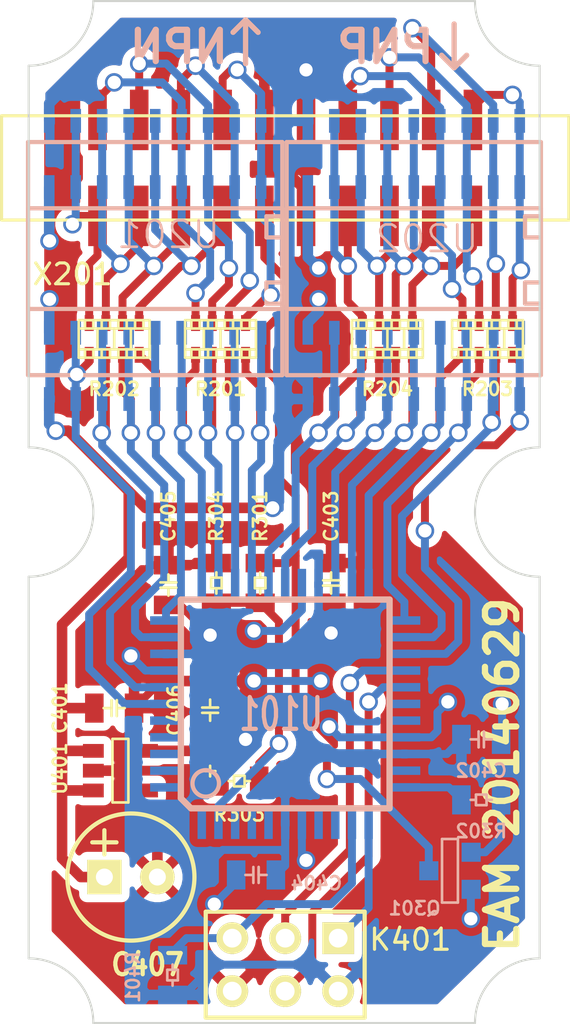
<source format=kicad_pcb>
(kicad_pcb (version 20171130) (host pcbnew "(5.1.5)-3")

  (general
    (thickness 1.6)
    (drawings 29)
    (tracks 557)
    (zones 0)
    (modules 23)
    (nets 44)
  )

  (page A4)
  (title_block
    (title Eingabe/Ausgabe-Modul\nEAM)
    (date 2014-06-29)
    (rev "0429 -")
    (company MV)
  )

  (layers
    (0 F.Cu signal)
    (31 B.Cu signal hide)
    (32 B.Adhes user)
    (33 F.Adhes user)
    (34 B.Paste user)
    (35 F.Paste user)
    (36 B.SilkS user)
    (37 F.SilkS user)
    (38 B.Mask user)
    (39 F.Mask user)
    (40 Dwgs.User user)
    (41 Cmts.User user)
    (42 Eco1.User user)
    (43 Eco2.User user)
    (44 Edge.Cuts user)
  )

  (setup
    (last_trace_width 0.254)
    (user_trace_width 0.254)
    (user_trace_width 0.381)
    (user_trace_width 0.508)
    (trace_clearance 0.254)
    (zone_clearance 0.381)
    (zone_45_only no)
    (trace_min 0.254)
    (via_size 0.889)
    (via_drill 0.635)
    (via_min_size 0.889)
    (via_min_drill 0.508)
    (uvia_size 0.508)
    (uvia_drill 0.127)
    (uvias_allowed no)
    (uvia_min_size 0.508)
    (uvia_min_drill 0.127)
    (edge_width 0.1)
    (segment_width 0.1)
    (pcb_text_width 0.3)
    (pcb_text_size 1.5 1.5)
    (mod_edge_width 0.15)
    (mod_text_size 1 1)
    (mod_text_width 0.15)
    (pad_size 0.66 1)
    (pad_drill 0)
    (pad_to_mask_clearance 0)
    (aux_axis_origin 0 0)
    (visible_elements 7FFFFFFF)
    (pcbplotparams
      (layerselection 0x010f0_ffffffff)
      (usegerberextensions true)
      (usegerberattributes false)
      (usegerberadvancedattributes false)
      (creategerberjobfile false)
      (excludeedgelayer true)
      (linewidth 0.150000)
      (plotframeref false)
      (viasonmask false)
      (mode 1)
      (useauxorigin false)
      (hpglpennumber 1)
      (hpglpenspeed 20)
      (hpglpendiameter 15.000000)
      (psnegative false)
      (psa4output false)
      (plotreference true)
      (plotvalue true)
      (plotinvisibletext false)
      (padsonsilk false)
      (subtractmaskfromsilk false)
      (outputformat 1)
      (mirror false)
      (drillshape 0)
      (scaleselection 1)
      (outputdirectory "gerber/"))
  )

  (net 0 "")
  (net 1 +3.3V)
  (net 2 CommRX)
  (net 3 CommTX)
  (net 4 D+/Tx)
  (net 5 D-/Rx)
  (net 6 GND)
  (net 7 Vin)
  (net 8 "Net-(K401-Pad1)")
  (net 9 "Net-(K401-Pad5)")
  (net 10 "Net-(Q301-Pad2)")
  (net 11 /Comm)
  (net 12 /P2)
  (net 13 /P8)
  (net 14 /O8)
  (net 15 /O2)
  (net 16 /P6)
  (net 17 /O6)
  (net 18 /P4)
  (net 19 /O4)
  (net 20 /P1)
  (net 21 /P7)
  (net 22 /O7)
  (net 23 /O1)
  (net 24 /P5)
  (net 25 /O5)
  (net 26 /P3)
  (net 27 /O3)
  (net 28 /O12)
  (net 29 /P12)
  (net 30 /O14)
  (net 31 /P14)
  (net 32 /O10)
  (net 33 /O16)
  (net 34 /P16)
  (net 35 /P10)
  (net 36 /O11)
  (net 37 /P11)
  (net 38 /O13)
  (net 39 /P13)
  (net 40 /O9)
  (net 41 /O15)
  (net 42 /P15)
  (net 43 /P9)

  (net_class Default "Dies ist die voreingestellte Netzklasse."
    (clearance 0.254)
    (trace_width 0.254)
    (via_dia 0.889)
    (via_drill 0.635)
    (uvia_dia 0.508)
    (uvia_drill 0.127)
    (add_net +3.3V)
    (add_net /Comm)
    (add_net /O1)
    (add_net /O10)
    (add_net /O11)
    (add_net /O12)
    (add_net /O13)
    (add_net /O14)
    (add_net /O15)
    (add_net /O16)
    (add_net /O2)
    (add_net /O3)
    (add_net /O4)
    (add_net /O5)
    (add_net /O6)
    (add_net /O7)
    (add_net /O8)
    (add_net /O9)
    (add_net /P1)
    (add_net /P10)
    (add_net /P11)
    (add_net /P12)
    (add_net /P13)
    (add_net /P14)
    (add_net /P15)
    (add_net /P16)
    (add_net /P2)
    (add_net /P3)
    (add_net /P4)
    (add_net /P5)
    (add_net /P6)
    (add_net /P7)
    (add_net /P8)
    (add_net /P9)
    (add_net CommRX)
    (add_net CommTX)
    (add_net D+/Tx)
    (add_net D-/Rx)
    (add_net GND)
    (add_net "Net-(K401-Pad1)")
    (add_net "Net-(K401-Pad5)")
    (add_net "Net-(Q301-Pad2)")
    (add_net Vin)
  )

  (module base:C0805 (layer F.Cu) (tedit 4EF9A8EB) (tstamp 5EAD9A6D)
    (at 104.1 133.9)
    (path /4F02C6A0)
    (attr smd)
    (fp_text reference C401 (at -2.6 0 90) (layer F.SilkS)
      (effects (font (size 0.635 0.635) (thickness 0.127)))
    )
    (fp_text value 100nF (at 0 0) (layer F.SilkS) hide
      (effects (font (size 0.635 0.635) (thickness 0.127)))
    )
    (fp_line (start 0.127 0) (end 0.508 0) (layer F.SilkS) (width 0.127))
    (fp_line (start 0.127 -0.381) (end 0.127 0.381) (layer F.SilkS) (width 0.127))
    (fp_line (start -0.508 0) (end -0.127 0) (layer F.SilkS) (width 0.127))
    (fp_line (start -0.127 0) (end -0.127 -0.381) (layer F.SilkS) (width 0.127))
    (fp_line (start -0.127 -0.381) (end -0.127 0.381) (layer F.SilkS) (width 0.127))
    (pad 1 smd rect (at -0.9525 0) (size 0.889 1.397) (layers F.Cu F.Paste F.Mask)
      (net 7 Vin))
    (pad 2 smd rect (at 0.9525 0) (size 0.889 1.397) (layers F.Cu F.Paste F.Mask)
      (net 6 GND))
    (model smd/chip_cms.wrl
      (at (xyz 0 0 0))
      (scale (xyz 0.1 0.1 0.1))
      (rotate (xyz 0 0 0))
    )
  )

  (module base:C0805 (layer B.Cu) (tedit 4EF9A8EB) (tstamp 5EAD9A77)
    (at 121.7 135.4)
    (path /4F0213FB)
    (attr smd)
    (fp_text reference C402 (at 0 1.5) (layer B.SilkS)
      (effects (font (size 0.635 0.635) (thickness 0.127)) (justify mirror))
    )
    (fp_text value 100nF (at 0 0) (layer B.SilkS) hide
      (effects (font (size 0.635 0.635) (thickness 0.127)) (justify mirror))
    )
    (fp_line (start 0.127 0) (end 0.508 0) (layer B.SilkS) (width 0.127))
    (fp_line (start 0.127 0.381) (end 0.127 -0.381) (layer B.SilkS) (width 0.127))
    (fp_line (start -0.508 0) (end -0.127 0) (layer B.SilkS) (width 0.127))
    (fp_line (start -0.127 0) (end -0.127 0.381) (layer B.SilkS) (width 0.127))
    (fp_line (start -0.127 0.381) (end -0.127 -0.381) (layer B.SilkS) (width 0.127))
    (pad 1 smd rect (at -0.9525 0) (size 0.889 1.397) (layers B.Cu B.Paste B.Mask)
      (net 1 +3.3V))
    (pad 2 smd rect (at 0.9525 0) (size 0.889 1.397) (layers B.Cu B.Paste B.Mask)
      (net 6 GND))
    (model smd/chip_cms.wrl
      (at (xyz 0 0 0))
      (scale (xyz 0.1 0.1 0.1))
      (rotate (xyz 0 0 0))
    )
  )

  (module base:C0805 (layer F.Cu) (tedit 4EF9A8EB) (tstamp 5EAD9A81)
    (at 114.5 127.9 90)
    (path /4F0213FA)
    (attr smd)
    (fp_text reference C403 (at 3.2 0 90) (layer F.SilkS)
      (effects (font (size 0.635 0.635) (thickness 0.127)))
    )
    (fp_text value 100nF (at 0 0 90) (layer F.SilkS) hide
      (effects (font (size 0.635 0.635) (thickness 0.127)))
    )
    (fp_line (start -0.127 -0.381) (end -0.127 0.381) (layer F.SilkS) (width 0.127))
    (fp_line (start -0.127 0) (end -0.127 -0.381) (layer F.SilkS) (width 0.127))
    (fp_line (start -0.508 0) (end -0.127 0) (layer F.SilkS) (width 0.127))
    (fp_line (start 0.127 -0.381) (end 0.127 0.381) (layer F.SilkS) (width 0.127))
    (fp_line (start 0.127 0) (end 0.508 0) (layer F.SilkS) (width 0.127))
    (pad 2 smd rect (at 0.9525 0 90) (size 0.889 1.397) (layers F.Cu F.Paste F.Mask)
      (net 6 GND))
    (pad 1 smd rect (at -0.9525 0 90) (size 0.889 1.397) (layers F.Cu F.Paste F.Mask)
      (net 1 +3.3V))
    (model smd/chip_cms.wrl
      (at (xyz 0 0 0))
      (scale (xyz 0.1 0.1 0.1))
      (rotate (xyz 0 0 0))
    )
  )

  (module base:C0805 (layer B.Cu) (tedit 4EF9A8EB) (tstamp 5EAD9A8B)
    (at 110.9 141.9 180)
    (path /4F021421)
    (attr smd)
    (fp_text reference C404 (at -2.9 -0.4 180) (layer B.SilkS)
      (effects (font (size 0.635 0.635) (thickness 0.127)) (justify mirror))
    )
    (fp_text value 100nF (at 0 0 180) (layer B.SilkS) hide
      (effects (font (size 0.635 0.635) (thickness 0.127)) (justify mirror))
    )
    (fp_line (start -0.127 0.381) (end -0.127 -0.381) (layer B.SilkS) (width 0.127))
    (fp_line (start -0.127 0) (end -0.127 0.381) (layer B.SilkS) (width 0.127))
    (fp_line (start -0.508 0) (end -0.127 0) (layer B.SilkS) (width 0.127))
    (fp_line (start 0.127 0.381) (end 0.127 -0.381) (layer B.SilkS) (width 0.127))
    (fp_line (start 0.127 0) (end 0.508 0) (layer B.SilkS) (width 0.127))
    (pad 2 smd rect (at 0.9525 0 180) (size 0.889 1.397) (layers B.Cu B.Paste B.Mask)
      (net 6 GND))
    (pad 1 smd rect (at -0.9525 0 180) (size 0.889 1.397) (layers B.Cu B.Paste B.Mask)
      (net 1 +3.3V))
    (model smd/chip_cms.wrl
      (at (xyz 0 0 0))
      (scale (xyz 0.1 0.1 0.1))
      (rotate (xyz 0 0 0))
    )
  )

  (module base:C0805 (layer F.Cu) (tedit 4EF9A8EB) (tstamp 5EAD9A95)
    (at 106.7 128 90)
    (path /4F0213CC)
    (attr smd)
    (fp_text reference C405 (at 3.3 0 90) (layer F.SilkS)
      (effects (font (size 0.635 0.635) (thickness 0.127)))
    )
    (fp_text value 100nF (at 0 0 90) (layer F.SilkS) hide
      (effects (font (size 0.635 0.635) (thickness 0.127)))
    )
    (fp_line (start 0.127 0) (end 0.508 0) (layer F.SilkS) (width 0.127))
    (fp_line (start 0.127 -0.381) (end 0.127 0.381) (layer F.SilkS) (width 0.127))
    (fp_line (start -0.508 0) (end -0.127 0) (layer F.SilkS) (width 0.127))
    (fp_line (start -0.127 0) (end -0.127 -0.381) (layer F.SilkS) (width 0.127))
    (fp_line (start -0.127 -0.381) (end -0.127 0.381) (layer F.SilkS) (width 0.127))
    (pad 1 smd rect (at -0.9525 0 90) (size 0.889 1.397) (layers F.Cu F.Paste F.Mask)
      (net 1 +3.3V))
    (pad 2 smd rect (at 0.9525 0 90) (size 0.889 1.397) (layers F.Cu F.Paste F.Mask)
      (net 6 GND))
    (model smd/chip_cms.wrl
      (at (xyz 0 0 0))
      (scale (xyz 0.1 0.1 0.1))
      (rotate (xyz 0 0 0))
    )
  )

  (module base:C1206Pol (layer F.Cu) (tedit 4EFEE5F2) (tstamp 5EAD9A9F)
    (at 108.7 134 270)
    (descr "SMT capacitor, 1206, pol")
    (path /51179C0B)
    (fp_text reference C406 (at 0 1.7 270) (layer F.SilkS)
      (effects (font (size 0.635 0.635) (thickness 0.127)))
    )
    (fp_text value 10uF (at 0 1.27 270) (layer F.SilkS) hide
      (effects (font (size 0.50038 0.50038) (thickness 0.11938)))
    )
    (fp_line (start 2.667 0) (end 3.175 0) (layer F.SilkS) (width 0.127))
    (fp_line (start 2.921 -0.254) (end 2.921 0.254) (layer F.SilkS) (width 0.127))
    (fp_line (start 0.127 0) (end 0.508 0) (layer F.SilkS) (width 0.127))
    (fp_line (start 0.127 -0.381) (end 0.127 0.381) (layer F.SilkS) (width 0.127))
    (fp_line (start -0.508 0) (end -0.127 0) (layer F.SilkS) (width 0.127))
    (fp_line (start -0.127 0) (end -0.127 -0.381) (layer F.SilkS) (width 0.127))
    (fp_line (start -0.127 -0.381) (end -0.127 0.381) (layer F.SilkS) (width 0.127))
    (pad 1 smd rect (at 1.397 0 270) (size 1.6002 1.8034) (layers F.Cu F.Paste F.Mask)
      (net 1 +3.3V))
    (pad 2 smd rect (at -1.397 0 270) (size 1.6002 1.8034) (layers F.Cu F.Paste F.Mask)
      (net 6 GND))
    (model smd/capacitors/c_1206.wrl
      (at (xyz 0 0 0))
      (scale (xyz 1 1 1))
      (rotate (xyz 0 0 0))
    )
  )

  (module base:C1V6 (layer F.Cu) (tedit 4EFAE42E) (tstamp 5EAD9AAB)
    (at 104.9 142)
    (descr "Elko RM2.54 mm D 6 mm")
    (path /4F02C6A9)
    (fp_text reference C407 (at 0.8 4.2) (layer F.SilkS)
      (effects (font (size 1.016 0.889) (thickness 0.2032)))
    )
    (fp_text value 33uF (at 0.1 2.1) (layer F.SilkS) hide
      (effects (font (size 1.016 0.889) (thickness 0.2032)))
    )
    (fp_circle (center 0 0) (end 3.048 0) (layer F.SilkS) (width 0.2032))
    (fp_text user + (at -1.27 -1.778) (layer F.SilkS)
      (effects (font (size 1.524 1.524) (thickness 0.2032)))
    )
    (pad 1 thru_hole rect (at -1.27 0) (size 1.651 1.651) (drill 0.8128) (layers *.Cu *.Mask F.SilkS)
      (net 7 Vin))
    (pad 2 thru_hole circle (at 1.27 0) (size 1.651 1.651) (drill 0.8128) (layers *.Cu *.Mask F.SilkS)
      (net 6 GND))
    (model discret/c_vert_c1v8.wrl
      (at (xyz 0 0 0))
      (scale (xyz 1 1 1))
      (rotate (xyz 0 0 0))
    )
  )

  (module base:header_3x2 (layer F.Cu) (tedit 4EF98ED0) (tstamp 5EAD9AB2)
    (at 112.3 146.2 180)
    (descr "Stiftleiste 2x3 Pol 2.54mm Raster")
    (tags CONN)
    (path /4F021495)
    (fp_text reference K401 (at -6 1.2 180) (layer F.SilkS)
      (effects (font (size 1.016 1.016) (thickness 0.1524)))
    )
    (fp_text value ISP6 (at 0 3.81 180) (layer F.SilkS) hide
      (effects (font (size 1.016 1.016) (thickness 0.1524)))
    )
    (fp_line (start 3.81 2.54) (end -3.81 2.54) (layer F.SilkS) (width 0.2032))
    (fp_line (start -3.81 -2.54) (end 3.81 -2.54) (layer F.SilkS) (width 0.2032))
    (fp_line (start 3.81 -2.54) (end 3.81 2.54) (layer F.SilkS) (width 0.2032))
    (fp_line (start -3.81 2.54) (end -3.81 -2.54) (layer F.SilkS) (width 0.2032))
    (pad 1 thru_hole rect (at -2.54 1.27 180) (size 1.524 1.524) (drill 0.89916) (layers *.Cu *.Mask F.SilkS)
      (net 8 "Net-(K401-Pad1)"))
    (pad 2 thru_hole circle (at -2.54 -1.27 180) (size 1.524 1.524) (drill 0.89916) (layers *.Cu *.Mask F.SilkS)
      (net 1 +3.3V))
    (pad 3 thru_hole circle (at 0 1.27 180) (size 1.524 1.524) (drill 0.89916) (layers *.Cu *.Mask F.SilkS)
      (net 5 D-/Rx))
    (pad 4 thru_hole circle (at 0 -1.27 180) (size 1.524 1.524) (drill 0.89916) (layers *.Cu *.Mask F.SilkS)
      (net 4 D+/Tx))
    (pad 5 thru_hole circle (at 2.54 1.27 180) (size 1.524 1.524) (drill 0.89916) (layers *.Cu *.Mask F.SilkS)
      (net 9 "Net-(K401-Pad5)"))
    (pad 6 thru_hole circle (at 2.54 -1.27 180) (size 1.524 1.524) (drill 0.89916) (layers *.Cu *.Mask F.SilkS)
      (net 6 GND))
    (model pin_array/pins_array_3x2.wrl
      (at (xyz 0 0 0))
      (scale (xyz 1 1 1))
      (rotate (xyz 0 0 0))
    )
  )

  (module base:SOT23EBC (layer B.Cu) (tedit 3F980186) (tstamp 5EAD9ABF)
    (at 120.2 141.7 90)
    (descr "Module CMS SOT23 Transistore EBC")
    (tags "CMS SOT")
    (path /4F0337A4)
    (attr smd)
    (fp_text reference Q301 (at -1.8 -1.7 180) (layer B.SilkS)
      (effects (font (size 0.635 0.635) (thickness 0.127)) (justify mirror))
    )
    (fp_text value BC848 (at 0 0 90) (layer B.SilkS) hide
      (effects (font (size 0.762 0.762) (thickness 0.1905)) (justify mirror))
    )
    (fp_line (start -1.524 0.381) (end 1.524 0.381) (layer B.SilkS) (width 0.127))
    (fp_line (start 1.524 0.381) (end 1.524 -0.381) (layer B.SilkS) (width 0.127))
    (fp_line (start 1.524 -0.381) (end -1.524 -0.381) (layer B.SilkS) (width 0.127))
    (fp_line (start -1.524 -0.381) (end -1.524 0.381) (layer B.SilkS) (width 0.127))
    (pad 1 smd rect (at -0.889 1.016 90) (size 0.9144 0.9144) (layers B.Cu B.Paste B.Mask)
      (net 6 GND))
    (pad 2 smd rect (at 0.889 1.016 90) (size 0.9144 0.9144) (layers B.Cu B.Paste B.Mask)
      (net 10 "Net-(Q301-Pad2)"))
    (pad 3 smd rect (at 0 -1.016 90) (size 0.9144 0.9144) (layers B.Cu B.Paste B.Mask)
      (net 11 /Comm))
    (model smd/cms_sot23.wrl
      (at (xyz 0 0 0))
      (scale (xyz 0.13 0.15 0.15))
      (rotate (xyz 0 0 0))
    )
  )

  (module base:R1206x4 (layer F.Cu) (tedit 4F01A239) (tstamp 5EAD9AC9)
    (at 109.2 116.2 270)
    (descr "SMT resistor 1206 array 4 way")
    (path /53AFD465)
    (fp_text reference R201 (at 2.4 0) (layer F.SilkS)
      (effects (font (size 0.635 0.635) (thickness 0.127)))
    )
    (fp_text value 0R (at 0 1.99898 270) (layer F.SilkS) hide
      (effects (font (size 0.20066 0.20066) (thickness 0.04064)))
    )
    (fp_line (start -0.89916 1.39954) (end -0.50038 1.39954) (layer F.SilkS) (width 0.127))
    (fp_line (start -0.89916 1.00076) (end -0.50038 1.00076) (layer F.SilkS) (width 0.127))
    (fp_line (start 0.50038 1.00076) (end 0.89916 1.00076) (layer F.SilkS) (width 0.127))
    (fp_line (start 0.50038 1.39954) (end 0.89916 1.39954) (layer F.SilkS) (width 0.127))
    (fp_line (start 0.50038 0.59944) (end 0.89916 0.59944) (layer F.SilkS) (width 0.127))
    (fp_line (start -0.89916 0.59944) (end -0.50038 0.59944) (layer F.SilkS) (width 0.127))
    (fp_line (start -0.50038 0.20066) (end -0.89916 0.20066) (layer F.SilkS) (width 0.127))
    (fp_line (start 0.89916 0.20066) (end 0.50038 0.20066) (layer F.SilkS) (width 0.127))
    (fp_line (start 0.50038 -0.20066) (end 0.89916 -0.20066) (layer F.SilkS) (width 0.127))
    (fp_line (start -0.89916 -0.20066) (end -0.50038 -0.20066) (layer F.SilkS) (width 0.127))
    (fp_line (start -0.50038 -0.59944) (end -0.89916 -0.59944) (layer F.SilkS) (width 0.127))
    (fp_line (start 0.89916 -0.59944) (end 0.50038 -0.59944) (layer F.SilkS) (width 0.127))
    (fp_line (start 0.50038 -1.00076) (end 0.89916 -1.00076) (layer F.SilkS) (width 0.127))
    (fp_line (start -0.89916 -1.00076) (end -0.50038 -1.00076) (layer F.SilkS) (width 0.127))
    (fp_line (start 0.50038 -1.39954) (end 0.89916 -1.39954) (layer F.SilkS) (width 0.127))
    (fp_line (start -0.89916 -1.39954) (end -0.50038 -1.39954) (layer F.SilkS) (width 0.127))
    (fp_line (start -0.50038 0.8001) (end 0.50038 0.8001) (layer F.SilkS) (width 0.127))
    (fp_line (start -0.50038 0) (end 0.50038 0) (layer F.SilkS) (width 0.127))
    (fp_line (start -0.50038 -0.8001) (end 0.50038 -0.8001) (layer F.SilkS) (width 0.127))
    (fp_line (start -0.89916 1.69926) (end 0.89916 1.69926) (layer F.SilkS) (width 0.127))
    (fp_line (start -0.89916 -1.69926) (end 0.89916 -1.69926) (layer F.SilkS) (width 0.127))
    (fp_line (start 0.89916 1.69926) (end 0.89916 -1.69926) (layer F.SilkS) (width 0.127))
    (fp_line (start -0.89916 -1.69926) (end -0.89916 1.69926) (layer F.SilkS) (width 0.127))
    (fp_line (start -0.50038 1.69926) (end -0.50038 -1.69926) (layer F.SilkS) (width 0.127))
    (fp_line (start 0.50038 -1.69926) (end 0.50038 1.69926) (layer F.SilkS) (width 0.127))
    (pad 2 smd rect (at -0.762 1.19888 270) (size 0.762 0.4318) (layers F.Cu F.Paste F.Mask)
      (net 12 /P2))
    (pad 8 smd rect (at -0.762 -1.19888 270) (size 0.762 0.4318) (layers F.Cu F.Paste F.Mask)
      (net 13 /P8))
    (pad 7 smd rect (at 0.762 -1.19888 270) (size 0.762 0.4318) (layers F.Cu F.Paste F.Mask)
      (net 14 /O8))
    (pad 1 smd rect (at 0.762 1.19888 270) (size 0.762 0.4318) (layers F.Cu F.Paste F.Mask)
      (net 15 /O2))
    (pad 6 smd rect (at -0.762 -0.39878 270) (size 0.762 0.4318) (layers F.Cu F.Paste F.Mask)
      (net 16 /P6))
    (pad 5 smd rect (at 0.762 -0.39878 270) (size 0.762 0.4318) (layers F.Cu F.Paste F.Mask)
      (net 17 /O6))
    (pad 4 smd rect (at -0.762 0.39878 270) (size 0.762 0.4318) (layers F.Cu F.Paste F.Mask)
      (net 18 /P4))
    (pad 3 smd rect (at 0.762 0.39878 270) (size 0.762 0.4318) (layers F.Cu F.Paste F.Mask)
      (net 19 /O4))
    (model smd/resistors/r_cat16-4.wrl
      (at (xyz 0 0 0))
      (scale (xyz 1 1 1))
      (rotate (xyz 0 0 0))
    )
  )

  (module base:R1206x4 (layer F.Cu) (tedit 4F01A239) (tstamp 5EAD9AED)
    (at 104.1 116.2 270)
    (descr "SMT resistor 1206 array 4 way")
    (path /53AFD9AD)
    (fp_text reference R202 (at 2.4 0) (layer F.SilkS)
      (effects (font (size 0.635 0.635) (thickness 0.127)))
    )
    (fp_text value 0R (at 0 1.99898 270) (layer F.SilkS) hide
      (effects (font (size 0.20066 0.20066) (thickness 0.04064)))
    )
    (fp_line (start -0.89916 1.39954) (end -0.50038 1.39954) (layer F.SilkS) (width 0.127))
    (fp_line (start -0.89916 1.00076) (end -0.50038 1.00076) (layer F.SilkS) (width 0.127))
    (fp_line (start 0.50038 1.00076) (end 0.89916 1.00076) (layer F.SilkS) (width 0.127))
    (fp_line (start 0.50038 1.39954) (end 0.89916 1.39954) (layer F.SilkS) (width 0.127))
    (fp_line (start 0.50038 0.59944) (end 0.89916 0.59944) (layer F.SilkS) (width 0.127))
    (fp_line (start -0.89916 0.59944) (end -0.50038 0.59944) (layer F.SilkS) (width 0.127))
    (fp_line (start -0.50038 0.20066) (end -0.89916 0.20066) (layer F.SilkS) (width 0.127))
    (fp_line (start 0.89916 0.20066) (end 0.50038 0.20066) (layer F.SilkS) (width 0.127))
    (fp_line (start 0.50038 -0.20066) (end 0.89916 -0.20066) (layer F.SilkS) (width 0.127))
    (fp_line (start -0.89916 -0.20066) (end -0.50038 -0.20066) (layer F.SilkS) (width 0.127))
    (fp_line (start -0.50038 -0.59944) (end -0.89916 -0.59944) (layer F.SilkS) (width 0.127))
    (fp_line (start 0.89916 -0.59944) (end 0.50038 -0.59944) (layer F.SilkS) (width 0.127))
    (fp_line (start 0.50038 -1.00076) (end 0.89916 -1.00076) (layer F.SilkS) (width 0.127))
    (fp_line (start -0.89916 -1.00076) (end -0.50038 -1.00076) (layer F.SilkS) (width 0.127))
    (fp_line (start 0.50038 -1.39954) (end 0.89916 -1.39954) (layer F.SilkS) (width 0.127))
    (fp_line (start -0.89916 -1.39954) (end -0.50038 -1.39954) (layer F.SilkS) (width 0.127))
    (fp_line (start -0.50038 0.8001) (end 0.50038 0.8001) (layer F.SilkS) (width 0.127))
    (fp_line (start -0.50038 0) (end 0.50038 0) (layer F.SilkS) (width 0.127))
    (fp_line (start -0.50038 -0.8001) (end 0.50038 -0.8001) (layer F.SilkS) (width 0.127))
    (fp_line (start -0.89916 1.69926) (end 0.89916 1.69926) (layer F.SilkS) (width 0.127))
    (fp_line (start -0.89916 -1.69926) (end 0.89916 -1.69926) (layer F.SilkS) (width 0.127))
    (fp_line (start 0.89916 1.69926) (end 0.89916 -1.69926) (layer F.SilkS) (width 0.127))
    (fp_line (start -0.89916 -1.69926) (end -0.89916 1.69926) (layer F.SilkS) (width 0.127))
    (fp_line (start -0.50038 1.69926) (end -0.50038 -1.69926) (layer F.SilkS) (width 0.127))
    (fp_line (start 0.50038 -1.69926) (end 0.50038 1.69926) (layer F.SilkS) (width 0.127))
    (pad 2 smd rect (at -0.762 1.19888 270) (size 0.762 0.4318) (layers F.Cu F.Paste F.Mask)
      (net 20 /P1))
    (pad 8 smd rect (at -0.762 -1.19888 270) (size 0.762 0.4318) (layers F.Cu F.Paste F.Mask)
      (net 21 /P7))
    (pad 7 smd rect (at 0.762 -1.19888 270) (size 0.762 0.4318) (layers F.Cu F.Paste F.Mask)
      (net 22 /O7))
    (pad 1 smd rect (at 0.762 1.19888 270) (size 0.762 0.4318) (layers F.Cu F.Paste F.Mask)
      (net 23 /O1))
    (pad 6 smd rect (at -0.762 -0.39878 270) (size 0.762 0.4318) (layers F.Cu F.Paste F.Mask)
      (net 24 /P5))
    (pad 5 smd rect (at 0.762 -0.39878 270) (size 0.762 0.4318) (layers F.Cu F.Paste F.Mask)
      (net 25 /O5))
    (pad 4 smd rect (at -0.762 0.39878 270) (size 0.762 0.4318) (layers F.Cu F.Paste F.Mask)
      (net 26 /P3))
    (pad 3 smd rect (at 0.762 0.39878 270) (size 0.762 0.4318) (layers F.Cu F.Paste F.Mask)
      (net 27 /O3))
    (model smd/resistors/r_cat16-4.wrl
      (at (xyz 0 0 0))
      (scale (xyz 1 1 1))
      (rotate (xyz 0 0 0))
    )
  )

  (module base:R1206x4 (layer F.Cu) (tedit 4F01A239) (tstamp 5EAD9B11)
    (at 122 116.2 270)
    (descr "SMT resistor 1206 array 4 way")
    (path /53AFDB5D)
    (fp_text reference R203 (at 2.4 0) (layer F.SilkS)
      (effects (font (size 0.635 0.635) (thickness 0.127)))
    )
    (fp_text value 0R (at 0 1.99898 270) (layer F.SilkS) hide
      (effects (font (size 0.20066 0.20066) (thickness 0.04064)))
    )
    (fp_line (start 0.50038 -1.69926) (end 0.50038 1.69926) (layer F.SilkS) (width 0.127))
    (fp_line (start -0.50038 1.69926) (end -0.50038 -1.69926) (layer F.SilkS) (width 0.127))
    (fp_line (start -0.89916 -1.69926) (end -0.89916 1.69926) (layer F.SilkS) (width 0.127))
    (fp_line (start 0.89916 1.69926) (end 0.89916 -1.69926) (layer F.SilkS) (width 0.127))
    (fp_line (start -0.89916 -1.69926) (end 0.89916 -1.69926) (layer F.SilkS) (width 0.127))
    (fp_line (start -0.89916 1.69926) (end 0.89916 1.69926) (layer F.SilkS) (width 0.127))
    (fp_line (start -0.50038 -0.8001) (end 0.50038 -0.8001) (layer F.SilkS) (width 0.127))
    (fp_line (start -0.50038 0) (end 0.50038 0) (layer F.SilkS) (width 0.127))
    (fp_line (start -0.50038 0.8001) (end 0.50038 0.8001) (layer F.SilkS) (width 0.127))
    (fp_line (start -0.89916 -1.39954) (end -0.50038 -1.39954) (layer F.SilkS) (width 0.127))
    (fp_line (start 0.50038 -1.39954) (end 0.89916 -1.39954) (layer F.SilkS) (width 0.127))
    (fp_line (start -0.89916 -1.00076) (end -0.50038 -1.00076) (layer F.SilkS) (width 0.127))
    (fp_line (start 0.50038 -1.00076) (end 0.89916 -1.00076) (layer F.SilkS) (width 0.127))
    (fp_line (start 0.89916 -0.59944) (end 0.50038 -0.59944) (layer F.SilkS) (width 0.127))
    (fp_line (start -0.50038 -0.59944) (end -0.89916 -0.59944) (layer F.SilkS) (width 0.127))
    (fp_line (start -0.89916 -0.20066) (end -0.50038 -0.20066) (layer F.SilkS) (width 0.127))
    (fp_line (start 0.50038 -0.20066) (end 0.89916 -0.20066) (layer F.SilkS) (width 0.127))
    (fp_line (start 0.89916 0.20066) (end 0.50038 0.20066) (layer F.SilkS) (width 0.127))
    (fp_line (start -0.50038 0.20066) (end -0.89916 0.20066) (layer F.SilkS) (width 0.127))
    (fp_line (start -0.89916 0.59944) (end -0.50038 0.59944) (layer F.SilkS) (width 0.127))
    (fp_line (start 0.50038 0.59944) (end 0.89916 0.59944) (layer F.SilkS) (width 0.127))
    (fp_line (start 0.50038 1.39954) (end 0.89916 1.39954) (layer F.SilkS) (width 0.127))
    (fp_line (start 0.50038 1.00076) (end 0.89916 1.00076) (layer F.SilkS) (width 0.127))
    (fp_line (start -0.89916 1.00076) (end -0.50038 1.00076) (layer F.SilkS) (width 0.127))
    (fp_line (start -0.89916 1.39954) (end -0.50038 1.39954) (layer F.SilkS) (width 0.127))
    (pad 3 smd rect (at 0.762 0.39878 270) (size 0.762 0.4318) (layers F.Cu F.Paste F.Mask)
      (net 28 /O12))
    (pad 4 smd rect (at -0.762 0.39878 270) (size 0.762 0.4318) (layers F.Cu F.Paste F.Mask)
      (net 29 /P12))
    (pad 5 smd rect (at 0.762 -0.39878 270) (size 0.762 0.4318) (layers F.Cu F.Paste F.Mask)
      (net 30 /O14))
    (pad 6 smd rect (at -0.762 -0.39878 270) (size 0.762 0.4318) (layers F.Cu F.Paste F.Mask)
      (net 31 /P14))
    (pad 1 smd rect (at 0.762 1.19888 270) (size 0.762 0.4318) (layers F.Cu F.Paste F.Mask)
      (net 32 /O10))
    (pad 7 smd rect (at 0.762 -1.19888 270) (size 0.762 0.4318) (layers F.Cu F.Paste F.Mask)
      (net 33 /O16))
    (pad 8 smd rect (at -0.762 -1.19888 270) (size 0.762 0.4318) (layers F.Cu F.Paste F.Mask)
      (net 34 /P16))
    (pad 2 smd rect (at -0.762 1.19888 270) (size 0.762 0.4318) (layers F.Cu F.Paste F.Mask)
      (net 35 /P10))
    (model smd/resistors/r_cat16-4.wrl
      (at (xyz 0 0 0))
      (scale (xyz 1 1 1))
      (rotate (xyz 0 0 0))
    )
  )

  (module base:R1206x4 (layer F.Cu) (tedit 4F01A239) (tstamp 5EAD9B35)
    (at 117.2 116.2 270)
    (descr "SMT resistor 1206 array 4 way")
    (path /53AFDBB8)
    (fp_text reference R204 (at 2.4 0) (layer F.SilkS)
      (effects (font (size 0.635 0.635) (thickness 0.127)))
    )
    (fp_text value 0R (at 0 1.99898 270) (layer F.SilkS) hide
      (effects (font (size 0.20066 0.20066) (thickness 0.04064)))
    )
    (fp_line (start 0.50038 -1.69926) (end 0.50038 1.69926) (layer F.SilkS) (width 0.127))
    (fp_line (start -0.50038 1.69926) (end -0.50038 -1.69926) (layer F.SilkS) (width 0.127))
    (fp_line (start -0.89916 -1.69926) (end -0.89916 1.69926) (layer F.SilkS) (width 0.127))
    (fp_line (start 0.89916 1.69926) (end 0.89916 -1.69926) (layer F.SilkS) (width 0.127))
    (fp_line (start -0.89916 -1.69926) (end 0.89916 -1.69926) (layer F.SilkS) (width 0.127))
    (fp_line (start -0.89916 1.69926) (end 0.89916 1.69926) (layer F.SilkS) (width 0.127))
    (fp_line (start -0.50038 -0.8001) (end 0.50038 -0.8001) (layer F.SilkS) (width 0.127))
    (fp_line (start -0.50038 0) (end 0.50038 0) (layer F.SilkS) (width 0.127))
    (fp_line (start -0.50038 0.8001) (end 0.50038 0.8001) (layer F.SilkS) (width 0.127))
    (fp_line (start -0.89916 -1.39954) (end -0.50038 -1.39954) (layer F.SilkS) (width 0.127))
    (fp_line (start 0.50038 -1.39954) (end 0.89916 -1.39954) (layer F.SilkS) (width 0.127))
    (fp_line (start -0.89916 -1.00076) (end -0.50038 -1.00076) (layer F.SilkS) (width 0.127))
    (fp_line (start 0.50038 -1.00076) (end 0.89916 -1.00076) (layer F.SilkS) (width 0.127))
    (fp_line (start 0.89916 -0.59944) (end 0.50038 -0.59944) (layer F.SilkS) (width 0.127))
    (fp_line (start -0.50038 -0.59944) (end -0.89916 -0.59944) (layer F.SilkS) (width 0.127))
    (fp_line (start -0.89916 -0.20066) (end -0.50038 -0.20066) (layer F.SilkS) (width 0.127))
    (fp_line (start 0.50038 -0.20066) (end 0.89916 -0.20066) (layer F.SilkS) (width 0.127))
    (fp_line (start 0.89916 0.20066) (end 0.50038 0.20066) (layer F.SilkS) (width 0.127))
    (fp_line (start -0.50038 0.20066) (end -0.89916 0.20066) (layer F.SilkS) (width 0.127))
    (fp_line (start -0.89916 0.59944) (end -0.50038 0.59944) (layer F.SilkS) (width 0.127))
    (fp_line (start 0.50038 0.59944) (end 0.89916 0.59944) (layer F.SilkS) (width 0.127))
    (fp_line (start 0.50038 1.39954) (end 0.89916 1.39954) (layer F.SilkS) (width 0.127))
    (fp_line (start 0.50038 1.00076) (end 0.89916 1.00076) (layer F.SilkS) (width 0.127))
    (fp_line (start -0.89916 1.00076) (end -0.50038 1.00076) (layer F.SilkS) (width 0.127))
    (fp_line (start -0.89916 1.39954) (end -0.50038 1.39954) (layer F.SilkS) (width 0.127))
    (pad 3 smd rect (at 0.762 0.39878 270) (size 0.762 0.4318) (layers F.Cu F.Paste F.Mask)
      (net 36 /O11))
    (pad 4 smd rect (at -0.762 0.39878 270) (size 0.762 0.4318) (layers F.Cu F.Paste F.Mask)
      (net 37 /P11))
    (pad 5 smd rect (at 0.762 -0.39878 270) (size 0.762 0.4318) (layers F.Cu F.Paste F.Mask)
      (net 38 /O13))
    (pad 6 smd rect (at -0.762 -0.39878 270) (size 0.762 0.4318) (layers F.Cu F.Paste F.Mask)
      (net 39 /P13))
    (pad 1 smd rect (at 0.762 1.19888 270) (size 0.762 0.4318) (layers F.Cu F.Paste F.Mask)
      (net 40 /O9))
    (pad 7 smd rect (at 0.762 -1.19888 270) (size 0.762 0.4318) (layers F.Cu F.Paste F.Mask)
      (net 41 /O15))
    (pad 8 smd rect (at -0.762 -1.19888 270) (size 0.762 0.4318) (layers F.Cu F.Paste F.Mask)
      (net 42 /P15))
    (pad 2 smd rect (at -0.762 1.19888 270) (size 0.762 0.4318) (layers F.Cu F.Paste F.Mask)
      (net 43 /P9))
    (model smd/resistors/r_cat16-4.wrl
      (at (xyz 0 0 0))
      (scale (xyz 1 1 1))
      (rotate (xyz 0 0 0))
    )
  )

  (module base:R0805 (layer F.Cu) (tedit 4EF9A956) (tstamp 5EAD9B59)
    (at 111.1 127.9 270)
    (path /50C74D44)
    (attr smd)
    (fp_text reference R301 (at -3.2 0 270) (layer F.SilkS)
      (effects (font (size 0.635 0.635) (thickness 0.127)))
    )
    (fp_text value 68k (at 0 0 270) (layer F.SilkS) hide
      (effects (font (size 0.635 0.635) (thickness 0.127)))
    )
    (fp_line (start 0.254 0) (end 0.508 0) (layer F.SilkS) (width 0.127))
    (fp_line (start -0.508 0) (end -0.254 0) (layer F.SilkS) (width 0.127))
    (fp_line (start -0.254 -0.254) (end -0.254 0.127) (layer F.SilkS) (width 0.127))
    (fp_line (start -0.254 0.127) (end -0.254 0.254) (layer F.SilkS) (width 0.127))
    (fp_line (start -0.254 0.254) (end 0.254 0.254) (layer F.SilkS) (width 0.127))
    (fp_line (start 0.254 0.254) (end 0.254 -0.254) (layer F.SilkS) (width 0.127))
    (fp_line (start 0.254 -0.254) (end -0.254 -0.254) (layer F.SilkS) (width 0.127))
    (pad 1 smd rect (at -0.9525 0 270) (size 0.889 1.397) (layers F.Cu F.Paste F.Mask)
      (net 11 /Comm))
    (pad 2 smd rect (at 0.9525 0 270) (size 0.889 1.397) (layers F.Cu F.Paste F.Mask)
      (net 2 CommRX))
    (model smd/chip_cms.wrl
      (at (xyz 0 0 0))
      (scale (xyz 0.1 0.1 0.1))
      (rotate (xyz 0 0 0))
    )
  )

  (module base:R0805 (layer B.Cu) (tedit 4EF9A956) (tstamp 5EAD9B65)
    (at 121.7 138.3 180)
    (path /4F033846)
    (attr smd)
    (fp_text reference R302 (at 0 -1.5 180) (layer B.SilkS)
      (effects (font (size 0.635 0.635) (thickness 0.127)) (justify mirror))
    )
    (fp_text value 1k (at 0 0 180) (layer B.SilkS) hide
      (effects (font (size 0.635 0.635) (thickness 0.127)) (justify mirror))
    )
    (fp_line (start 0.254 0) (end 0.508 0) (layer B.SilkS) (width 0.127))
    (fp_line (start -0.508 0) (end -0.254 0) (layer B.SilkS) (width 0.127))
    (fp_line (start -0.254 0.254) (end -0.254 -0.127) (layer B.SilkS) (width 0.127))
    (fp_line (start -0.254 -0.127) (end -0.254 -0.254) (layer B.SilkS) (width 0.127))
    (fp_line (start -0.254 -0.254) (end 0.254 -0.254) (layer B.SilkS) (width 0.127))
    (fp_line (start 0.254 -0.254) (end 0.254 0.254) (layer B.SilkS) (width 0.127))
    (fp_line (start 0.254 0.254) (end -0.254 0.254) (layer B.SilkS) (width 0.127))
    (pad 1 smd rect (at -0.9525 0 180) (size 0.889 1.397) (layers B.Cu B.Paste B.Mask)
      (net 10 "Net-(Q301-Pad2)"))
    (pad 2 smd rect (at 0.9525 0 180) (size 0.889 1.397) (layers B.Cu B.Paste B.Mask)
      (net 3 CommTX))
    (model smd/chip_cms.wrl
      (at (xyz 0 0 0))
      (scale (xyz 0.1 0.1 0.1))
      (rotate (xyz 0 0 0))
    )
  )

  (module base:R0805 (layer F.Cu) (tedit 4EF9A956) (tstamp 5EAD9B71)
    (at 110.1 137.4)
    (path /4F03384C)
    (attr smd)
    (fp_text reference R303 (at 0 1.6) (layer F.SilkS)
      (effects (font (size 0.635 0.635) (thickness 0.127)))
    )
    (fp_text value 10k (at 0 0) (layer F.SilkS) hide
      (effects (font (size 0.635 0.635) (thickness 0.127)))
    )
    (fp_line (start 0.254 -0.254) (end -0.254 -0.254) (layer F.SilkS) (width 0.127))
    (fp_line (start 0.254 0.254) (end 0.254 -0.254) (layer F.SilkS) (width 0.127))
    (fp_line (start -0.254 0.254) (end 0.254 0.254) (layer F.SilkS) (width 0.127))
    (fp_line (start -0.254 0.127) (end -0.254 0.254) (layer F.SilkS) (width 0.127))
    (fp_line (start -0.254 -0.254) (end -0.254 0.127) (layer F.SilkS) (width 0.127))
    (fp_line (start -0.508 0) (end -0.254 0) (layer F.SilkS) (width 0.127))
    (fp_line (start 0.254 0) (end 0.508 0) (layer F.SilkS) (width 0.127))
    (pad 2 smd rect (at 0.9525 0) (size 0.889 1.397) (layers F.Cu F.Paste F.Mask)
      (net 2 CommRX))
    (pad 1 smd rect (at -0.9525 0) (size 0.889 1.397) (layers F.Cu F.Paste F.Mask)
      (net 1 +3.3V))
    (model smd/chip_cms.wrl
      (at (xyz 0 0 0))
      (scale (xyz 0.1 0.1 0.1))
      (rotate (xyz 0 0 0))
    )
  )

  (module base:R0805 (layer F.Cu) (tedit 4EF9A956) (tstamp 5EAD9B7D)
    (at 109 127.9 90)
    (path /50C74DD6)
    (attr smd)
    (fp_text reference R304 (at 3.2 0 90) (layer F.SilkS)
      (effects (font (size 0.635 0.635) (thickness 0.127)))
    )
    (fp_text value 10k (at 0 0 90) (layer F.SilkS) hide
      (effects (font (size 0.635 0.635) (thickness 0.127)))
    )
    (fp_line (start 0.254 -0.254) (end -0.254 -0.254) (layer F.SilkS) (width 0.127))
    (fp_line (start 0.254 0.254) (end 0.254 -0.254) (layer F.SilkS) (width 0.127))
    (fp_line (start -0.254 0.254) (end 0.254 0.254) (layer F.SilkS) (width 0.127))
    (fp_line (start -0.254 0.127) (end -0.254 0.254) (layer F.SilkS) (width 0.127))
    (fp_line (start -0.254 -0.254) (end -0.254 0.127) (layer F.SilkS) (width 0.127))
    (fp_line (start -0.508 0) (end -0.254 0) (layer F.SilkS) (width 0.127))
    (fp_line (start 0.254 0) (end 0.508 0) (layer F.SilkS) (width 0.127))
    (pad 2 smd rect (at 0.9525 0 90) (size 0.889 1.397) (layers F.Cu F.Paste F.Mask)
      (net 6 GND))
    (pad 1 smd rect (at -0.9525 0 90) (size 0.889 1.397) (layers F.Cu F.Paste F.Mask)
      (net 2 CommRX))
    (model smd/chip_cms.wrl
      (at (xyz 0 0 0))
      (scale (xyz 0.1 0.1 0.1))
      (rotate (xyz 0 0 0))
    )
  )

  (module base:R0805 (layer B.Cu) (tedit 4EF9A956) (tstamp 5EAD9B89)
    (at 106.9 146.7 90)
    (path /4F03122F)
    (attr smd)
    (fp_text reference R401 (at -0.1 -1.9 90) (layer B.SilkS)
      (effects (font (size 0.635 0.635) (thickness 0.127)) (justify mirror))
    )
    (fp_text value 10k (at 0 0 90) (layer B.SilkS) hide
      (effects (font (size 0.635 0.635) (thickness 0.127)) (justify mirror))
    )
    (fp_line (start 0.254 0) (end 0.508 0) (layer B.SilkS) (width 0.127))
    (fp_line (start -0.508 0) (end -0.254 0) (layer B.SilkS) (width 0.127))
    (fp_line (start -0.254 0.254) (end -0.254 -0.127) (layer B.SilkS) (width 0.127))
    (fp_line (start -0.254 -0.127) (end -0.254 -0.254) (layer B.SilkS) (width 0.127))
    (fp_line (start -0.254 -0.254) (end 0.254 -0.254) (layer B.SilkS) (width 0.127))
    (fp_line (start 0.254 -0.254) (end 0.254 0.254) (layer B.SilkS) (width 0.127))
    (fp_line (start 0.254 0.254) (end -0.254 0.254) (layer B.SilkS) (width 0.127))
    (pad 1 smd rect (at -0.9525 0 90) (size 0.889 1.397) (layers B.Cu B.Paste B.Mask)
      (net 1 +3.3V))
    (pad 2 smd rect (at 0.9525 0 90) (size 0.889 1.397) (layers B.Cu B.Paste B.Mask)
      (net 9 "Net-(K401-Pad5)"))
    (model smd/chip_cms.wrl
      (at (xyz 0 0 0))
      (scale (xyz 0.1 0.1 0.1))
      (rotate (xyz 0 0 0))
    )
  )

  (module base:TQFP44 (layer B.Cu) (tedit 200000) (tstamp 5EAD9B95)
    (at 112.3 133.7)
    (path /52E50EAA)
    (attr smd)
    (fp_text reference U101 (at -0.2 0.5) (layer B.SilkS)
      (effects (font (size 1.524 1.016) (thickness 0.2032)) (justify mirror))
    )
    (fp_text value ATXMEGA32A4U (at 0 -1.905) (layer B.SilkS) hide
      (effects (font (size 1.524 1.016) (thickness 0.2032)) (justify mirror))
    )
    (fp_line (start 5.0038 5.0038) (end 5.0038 -5.0038) (layer B.SilkS) (width 0.3048))
    (fp_line (start 5.0038 -5.0038) (end -5.0038 -5.0038) (layer B.SilkS) (width 0.3048))
    (fp_line (start -5.0038 4.5212) (end -5.0038 -5.0038) (layer B.SilkS) (width 0.3048))
    (fp_line (start -4.5212 5.0038) (end 5.0038 5.0038) (layer B.SilkS) (width 0.3048))
    (fp_line (start -5.0038 4.5212) (end -4.5212 5.0038) (layer B.SilkS) (width 0.3048))
    (fp_circle (center -3.81 3.81) (end -3.81 3.175) (layer B.SilkS) (width 0.2032))
    (pad 39 smd rect (at 0 5.715) (size 0.4064 1.524) (layers B.Cu B.Paste B.Mask)
      (net 1 +3.3V))
    (pad 40 smd rect (at -0.8001 5.715) (size 0.4064 1.524) (layers B.Cu B.Paste B.Mask))
    (pad 41 smd rect (at -1.6002 5.715) (size 0.4064 1.524) (layers B.Cu B.Paste B.Mask))
    (pad 42 smd rect (at -2.4003 5.715) (size 0.4064 1.524) (layers B.Cu B.Paste B.Mask))
    (pad 43 smd rect (at -3.2004 5.715) (size 0.4064 1.524) (layers B.Cu B.Paste B.Mask)
      (net 2 CommRX))
    (pad 44 smd rect (at -4.0005 5.715) (size 0.4064 1.524) (layers B.Cu B.Paste B.Mask))
    (pad 38 smd rect (at 0.8001 5.715) (size 0.4064 1.524) (layers B.Cu B.Paste B.Mask)
      (net 6 GND))
    (pad 37 smd rect (at 1.6002 5.715) (size 0.4064 1.524) (layers B.Cu B.Paste B.Mask))
    (pad 36 smd rect (at 2.4003 5.715) (size 0.4064 1.524) (layers B.Cu B.Paste B.Mask))
    (pad 35 smd rect (at 3.2004 5.715) (size 0.4064 1.524) (layers B.Cu B.Paste B.Mask)
      (net 9 "Net-(K401-Pad5)"))
    (pad 34 smd rect (at 4.0005 5.715) (size 0.4064 1.524) (layers B.Cu B.Paste B.Mask)
      (net 8 "Net-(K401-Pad1)"))
    (pad 17 smd rect (at 0 -5.715) (size 0.4064 1.524) (layers B.Cu B.Paste B.Mask)
      (net 36 /O11))
    (pad 16 smd rect (at -0.8001 -5.715) (size 0.4064 1.524) (layers B.Cu B.Paste B.Mask)
      (net 40 /O9))
    (pad 15 smd rect (at -1.6002 -5.715) (size 0.4064 1.524) (layers B.Cu B.Paste B.Mask)
      (net 14 /O8))
    (pad 14 smd rect (at -2.4003 -5.715) (size 0.4064 1.524) (layers B.Cu B.Paste B.Mask)
      (net 17 /O6))
    (pad 13 smd rect (at -3.2004 -5.715) (size 0.4064 1.524) (layers B.Cu B.Paste B.Mask)
      (net 19 /O4))
    (pad 12 smd rect (at -4.0005 -5.715) (size 0.4064 1.524) (layers B.Cu B.Paste B.Mask)
      (net 15 /O2))
    (pad 18 smd rect (at 0.8001 -5.715) (size 0.4064 1.524) (layers B.Cu B.Paste B.Mask)
      (net 6 GND))
    (pad 19 smd rect (at 1.6002 -5.715) (size 0.4064 1.524) (layers B.Cu B.Paste B.Mask)
      (net 1 +3.3V))
    (pad 20 smd rect (at 2.4003 -5.715) (size 0.4064 1.524) (layers B.Cu B.Paste B.Mask)
      (net 38 /O13))
    (pad 21 smd rect (at 3.2004 -5.715) (size 0.4064 1.524) (layers B.Cu B.Paste B.Mask)
      (net 41 /O15))
    (pad 22 smd rect (at 4.0005 -5.715) (size 0.4064 1.524) (layers B.Cu B.Paste B.Mask)
      (net 32 /O10))
    (pad 6 smd rect (at -5.715 0) (size 1.524 0.4064) (layers B.Cu B.Paste B.Mask)
      (net 23 /O1))
    (pad 28 smd rect (at 5.715 0) (size 1.524 0.4064) (layers B.Cu B.Paste B.Mask))
    (pad 7 smd rect (at -5.715 -0.8001) (size 1.524 0.4064) (layers B.Cu B.Paste B.Mask)
      (net 27 /O3))
    (pad 27 smd rect (at 5.715 -0.8001) (size 1.524 0.4064) (layers B.Cu B.Paste B.Mask)
      (net 4 D+/Tx))
    (pad 26 smd rect (at 5.715 -1.6002) (size 1.524 0.4064) (layers B.Cu B.Paste B.Mask)
      (net 5 D-/Rx))
    (pad 8 smd rect (at -5.715 -1.6002) (size 1.524 0.4064) (layers B.Cu B.Paste B.Mask)
      (net 6 GND))
    (pad 9 smd rect (at -5.715 -2.4003) (size 1.524 0.4064) (layers B.Cu B.Paste B.Mask)
      (net 1 +3.3V))
    (pad 25 smd rect (at 5.715 -2.4003) (size 1.524 0.4064) (layers B.Cu B.Paste B.Mask)
      (net 33 /O16))
    (pad 24 smd rect (at 5.715 -3.2004) (size 1.524 0.4064) (layers B.Cu B.Paste B.Mask)
      (net 30 /O14))
    (pad 10 smd rect (at -5.715 -3.2004) (size 1.524 0.4064) (layers B.Cu B.Paste B.Mask)
      (net 25 /O5))
    (pad 11 smd rect (at -5.715 -4.0005) (size 1.524 0.4064) (layers B.Cu B.Paste B.Mask)
      (net 22 /O7))
    (pad 23 smd rect (at 5.715 -4.0005) (size 1.524 0.4064) (layers B.Cu B.Paste B.Mask)
      (net 28 /O12))
    (pad 29 smd rect (at 5.715 0.8001) (size 1.524 0.4064) (layers B.Cu B.Paste B.Mask))
    (pad 5 smd rect (at -5.715 0.8001) (size 1.524 0.4064) (layers B.Cu B.Paste B.Mask))
    (pad 4 smd rect (at -5.715 1.6002) (size 1.524 0.4064) (layers B.Cu B.Paste B.Mask))
    (pad 30 smd rect (at 5.715 1.6002) (size 1.524 0.4064) (layers B.Cu B.Paste B.Mask)
      (net 6 GND))
    (pad 31 smd rect (at 5.715 2.4003) (size 1.524 0.4064) (layers B.Cu B.Paste B.Mask)
      (net 1 +3.3V))
    (pad 3 smd rect (at -5.715 2.4003) (size 1.524 0.4064) (layers B.Cu B.Paste B.Mask))
    (pad 2 smd rect (at -5.715 3.2004) (size 1.524 0.4064) (layers B.Cu B.Paste B.Mask))
    (pad 32 smd rect (at 5.715 3.2004) (size 1.524 0.4064) (layers B.Cu B.Paste B.Mask))
    (pad 33 smd rect (at 5.715 4.0005) (size 1.524 0.4064) (layers B.Cu B.Paste B.Mask)
      (net 3 CommTX))
    (pad 1 smd rect (at -5.715 4.0005) (size 1.524 0.4064) (layers B.Cu B.Paste B.Mask))
  )

  (module base:SO18Wdouble (layer B.Cu) (tedit 53023F27) (tstamp 5EAD9BCA)
    (at 106.7 114 180)
    (descr "SOIC18 Wide")
    (tags "SOIC18W SOIC18 SO18W")
    (path /52E50E33)
    (attr smd)
    (fp_text reference U201 (at 0 2.8 180) (layer B.SilkS)
      (effects (font (size 1.27 1.27) (thickness 0.127)) (justify mirror))
    )
    (fp_text value TD62783 (at 0.127 -2.286 180) (layer B.SilkS) hide
      (effects (font (size 1.27 1.27) (thickness 0.127)) (justify mirror))
    )
    (fp_line (start -4.699 2.667) (end -5.461 2.667) (layer B.SilkS) (width 0.2032))
    (fp_line (start -4.699 3.683) (end -4.699 2.667) (layer B.SilkS) (width 0.2032))
    (fp_line (start -5.461 3.683) (end -4.699 3.683) (layer B.SilkS) (width 0.2032))
    (fp_line (start -5.461 -0.762) (end -5.461 7.239) (layer B.SilkS) (width 0.2032))
    (fp_line (start 6.731 7.239) (end 6.731 -0.762) (layer B.SilkS) (width 0.2032))
    (fp_line (start -5.461 7.239) (end 6.731 7.239) (layer B.SilkS) (width 0.2032))
    (fp_line (start 6.731 -0.762) (end -5.461 -0.762) (layer B.SilkS) (width 0.2032))
    (fp_line (start 6.731 -3.937) (end -5.461 -3.937) (layer B.SilkS) (width 0.2032))
    (fp_line (start -5.461 4.064) (end 6.731 4.064) (layer B.SilkS) (width 0.2032))
    (fp_line (start 6.731 4.064) (end 6.731 -3.937) (layer B.SilkS) (width 0.2032))
    (fp_line (start -5.461 -3.937) (end -5.461 4.064) (layer B.SilkS) (width 0.2032))
    (fp_line (start -5.461 0.508) (end -4.699 0.508) (layer B.SilkS) (width 0.2032))
    (fp_line (start -4.699 0.508) (end -4.699 -0.508) (layer B.SilkS) (width 0.2032))
    (fp_line (start -4.699 -0.508) (end -5.461 -0.508) (layer B.SilkS) (width 0.2032))
    (pad 18 smd rect (at -4.445 8.255 180) (size 0.508 1.143) (layers B.Cu B.Paste B.Mask)
      (net 13 /P8))
    (pad 17 smd rect (at -3.175 8.255 180) (size 0.508 1.143) (layers B.Cu B.Paste B.Mask)
      (net 16 /P6))
    (pad 16 smd rect (at -1.905 8.255 180) (size 0.508 1.143) (layers B.Cu B.Paste B.Mask)
      (net 18 /P4))
    (pad 15 smd rect (at -0.635 8.255 180) (size 0.508 1.143) (layers B.Cu B.Paste B.Mask)
      (net 12 /P2))
    (pad 14 smd rect (at 0.635 8.255 180) (size 0.508 1.143) (layers B.Cu B.Paste B.Mask)
      (net 21 /P7))
    (pad 13 smd rect (at 1.905 8.255 180) (size 0.508 1.143) (layers B.Cu B.Paste B.Mask)
      (net 24 /P5))
    (pad 12 smd rect (at 3.175 8.255 180) (size 0.508 1.143) (layers B.Cu B.Paste B.Mask)
      (net 26 /P3))
    (pad 11 smd rect (at 4.445 8.255 180) (size 0.508 1.143) (layers B.Cu B.Paste B.Mask)
      (net 20 /P1))
    (pad 8 smd rect (at 4.445 -1.905 180) (size 0.508 1.143) (layers B.Cu B.Paste B.Mask)
      (net 23 /O1))
    (pad 7 smd rect (at 3.175 -1.905 180) (size 0.508 1.143) (layers B.Cu B.Paste B.Mask)
      (net 27 /O3))
    (pad 6 smd rect (at 1.905 -1.905 180) (size 0.508 1.143) (layers B.Cu B.Paste B.Mask)
      (net 25 /O5))
    (pad 5 smd rect (at 0.635 -1.905 180) (size 0.508 1.143) (layers B.Cu B.Paste B.Mask)
      (net 22 /O7))
    (pad 4 smd rect (at -0.635 -1.905 180) (size 0.508 1.143) (layers B.Cu B.Paste B.Mask)
      (net 15 /O2))
    (pad 3 smd rect (at -1.905 -1.905 180) (size 0.508 1.143) (layers B.Cu B.Paste B.Mask)
      (net 19 /O4))
    (pad 2 smd rect (at -3.175 -1.905 180) (size 0.508 1.143) (layers B.Cu B.Paste B.Mask)
      (net 17 /O6))
    (pad 1 smd rect (at -4.445 -1.905 180) (size 0.508 1.143) (layers B.Cu B.Paste B.Mask)
      (net 14 /O8))
    (pad 10 smd rect (at 5.715 -1.905 180) (size 0.508 1.143) (layers B.Cu B.Paste B.Mask)
      (net 6 GND))
    (pad 9 smd rect (at 5.715 8.255 180) (size 0.508 1.143) (layers B.Cu B.Paste B.Mask)
      (net 7 Vin))
    (pad 10 smd rect (at 5.715 5.08 180) (size 0.508 1.143) (layers B.Cu B.Paste B.Mask)
      (net 6 GND))
    (pad 9 smd rect (at 5.715 -5.08 180) (size 0.508 1.143) (layers B.Cu B.Paste B.Mask)
      (net 7 Vin))
    (pad 1 smd rect (at -4.445 -5.08 180) (size 0.508 1.143) (layers B.Cu B.Paste B.Mask)
      (net 14 /O8))
    (pad 2 smd rect (at -3.175 -5.08 180) (size 0.508 1.143) (layers B.Cu B.Paste B.Mask)
      (net 17 /O6))
    (pad 3 smd rect (at -1.905 -5.08 180) (size 0.508 1.143) (layers B.Cu B.Paste B.Mask)
      (net 19 /O4))
    (pad 4 smd rect (at -0.635 -5.08 180) (size 0.508 1.143) (layers B.Cu B.Paste B.Mask)
      (net 15 /O2))
    (pad 5 smd rect (at 0.635 -5.08 180) (size 0.508 1.143) (layers B.Cu B.Paste B.Mask)
      (net 22 /O7))
    (pad 6 smd rect (at 1.905 -5.08 180) (size 0.508 1.143) (layers B.Cu B.Paste B.Mask)
      (net 25 /O5))
    (pad 7 smd rect (at 3.175 -5.08 180) (size 0.508 1.143) (layers B.Cu B.Paste B.Mask)
      (net 27 /O3))
    (pad 8 smd rect (at 4.445 -5.08 180) (size 0.508 1.143) (layers B.Cu B.Paste B.Mask)
      (net 23 /O1))
    (pad 11 smd rect (at 4.445 5.08 180) (size 0.508 1.143) (layers B.Cu B.Paste B.Mask)
      (net 20 /P1))
    (pad 12 smd rect (at 3.175 5.08 180) (size 0.508 1.143) (layers B.Cu B.Paste B.Mask)
      (net 26 /P3))
    (pad 13 smd rect (at 1.905 5.08 180) (size 0.508 1.143) (layers B.Cu B.Paste B.Mask)
      (net 24 /P5))
    (pad 14 smd rect (at 0.635 5.08 180) (size 0.508 1.143) (layers B.Cu B.Paste B.Mask)
      (net 21 /P7))
    (pad 15 smd rect (at -0.635 5.08 180) (size 0.508 1.143) (layers B.Cu B.Paste B.Mask)
      (net 12 /P2))
    (pad 16 smd rect (at -1.905 5.08 180) (size 0.508 1.143) (layers B.Cu B.Paste B.Mask)
      (net 18 /P4))
    (pad 17 smd rect (at -3.175 5.08 180) (size 0.508 1.143) (layers B.Cu B.Paste B.Mask)
      (net 16 /P6))
    (pad 18 smd rect (at -4.445 5.08 180) (size 0.508 1.143) (layers B.Cu B.Paste B.Mask)
      (net 13 /P8))
  )

  (module base:SO18Wdouble (layer B.Cu) (tedit 53023F27) (tstamp 5EAD9BFF)
    (at 119.1 114 180)
    (descr "SOIC18 Wide")
    (tags "SOIC18W SOIC18 SO18W")
    (path /52E51250)
    (attr smd)
    (fp_text reference U202 (at 0 2.6 180) (layer B.SilkS)
      (effects (font (size 1.27 1.27) (thickness 0.127)) (justify mirror))
    )
    (fp_text value TD62783 (at 0.127 -2.286 180) (layer B.SilkS) hide
      (effects (font (size 1.27 1.27) (thickness 0.127)) (justify mirror))
    )
    (fp_line (start -4.699 -0.508) (end -5.461 -0.508) (layer B.SilkS) (width 0.2032))
    (fp_line (start -4.699 0.508) (end -4.699 -0.508) (layer B.SilkS) (width 0.2032))
    (fp_line (start -5.461 0.508) (end -4.699 0.508) (layer B.SilkS) (width 0.2032))
    (fp_line (start -5.461 -3.937) (end -5.461 4.064) (layer B.SilkS) (width 0.2032))
    (fp_line (start 6.731 4.064) (end 6.731 -3.937) (layer B.SilkS) (width 0.2032))
    (fp_line (start -5.461 4.064) (end 6.731 4.064) (layer B.SilkS) (width 0.2032))
    (fp_line (start 6.731 -3.937) (end -5.461 -3.937) (layer B.SilkS) (width 0.2032))
    (fp_line (start 6.731 -0.762) (end -5.461 -0.762) (layer B.SilkS) (width 0.2032))
    (fp_line (start -5.461 7.239) (end 6.731 7.239) (layer B.SilkS) (width 0.2032))
    (fp_line (start 6.731 7.239) (end 6.731 -0.762) (layer B.SilkS) (width 0.2032))
    (fp_line (start -5.461 -0.762) (end -5.461 7.239) (layer B.SilkS) (width 0.2032))
    (fp_line (start -5.461 3.683) (end -4.699 3.683) (layer B.SilkS) (width 0.2032))
    (fp_line (start -4.699 3.683) (end -4.699 2.667) (layer B.SilkS) (width 0.2032))
    (fp_line (start -4.699 2.667) (end -5.461 2.667) (layer B.SilkS) (width 0.2032))
    (pad 18 smd rect (at -4.445 5.08 180) (size 0.508 1.143) (layers B.Cu B.Paste B.Mask)
      (net 34 /P16))
    (pad 17 smd rect (at -3.175 5.08 180) (size 0.508 1.143) (layers B.Cu B.Paste B.Mask)
      (net 31 /P14))
    (pad 16 smd rect (at -1.905 5.08 180) (size 0.508 1.143) (layers B.Cu B.Paste B.Mask)
      (net 29 /P12))
    (pad 15 smd rect (at -0.635 5.08 180) (size 0.508 1.143) (layers B.Cu B.Paste B.Mask)
      (net 35 /P10))
    (pad 14 smd rect (at 0.635 5.08 180) (size 0.508 1.143) (layers B.Cu B.Paste B.Mask)
      (net 42 /P15))
    (pad 13 smd rect (at 1.905 5.08 180) (size 0.508 1.143) (layers B.Cu B.Paste B.Mask)
      (net 39 /P13))
    (pad 12 smd rect (at 3.175 5.08 180) (size 0.508 1.143) (layers B.Cu B.Paste B.Mask)
      (net 37 /P11))
    (pad 11 smd rect (at 4.445 5.08 180) (size 0.508 1.143) (layers B.Cu B.Paste B.Mask)
      (net 43 /P9))
    (pad 8 smd rect (at 4.445 -5.08 180) (size 0.508 1.143) (layers B.Cu B.Paste B.Mask)
      (net 40 /O9))
    (pad 7 smd rect (at 3.175 -5.08 180) (size 0.508 1.143) (layers B.Cu B.Paste B.Mask)
      (net 36 /O11))
    (pad 6 smd rect (at 1.905 -5.08 180) (size 0.508 1.143) (layers B.Cu B.Paste B.Mask)
      (net 38 /O13))
    (pad 5 smd rect (at 0.635 -5.08 180) (size 0.508 1.143) (layers B.Cu B.Paste B.Mask)
      (net 41 /O15))
    (pad 4 smd rect (at -0.635 -5.08 180) (size 0.508 1.143) (layers B.Cu B.Paste B.Mask)
      (net 32 /O10))
    (pad 3 smd rect (at -1.905 -5.08 180) (size 0.508 1.143) (layers B.Cu B.Paste B.Mask)
      (net 28 /O12))
    (pad 2 smd rect (at -3.175 -5.08 180) (size 0.508 1.143) (layers B.Cu B.Paste B.Mask)
      (net 30 /O14))
    (pad 1 smd rect (at -4.445 -5.08 180) (size 0.508 1.143) (layers B.Cu B.Paste B.Mask)
      (net 33 /O16))
    (pad 9 smd rect (at 5.715 -5.08 180) (size 0.508 1.143) (layers B.Cu B.Paste B.Mask)
      (net 7 Vin))
    (pad 10 smd rect (at 5.715 5.08 180) (size 0.508 1.143) (layers B.Cu B.Paste B.Mask)
      (net 6 GND))
    (pad 9 smd rect (at 5.715 8.255 180) (size 0.508 1.143) (layers B.Cu B.Paste B.Mask)
      (net 7 Vin))
    (pad 10 smd rect (at 5.715 -1.905 180) (size 0.508 1.143) (layers B.Cu B.Paste B.Mask)
      (net 6 GND))
    (pad 1 smd rect (at -4.445 -1.905 180) (size 0.508 1.143) (layers B.Cu B.Paste B.Mask)
      (net 33 /O16))
    (pad 2 smd rect (at -3.175 -1.905 180) (size 0.508 1.143) (layers B.Cu B.Paste B.Mask)
      (net 30 /O14))
    (pad 3 smd rect (at -1.905 -1.905 180) (size 0.508 1.143) (layers B.Cu B.Paste B.Mask)
      (net 28 /O12))
    (pad 4 smd rect (at -0.635 -1.905 180) (size 0.508 1.143) (layers B.Cu B.Paste B.Mask)
      (net 32 /O10))
    (pad 5 smd rect (at 0.635 -1.905 180) (size 0.508 1.143) (layers B.Cu B.Paste B.Mask)
      (net 41 /O15))
    (pad 6 smd rect (at 1.905 -1.905 180) (size 0.508 1.143) (layers B.Cu B.Paste B.Mask)
      (net 38 /O13))
    (pad 7 smd rect (at 3.175 -1.905 180) (size 0.508 1.143) (layers B.Cu B.Paste B.Mask)
      (net 36 /O11))
    (pad 8 smd rect (at 4.445 -1.905 180) (size 0.508 1.143) (layers B.Cu B.Paste B.Mask)
      (net 40 /O9))
    (pad 11 smd rect (at 4.445 8.255 180) (size 0.508 1.143) (layers B.Cu B.Paste B.Mask)
      (net 43 /P9))
    (pad 12 smd rect (at 3.175 8.255 180) (size 0.508 1.143) (layers B.Cu B.Paste B.Mask)
      (net 37 /P11))
    (pad 13 smd rect (at 1.905 8.255 180) (size 0.508 1.143) (layers B.Cu B.Paste B.Mask)
      (net 39 /P13))
    (pad 14 smd rect (at 0.635 8.255 180) (size 0.508 1.143) (layers B.Cu B.Paste B.Mask)
      (net 42 /P15))
    (pad 15 smd rect (at -0.635 8.255 180) (size 0.508 1.143) (layers B.Cu B.Paste B.Mask)
      (net 35 /P10))
    (pad 16 smd rect (at -1.905 8.255 180) (size 0.508 1.143) (layers B.Cu B.Paste B.Mask)
      (net 29 /P12))
    (pad 17 smd rect (at -3.175 8.255 180) (size 0.508 1.143) (layers B.Cu B.Paste B.Mask)
      (net 31 /P14))
    (pad 18 smd rect (at -4.445 8.255 180) (size 0.508 1.143) (layers B.Cu B.Paste B.Mask)
      (net 34 /P16))
  )

  (module base:SOT23-5 (layer F.Cu) (tedit 53AEA43C) (tstamp 5EAD9C34)
    (at 104.4 136.9 270)
    (descr "SMD SOT23-5")
    (tags "CMS SOT")
    (path /53AEAB4F)
    (attr smd)
    (fp_text reference U401 (at -0.1 2.9 270) (layer F.SilkS)
      (effects (font (size 0.635 0.635) (thickness 0.127)))
    )
    (fp_text value LP2985 (at 0 0 270) (layer F.SilkS) hide
      (effects (font (size 0.762 0.762) (thickness 0.1905)))
    )
    (fp_line (start -1.524 -0.381) (end 1.524 -0.381) (layer F.SilkS) (width 0.127))
    (fp_line (start 1.524 -0.381) (end 1.524 0.381) (layer F.SilkS) (width 0.127))
    (fp_line (start 1.524 0.381) (end -1.524 0.381) (layer F.SilkS) (width 0.127))
    (fp_line (start -1.524 0.381) (end -1.524 -0.381) (layer F.SilkS) (width 0.127))
    (pad 3 smd rect (at 0.95 1.3 270) (size 0.66 1) (layers F.Cu F.Paste F.Mask)
      (net 7 Vin))
    (pad 1 smd rect (at -0.95 1.3 270) (size 0.66 1) (layers F.Cu F.Paste F.Mask)
      (net 7 Vin))
    (pad 5 smd rect (at -0.95 -1.3 270) (size 0.66 1) (layers F.Cu F.Paste F.Mask)
      (net 1 +3.3V))
    (pad 4 smd rect (at 0.95 -1.3 270) (size 0.66 1) (layers F.Cu F.Paste F.Mask))
    (pad 2 smd rect (at 0 1.3 270) (size 0.66 1) (layers F.Cu F.Paste F.Mask)
      (net 6 GND))
    (model smd/cms_sot23.wrl
      (at (xyz 0 0 0))
      (scale (xyz 0.13 0.15 0.15))
      (rotate (xyz 0 0 0))
    )
  )

  (module base:WSL_2X10SMD_2 (layer F.Cu) (tedit 535E6FF6) (tstamp 5EAD9C40)
    (at 112.3 108)
    (path /52E50E42)
    (fp_text reference X201 (at -10.2 5.1) (layer F.SilkS)
      (effects (font (size 1 1) (thickness 0.15)))
    )
    (fp_text value CONN_20 (at 0 0) (layer F.SilkS) hide
      (effects (font (size 1 1) (thickness 0.15)))
    )
    (fp_line (start -13.6 -2.5) (end 13.6 -2.5) (layer F.SilkS) (width 0.15))
    (fp_line (start 13.6 -2.5) (end 13.6 2.5) (layer F.SilkS) (width 0.15))
    (fp_line (start 13.6 2.5) (end -13.6 2.5) (layer F.SilkS) (width 0.15))
    (fp_line (start -13.6 2.5) (end -13.6 -2.5) (layer F.SilkS) (width 0.15))
    (pad 20 smd rect (at 9 -2.3) (size 0.89 2.9) (layers F.Cu F.Paste F.Mask)
      (net 34 /P16))
    (pad 19 smd rect (at 9 2.3) (size 0.89 2.9) (layers F.Cu F.Paste F.Mask)
      (net 42 /P15))
    (pad 18 smd rect (at 7 -2.3) (size 0.89 2.9) (layers F.Cu F.Paste F.Mask)
      (net 31 /P14))
    (pad 17 smd rect (at 7 2.3) (size 0.89 2.9) (layers F.Cu F.Paste F.Mask)
      (net 39 /P13))
    (pad 16 smd rect (at 5 -2.3) (size 0.89 2.9) (layers F.Cu F.Paste F.Mask)
      (net 29 /P12))
    (pad 15 smd rect (at 5 2.3) (size 0.89 2.9) (layers F.Cu F.Paste F.Mask)
      (net 37 /P11))
    (pad 14 smd rect (at 3 -2.3) (size 0.89 2.9) (layers F.Cu F.Paste F.Mask)
      (net 35 /P10))
    (pad 13 smd rect (at 3 2.3) (size 0.89 2.9) (layers F.Cu F.Paste F.Mask)
      (net 43 /P9))
    (pad 12 smd rect (at 1 -2.3) (size 0.89 2.9) (layers F.Cu F.Paste F.Mask)
      (net 7 Vin))
    (pad 11 smd rect (at 1 2.3) (size 0.89 2.9) (layers F.Cu F.Paste F.Mask)
      (net 6 GND))
    (pad 1 smd rect (at -9 2.3) (size 0.89 2.9) (layers F.Cu F.Paste F.Mask)
      (net 20 /P1))
    (pad 2 smd rect (at -9 -2.3) (size 0.89 2.9) (layers F.Cu F.Paste F.Mask)
      (net 12 /P2))
    (pad 3 smd rect (at -7 2.3) (size 0.89 2.9) (layers F.Cu F.Paste F.Mask)
      (net 26 /P3))
    (pad 4 smd rect (at -7 -2.3) (size 0.89 2.9) (layers F.Cu F.Paste F.Mask)
      (net 18 /P4))
    (pad 5 smd rect (at -5 2.3) (size 0.89 2.9) (layers F.Cu F.Paste F.Mask)
      (net 24 /P5))
    (pad 6 smd rect (at -5 -2.3) (size 0.89 2.9) (layers F.Cu F.Paste F.Mask)
      (net 16 /P6))
    (pad 7 smd rect (at -3 2.3) (size 0.89 2.9) (layers F.Cu F.Paste F.Mask)
      (net 21 /P7))
    (pad 8 smd rect (at -3 -2.3) (size 0.89 2.9) (layers F.Cu F.Paste F.Mask)
      (net 13 /P8))
    (pad 9 smd rect (at -1 2.3) (size 0.89 2.9) (layers F.Cu F.Paste F.Mask)
      (net 11 /Comm))
    (pad 10 smd rect (at -1 -2.3) (size 0.89 2.9) (layers F.Cu F.Paste F.Mask)
      (net 6 GND))
  )

  (gr_text NPN (at 107.2 102.2) (layer B.SilkS)
    (effects (font (size 1.5 1.5) (thickness 0.3)) (justify mirror))
  )
  (gr_text PNP (at 117.1 102.2) (layer B.SilkS)
    (effects (font (size 1.5 1.5) (thickness 0.3)) (justify mirror))
  )
  (gr_line (start 110.4 103) (end 110.4 100.9) (angle 90) (layer B.SilkS) (width 0.254) (tstamp 53B7EB4B))
  (gr_line (start 110.4 100.9) (end 111 101.5) (angle 90) (layer B.SilkS) (width 0.1) (tstamp 53B7EB4A))
  (gr_line (start 110.4 100.9) (end 109.8 101.5) (angle 90) (layer B.SilkS) (width 0.254) (tstamp 53B7EB49))
  (gr_line (start 111 101.5) (end 110.4 100.9) (angle 90) (layer B.SilkS) (width 0.254) (tstamp 53B7EB48))
  (gr_line (start 119.8 102.6) (end 120.4 103.2) (angle 90) (layer B.SilkS) (width 0.254))
  (gr_line (start 120.4 103.2) (end 121 102.6) (angle 90) (layer B.SilkS) (width 0.254))
  (gr_line (start 120.4 103.2) (end 119.8 102.6) (angle 90) (layer B.SilkS) (width 0.1))
  (gr_line (start 120.4 101.1) (end 120.4 103.2) (angle 90) (layer B.SilkS) (width 0.254))
  (gr_text "EAM 20140629" (at 122.7 137.1 90) (layer F.SilkS)
    (effects (font (size 1.5 1.5) (thickness 0.3)))
  )
  (gr_arc (start 100 124.5) (end 100 119.5) (angle 180) (layer Eco1.User) (width 0.1))
  (gr_arc (start 124.5 100) (end 124.5 105) (angle 90) (layer Eco1.User) (width 0.1))
  (gr_arc (start 100 100) (end 105 100) (angle 90) (layer Eco1.User) (width 0.1))
  (gr_line (start 124.5 127.6) (end 124.5 145.9) (angle 90) (layer Edge.Cuts) (width 0.1) (tstamp 535E8BD7))
  (gr_line (start 121.4 149) (end 103.1 149) (angle 90) (layer Edge.Cuts) (width 0.1) (tstamp 535E8BD6))
  (gr_line (start 100 145.9) (end 100 127.6) (angle 90) (layer Edge.Cuts) (width 0.1) (tstamp 535E8BD5))
  (gr_arc (start 100 124.5) (end 103.1 124.5) (angle 90) (layer Edge.Cuts) (width 0.1) (tstamp 535E8BD4))
  (gr_arc (start 100 149) (end 100 145.9) (angle 90) (layer Edge.Cuts) (width 0.1) (tstamp 535E8BD3))
  (gr_arc (start 124.5 149) (end 121.4 149) (angle 90) (layer Edge.Cuts) (width 0.1) (tstamp 535E8BD2))
  (gr_arc (start 124.5 124.5) (end 124.5 127.6) (angle 90) (layer Edge.Cuts) (width 0.1) (tstamp 535E8BD1))
  (gr_arc (start 124.5 100) (end 124.5 103.1) (angle 90) (layer Edge.Cuts) (width 0.1))
  (gr_arc (start 124.5 124.5) (end 121.4 124.5) (angle 90) (layer Edge.Cuts) (width 0.1))
  (gr_arc (start 100 124.5) (end 100 121.4) (angle 90) (layer Edge.Cuts) (width 0.1))
  (gr_arc (start 100 100) (end 103.1 100) (angle 90) (layer Edge.Cuts) (width 0.1))
  (gr_line (start 100 121.4) (end 100 103.1) (angle 90) (layer Edge.Cuts) (width 0.1))
  (gr_line (start 121.5 124.5) (end 103 124.5) (angle 90) (layer Eco1.User) (width 0.1))
  (gr_line (start 124.5 103.1) (end 124.5 121.4) (angle 90) (layer Edge.Cuts) (width 0.1))
  (gr_line (start 103.1 100) (end 121.4 100) (angle 90) (layer Edge.Cuts) (width 0.1))

  (segment (start 114.5 128.8525) (end 114.5 130.3) (width 0.381) (layer F.Cu) (net 1))
  (segment (start 114.9 129.9) (end 115.6 129.9) (width 0.381) (layer B.Cu) (net 1) (tstamp 53B03F02))
  (segment (start 114.5 130.3) (end 114.9 129.9) (width 0.381) (layer B.Cu) (net 1) (tstamp 53B03F01))
  (via (at 114.5 130.3) (size 0.889) (layers F.Cu B.Cu) (net 1))
  (segment (start 112.3 139.415) (end 112.3 140.9) (width 0.381) (layer B.Cu) (net 1))
  (segment (start 109.3 140.7) (end 108.5 141.5) (width 0.381) (layer B.Cu) (net 1) (tstamp 53B02AEB))
  (segment (start 112.1 140.7) (end 109.3 140.7) (width 0.381) (layer B.Cu) (net 1) (tstamp 53B02AE6))
  (segment (start 112.3 140.9) (end 112.1 140.7) (width 0.381) (layer B.Cu) (net 1) (tstamp 53B02AE1))
  (segment (start 106.7 128.9525) (end 107.2525 128.9525) (width 0.381) (layer F.Cu) (net 1))
  (via (at 108.7 130.4) (size 0.889) (layers F.Cu B.Cu) (net 1))
  (segment (start 107.2525 128.9525) (end 108.7 130.4) (width 0.381) (layer F.Cu) (net 1) (tstamp 53B01ABD))
  (segment (start 108.7 135.397) (end 110.397 135.397) (width 0.381) (layer F.Cu) (net 1))
  (via (at 110.4 135.4) (size 0.889) (layers F.Cu B.Cu) (net 1))
  (segment (start 110.397 135.397) (end 110.4 135.4) (width 0.381) (layer F.Cu) (net 1) (tstamp 53B01A3C))
  (segment (start 109.1475 137.4) (end 109.1475 135.8445) (width 0.381) (layer F.Cu) (net 1))
  (segment (start 109.1475 135.8445) (end 108.7 135.397) (width 0.381) (layer F.Cu) (net 1) (tstamp 53B01A23))
  (segment (start 118.015 136.1003) (end 120.0472 136.1003) (width 0.381) (layer B.Cu) (net 1))
  (segment (start 120.0472 136.1003) (end 120.7475 135.4) (width 0.381) (layer B.Cu) (net 1) (tstamp 53B019FC))
  (segment (start 111.8525 141.9) (end 112.3 141.4525) (width 0.381) (layer B.Cu) (net 1))
  (segment (start 112.3 141.4525) (end 112.3 139.415) (width 0.381) (layer B.Cu) (net 1) (tstamp 53B019C0))
  (segment (start 106.9 147.6525) (end 107.4475 147.6525) (width 0.381) (layer B.Cu) (net 1))
  (segment (start 113.57 146.2) (end 114.84 147.47) (width 0.381) (layer B.Cu) (net 1) (tstamp 53B015AC))
  (segment (start 108.9 146.2) (end 113.57 146.2) (width 0.381) (layer B.Cu) (net 1) (tstamp 53B015AB))
  (segment (start 107.4475 147.6525) (end 108.9 146.2) (width 0.381) (layer B.Cu) (net 1) (tstamp 53B015AA))
  (segment (start 106.585 131.2997) (end 112.4003 131.2997) (width 0.381) (layer B.Cu) (net 1) (status 10))
  (segment (start 112.4003 131.2997) (end 113.9002 129.7998) (width 0.381) (layer B.Cu) (net 1) (tstamp 53B014AA))
  (segment (start 113.9002 129.7998) (end 113.9002 127.985) (width 0.381) (layer B.Cu) (net 1) (tstamp 53B014AE) (status 20))
  (segment (start 112.3 139.415) (end 112.3 137.4) (width 0.381) (layer B.Cu) (net 1) (status 10))
  (segment (start 113.5997 136.1003) (end 113.7 136.1003) (width 0.381) (layer B.Cu) (net 1) (tstamp 53B014A4))
  (segment (start 113.7 136.1003) (end 118.015 136.1003) (width 0.381) (layer B.Cu) (net 1) (tstamp 53B014CB) (status 20))
  (segment (start 112.3 137.4) (end 113.5997 136.1003) (width 0.381) (layer B.Cu) (net 1) (tstamp 53B0149D))
  (segment (start 105.7 135.95) (end 108.147 135.95) (width 0.508) (layer F.Cu) (net 1) (status 20))
  (segment (start 108.147 135.95) (end 108.7 135.397) (width 0.508) (layer F.Cu) (net 1) (tstamp 53B013D0) (status 30))
  (segment (start 102.255 119.08) (end 102.255 117.945) (width 0.381) (layer B.Cu) (net 23))
  (segment (start 102.90112 117.29888) (end 102.90112 116.962) (width 0.381) (layer F.Cu) (net 23) (tstamp 53AFFB34))
  (segment (start 102.3 117.9) (end 102.90112 117.29888) (width 0.381) (layer F.Cu) (net 23) (tstamp 53AFFB33))
  (via (at 102.3 117.9) (size 0.889) (layers F.Cu B.Cu) (net 23))
  (segment (start 102.255 117.945) (end 102.3 117.9) (width 0.381) (layer B.Cu) (net 23) (tstamp 53AFFB2C))
  (segment (start 102.255 119.08) (end 102.255 115.905) (width 0.381) (layer B.Cu) (net 23))
  (segment (start 106.585 133.7) (end 104.6 133.7) (width 0.381) (layer B.Cu) (net 23) (status 10))
  (segment (start 102.255 120.955) (end 102.255 119.08) (width 0.381) (layer B.Cu) (net 23) (tstamp 53AFE799))
  (segment (start 104.9 123.6) (end 102.255 120.955) (width 0.381) (layer B.Cu) (net 23) (tstamp 53AFE793))
  (segment (start 104.9 127.4) (end 104.9 123.6) (width 0.381) (layer B.Cu) (net 23) (tstamp 53AFE791))
  (segment (start 102.9 129.4) (end 104.9 127.4) (width 0.381) (layer B.Cu) (net 23) (tstamp 53AFE78F))
  (segment (start 102.9 132) (end 102.9 129.4) (width 0.381) (layer B.Cu) (net 23) (tstamp 53AFE78C))
  (segment (start 104.6 133.7) (end 102.9 132) (width 0.381) (layer B.Cu) (net 23) (tstamp 53AFE78B))
  (segment (start 119.735 119.08) (end 119.735 115.905) (width 0.381) (layer B.Cu) (net 32))
  (segment (start 119.3 120.7) (end 119.735 120.265) (width 0.381) (layer B.Cu) (net 32))
  (segment (start 119.735 120.265) (end 119.735 119.08) (width 0.381) (layer B.Cu) (net 32) (tstamp 53AFF712))
  (segment (start 116.3005 127.985) (end 116.3005 123.6995) (width 0.381) (layer B.Cu) (net 32) (status 10))
  (segment (start 120.80112 116.99888) (end 120.80112 116.962) (width 0.381) (layer F.Cu) (net 32) (tstamp 53AFF6BC))
  (segment (start 119.7 118.1) (end 120.80112 116.99888) (width 0.381) (layer F.Cu) (net 32) (tstamp 53AFF6BA))
  (segment (start 119.7 120.3) (end 119.7 118.1) (width 0.381) (layer F.Cu) (net 32) (tstamp 53AFF6B8))
  (segment (start 119.3 120.7) (end 119.7 120.3) (width 0.381) (layer F.Cu) (net 32) (tstamp 53AFF6B7))
  (via (at 119.3 120.7) (size 0.889) (layers F.Cu B.Cu) (net 32))
  (segment (start 116.3005 123.6995) (end 119.3 120.7) (width 0.381) (layer B.Cu) (net 32) (tstamp 53AFF6AC))
  (segment (start 112.3 127.985) (end 112.3 126.7) (width 0.381) (layer B.Cu) (net 36) (status 10))
  (segment (start 113.6 122.3) (end 115.2 120.7) (width 0.381) (layer B.Cu) (net 36) (tstamp 53AFFBAB))
  (segment (start 113.6 125.4) (end 113.6 122.3) (width 0.381) (layer B.Cu) (net 36) (tstamp 53AFFBA4))
  (segment (start 112.3 126.7) (end 113.6 125.4) (width 0.381) (layer B.Cu) (net 36) (tstamp 53AFFB9D))
  (segment (start 115.925 119.08) (end 115.925 115.905) (width 0.381) (layer B.Cu) (net 36))
  (segment (start 115.925 119.08) (end 115.925 119.975) (width 0.381) (layer B.Cu) (net 36))
  (segment (start 115.925 119.975) (end 115.2 120.7) (width 0.381) (layer B.Cu) (net 36) (tstamp 53AFF62A))
  (segment (start 116.80122 118.29878) (end 116.80122 116.962) (width 0.381) (layer F.Cu) (net 36) (tstamp 53AFF63C))
  (via (at 115.2 120.7) (size 0.889) (layers F.Cu B.Cu) (net 36))
  (segment (start 115.2 120.7) (end 115.9 120) (width 0.381) (layer F.Cu) (net 36) (tstamp 53AFF635))
  (segment (start 115.9 120) (end 115.9 119.2) (width 0.381) (layer F.Cu) (net 36) (tstamp 53AFF636))
  (segment (start 115.9 119.2) (end 116.80122 118.29878) (width 0.381) (layer F.Cu) (net 36) (tstamp 53AFF63A))
  (segment (start 121.005 119.08) (end 121.005 115.905) (width 0.381) (layer B.Cu) (net 28))
  (segment (start 120.6 120.7) (end 121.005 120.295) (width 0.381) (layer B.Cu) (net 28))
  (segment (start 121.005 120.295) (end 121.005 119.08) (width 0.381) (layer B.Cu) (net 28) (tstamp 53AFF716))
  (segment (start 118.015 129.6995) (end 118.015 128.815) (width 0.381) (layer B.Cu) (net 28) (status 10))
  (segment (start 121.60122 117.79878) (end 121.60122 116.962) (width 0.381) (layer F.Cu) (net 28) (tstamp 53AFF6F4))
  (segment (start 121 118.4) (end 121.60122 117.79878) (width 0.381) (layer F.Cu) (net 28) (tstamp 53AFF6F2))
  (segment (start 121 120.3) (end 121 118.4) (width 0.381) (layer F.Cu) (net 28) (tstamp 53AFF6F1))
  (segment (start 120.6 120.7) (end 121 120.3) (width 0.381) (layer F.Cu) (net 28) (tstamp 53AFF6F0))
  (via (at 120.6 120.7) (size 0.889) (layers F.Cu B.Cu) (net 28))
  (segment (start 117.2 124.1) (end 120.6 120.7) (width 0.381) (layer B.Cu) (net 28) (tstamp 53AFF6E4))
  (segment (start 117.2 128) (end 117.2 124.1) (width 0.381) (layer B.Cu) (net 28) (tstamp 53AFF6E2))
  (segment (start 118.015 128.815) (end 117.2 128) (width 0.381) (layer B.Cu) (net 28) (tstamp 53AFF6D6))
  (segment (start 117.195 119.08) (end 117.195 115.905) (width 0.381) (layer B.Cu) (net 38))
  (segment (start 116.6 120.7) (end 117.195 120.105) (width 0.381) (layer B.Cu) (net 38))
  (segment (start 117.195 120.105) (end 117.195 119.08) (width 0.381) (layer B.Cu) (net 38) (tstamp 53AFF668))
  (segment (start 114.7003 127.985) (end 114.7003 122.5997) (width 0.381) (layer B.Cu) (net 38) (status 10))
  (segment (start 117.59878 118.60122) (end 117.59878 116.962) (width 0.381) (layer F.Cu) (net 38) (tstamp 53AFF663))
  (segment (start 117.2 119) (end 117.59878 118.60122) (width 0.381) (layer F.Cu) (net 38) (tstamp 53AFF660))
  (segment (start 117.2 120.1) (end 117.2 119) (width 0.381) (layer F.Cu) (net 38) (tstamp 53AFF65B))
  (segment (start 116.6 120.7) (end 117.2 120.1) (width 0.381) (layer F.Cu) (net 38) (tstamp 53AFF65A))
  (via (at 116.6 120.7) (size 0.889) (layers F.Cu B.Cu) (net 38))
  (segment (start 114.7003 122.5997) (end 116.6 120.7) (width 0.381) (layer B.Cu) (net 38) (tstamp 53AFF64E))
  (segment (start 122.2 120.2) (end 122.2 119.155) (width 0.381) (layer B.Cu) (net 30))
  (segment (start 122.2 119.155) (end 122.275 119.08) (width 0.381) (layer B.Cu) (net 30) (tstamp 53B01DE9))
  (segment (start 122.275 119.08) (end 122.275 115.905) (width 0.381) (layer B.Cu) (net 30))
  (segment (start 118.015 130.4996) (end 119.4004 130.4996) (width 0.381) (layer B.Cu) (net 30) (status 10))
  (segment (start 122.39878 120.00122) (end 122.39878 116.962) (width 0.381) (layer F.Cu) (net 30) (tstamp 53AFF7D2))
  (segment (start 122.2 120.2) (end 122.39878 120.00122) (width 0.381) (layer F.Cu) (net 30) (tstamp 53AFF7D1))
  (via (at 122.2 120.2) (size 0.889) (layers F.Cu B.Cu) (net 30))
  (segment (start 122.2 120.4) (end 122.2 120.2) (width 0.381) (layer B.Cu) (net 30) (tstamp 53AFF7C2))
  (segment (start 117.9 124.7) (end 122.2 120.4) (width 0.381) (layer B.Cu) (net 30) (tstamp 53AFF7B4))
  (segment (start 117.9 127.5) (end 117.9 124.7) (width 0.381) (layer B.Cu) (net 30) (tstamp 53AFF7B0))
  (segment (start 119.8 129.4) (end 117.9 127.5) (width 0.381) (layer B.Cu) (net 30) (tstamp 53AFF7AF))
  (segment (start 119.8 130.1) (end 119.8 129.4) (width 0.381) (layer B.Cu) (net 30) (tstamp 53AFF7AD))
  (segment (start 119.4004 130.4996) (end 119.8 130.1) (width 0.381) (layer B.Cu) (net 30) (tstamp 53AFF7A9))
  (segment (start 118.465 119.08) (end 118.465 115.905) (width 0.381) (layer B.Cu) (net 41))
  (segment (start 118 120.7) (end 118.465 120.235) (width 0.381) (layer B.Cu) (net 41))
  (segment (start 118.465 120.235) (end 118.465 119.08) (width 0.381) (layer B.Cu) (net 41) (tstamp 53AFF694))
  (segment (start 115.5004 127.985) (end 115.5004 123.1996) (width 0.381) (layer B.Cu) (net 41) (status 10))
  (segment (start 118.39888 120.30112) (end 118.39888 116.962) (width 0.381) (layer F.Cu) (net 41) (tstamp 53AFF690))
  (segment (start 118 120.7) (end 118.39888 120.30112) (width 0.381) (layer F.Cu) (net 41) (tstamp 53AFF68F))
  (via (at 118 120.7) (size 0.889) (layers F.Cu B.Cu) (net 41))
  (segment (start 115.5004 123.1996) (end 118 120.7) (width 0.381) (layer B.Cu) (net 41) (tstamp 53AFF67C))
  (segment (start 123.545 120.155) (end 122.4 121.3) (width 0.381) (layer F.Cu) (net 33))
  (segment (start 119 127.2) (end 120.6 128.8) (width 0.381) (layer B.Cu) (net 33) (tstamp 53B02B93))
  (segment (start 119 125.4) (end 119 127.2) (width 0.381) (layer B.Cu) (net 33) (tstamp 53B02B92))
  (via (at 119 125.4) (size 0.889) (layers F.Cu B.Cu) (net 33))
  (segment (start 119 123.6) (end 119 125.4) (width 0.381) (layer F.Cu) (net 33) (tstamp 53B02B88))
  (segment (start 121.3 121.3) (end 119 123.6) (width 0.381) (layer F.Cu) (net 33) (tstamp 53B02B80))
  (segment (start 122.4 121.3) (end 121.3 121.3) (width 0.381) (layer F.Cu) (net 33) (tstamp 53B02B7D))
  (segment (start 123.545 119.08) (end 123.545 115.905) (width 0.381) (layer B.Cu) (net 33))
  (segment (start 123.545 119.08) (end 123.545 120.155) (width 0.381) (layer B.Cu) (net 33))
  (via (at 123.545 120.155) (size 0.889) (layers F.Cu B.Cu) (net 33))
  (segment (start 123.545 117.30812) (end 123.19888 116.962) (width 0.381) (layer F.Cu) (net 33) (tstamp 53AFF89F))
  (segment (start 123.545 120.155) (end 123.545 117.30812) (width 0.381) (layer F.Cu) (net 33) (tstamp 53AFF89E))
  (segment (start 120.0003 131.2997) (end 118.015 131.2997) (width 0.381) (layer B.Cu) (net 33) (tstamp 53AFF81F) (status 20))
  (segment (start 120.6 128.8) (end 120.6 130.7) (width 0.381) (layer B.Cu) (net 33) (tstamp 53AFF81B))
  (segment (start 120.6 130.7) (end 120.0003 131.2997) (width 0.381) (layer B.Cu) (net 33) (tstamp 53AFF81E))
  (segment (start 107.335 119.08) (end 107.335 115.905) (width 0.381) (layer B.Cu) (net 15))
  (segment (start 107.335 119.08) (end 107.335 120.635) (width 0.381) (layer B.Cu) (net 15))
  (segment (start 108.00112 117.69888) (end 108.00112 116.962) (width 0.381) (layer F.Cu) (net 15) (tstamp 53AFE6C8))
  (segment (start 107.4 118.3) (end 108.00112 117.69888) (width 0.381) (layer F.Cu) (net 15) (tstamp 53AFE6C4))
  (segment (start 107.4 120.7) (end 107.4 118.3) (width 0.381) (layer F.Cu) (net 15) (tstamp 53AFE6C3))
  (via (at 107.4 120.7) (size 0.889) (layers F.Cu B.Cu) (net 15))
  (segment (start 107.335 120.635) (end 107.4 120.7) (width 0.381) (layer B.Cu) (net 15) (tstamp 53AFE6B6))
  (segment (start 108.2995 127.985) (end 108.2995 122.5995) (width 0.381) (layer B.Cu) (net 15) (status 10))
  (segment (start 107.335 121.635) (end 107.335 119.08) (width 0.381) (layer B.Cu) (net 15) (tstamp 53AFE555))
  (segment (start 108.2995 122.5995) (end 107.335 121.635) (width 0.381) (layer B.Cu) (net 15) (tstamp 53AFE553))
  (segment (start 103.525 119.08) (end 103.525 115.905) (width 0.381) (layer B.Cu) (net 27))
  (segment (start 103.525 119.08) (end 103.525 120.675) (width 0.381) (layer B.Cu) (net 27))
  (segment (start 103.70122 120.49878) (end 103.70122 116.962) (width 0.381) (layer F.Cu) (net 27) (tstamp 53AFE7AD))
  (segment (start 103.5 120.7) (end 103.70122 120.49878) (width 0.381) (layer F.Cu) (net 27) (tstamp 53AFE7AC))
  (via (at 103.5 120.7) (size 0.889) (layers F.Cu B.Cu) (net 27))
  (segment (start 103.525 120.675) (end 103.5 120.7) (width 0.381) (layer B.Cu) (net 27) (tstamp 53AFE7A0))
  (segment (start 106.585 132.8999) (end 105.0999 132.8999) (width 0.381) (layer B.Cu) (net 27) (status 10))
  (segment (start 103.525 121.325) (end 103.525 119.08) (width 0.381) (layer B.Cu) (net 27) (tstamp 53AFE783))
  (segment (start 105.8 123.6) (end 103.525 121.325) (width 0.381) (layer B.Cu) (net 27) (tstamp 53AFE780))
  (segment (start 105.8 127.4) (end 105.8 123.6) (width 0.381) (layer B.Cu) (net 27) (tstamp 53AFE77D))
  (segment (start 103.9 129.3) (end 105.8 127.4) (width 0.381) (layer B.Cu) (net 27) (tstamp 53AFE77B))
  (segment (start 103.9 131.7) (end 103.9 129.3) (width 0.381) (layer B.Cu) (net 27) (tstamp 53AFE779))
  (segment (start 105.0999 132.8999) (end 103.9 131.7) (width 0.381) (layer B.Cu) (net 27) (tstamp 53AFE773))
  (segment (start 108.605 119.08) (end 108.605 115.905) (width 0.381) (layer B.Cu) (net 19))
  (segment (start 108.605 119.08) (end 108.605 120.695) (width 0.381) (layer B.Cu) (net 19))
  (segment (start 108.80122 120.49878) (end 108.80122 116.962) (width 0.381) (layer F.Cu) (net 19) (tstamp 53AFE6AE))
  (segment (start 108.6 120.7) (end 108.80122 120.49878) (width 0.381) (layer F.Cu) (net 19) (tstamp 53AFE6AD))
  (via (at 108.6 120.7) (size 0.889) (layers F.Cu B.Cu) (net 19))
  (segment (start 108.605 120.695) (end 108.6 120.7) (width 0.381) (layer B.Cu) (net 19) (tstamp 53AFE6A6))
  (segment (start 109.0996 127.985) (end 109.0996 122.2996) (width 0.381) (layer B.Cu) (net 19) (status 10))
  (segment (start 108.605 121.805) (end 108.605 119.08) (width 0.381) (layer B.Cu) (net 19) (tstamp 53AFE55B))
  (segment (start 109.0996 122.2996) (end 108.605 121.805) (width 0.381) (layer B.Cu) (net 19) (tstamp 53AFE559))
  (segment (start 104.795 119.08) (end 104.795 115.905) (width 0.381) (layer B.Cu) (net 25))
  (segment (start 106.585 130.4996) (end 105.3996 130.4996) (width 0.381) (layer B.Cu) (net 25) (status 10))
  (segment (start 104.9 121.6) (end 104.9 120.7) (width 0.381) (layer B.Cu) (net 25) (tstamp 53AFE760))
  (segment (start 106.5 123.2) (end 104.9 121.6) (width 0.381) (layer B.Cu) (net 25) (tstamp 53AFE75D))
  (segment (start 106.5 127.7) (end 106.5 123.2) (width 0.381) (layer B.Cu) (net 25) (tstamp 53AFE75B))
  (segment (start 105.1 129.1) (end 106.5 127.7) (width 0.381) (layer B.Cu) (net 25) (tstamp 53AFE758))
  (segment (start 105.1 130.2) (end 105.1 129.1) (width 0.381) (layer B.Cu) (net 25) (tstamp 53AFE755))
  (segment (start 105.3996 130.4996) (end 105.1 130.2) (width 0.381) (layer B.Cu) (net 25) (tstamp 53AFE751))
  (segment (start 104.795 119.08) (end 104.9 119.185) (width 0.381) (layer B.Cu) (net 25))
  (segment (start 104.49878 118.69878) (end 104.49878 116.962) (width 0.381) (layer F.Cu) (net 25) (tstamp 53AFE708))
  (segment (start 104.9 119.1) (end 104.49878 118.69878) (width 0.381) (layer F.Cu) (net 25) (tstamp 53AFE702))
  (segment (start 104.9 120.7) (end 104.9 119.1) (width 0.381) (layer F.Cu) (net 25) (tstamp 53AFE701))
  (via (at 104.9 120.7) (size 0.889) (layers F.Cu B.Cu) (net 25))
  (segment (start 104.9 119.185) (end 104.9 120.7) (width 0.381) (layer B.Cu) (net 25) (tstamp 53AFE6F8))
  (segment (start 109.875 119.08) (end 109.875 115.905) (width 0.381) (layer B.Cu) (net 17))
  (segment (start 109.875 119.08) (end 109.875 120.675) (width 0.381) (layer B.Cu) (net 17))
  (segment (start 109.59878 118.59878) (end 109.59878 116.962) (width 0.381) (layer F.Cu) (net 17) (tstamp 53AFE69D))
  (segment (start 109.9 118.9) (end 109.59878 118.59878) (width 0.381) (layer F.Cu) (net 17) (tstamp 53AFE698))
  (segment (start 109.9 120.7) (end 109.9 118.9) (width 0.381) (layer F.Cu) (net 17) (tstamp 53AFE697))
  (via (at 109.9 120.7) (size 0.889) (layers F.Cu B.Cu) (net 17))
  (segment (start 109.875 120.675) (end 109.9 120.7) (width 0.381) (layer B.Cu) (net 17) (tstamp 53AFE67C))
  (segment (start 109.8997 127.985) (end 109.8997 119.1047) (width 0.381) (layer B.Cu) (net 17) (status 10))
  (segment (start 109.8997 119.1047) (end 109.875 119.08) (width 0.381) (layer B.Cu) (net 17) (tstamp 53AFE55E))
  (segment (start 106.585 129.6995) (end 106.585 129.215) (width 0.381) (layer B.Cu) (net 22) (status 10))
  (segment (start 106.1 121.8) (end 106.1 120.7) (width 0.381) (layer B.Cu) (net 22) (tstamp 53AFFDB0))
  (segment (start 107.3 123) (end 106.1 121.8) (width 0.381) (layer B.Cu) (net 22) (tstamp 53AFFDAB))
  (segment (start 107.3 128.5) (end 107.3 123) (width 0.381) (layer B.Cu) (net 22) (tstamp 53AFFDA8))
  (segment (start 106.585 129.215) (end 107.3 128.5) (width 0.381) (layer B.Cu) (net 22) (tstamp 53AFFDA5))
  (segment (start 106.065 119.08) (end 106.065 115.905) (width 0.381) (layer B.Cu) (net 22))
  (segment (start 106.065 119.08) (end 106.065 120.665) (width 0.381) (layer B.Cu) (net 22))
  (segment (start 106.065 120.665) (end 106.1 120.7) (width 0.381) (layer B.Cu) (net 22) (tstamp 53AFE6E5))
  (segment (start 106.1 117.76312) (end 105.29888 116.962) (width 0.381) (layer F.Cu) (net 22) (tstamp 53AFE6ED))
  (via (at 106.1 120.7) (size 0.889) (layers F.Cu B.Cu) (net 22))
  (segment (start 106.1 120.7) (end 106.1 117.76312) (width 0.381) (layer F.Cu) (net 22) (tstamp 53AFE6EC))
  (segment (start 111.145 119.08) (end 111.145 115.905) (width 0.381) (layer B.Cu) (net 14))
  (segment (start 111.145 119.08) (end 111.145 120.655) (width 0.381) (layer B.Cu) (net 14))
  (segment (start 110.39888 117.79888) (end 110.39888 116.962) (width 0.381) (layer F.Cu) (net 14) (tstamp 53AFE675))
  (segment (start 111.1 118.5) (end 110.39888 117.79888) (width 0.381) (layer F.Cu) (net 14) (tstamp 53AFE672))
  (segment (start 111.1 120.7) (end 111.1 118.5) (width 0.381) (layer F.Cu) (net 14) (tstamp 53AFE671))
  (via (at 111.1 120.7) (size 0.889) (layers F.Cu B.Cu) (net 14))
  (segment (start 111.145 120.655) (end 111.1 120.7) (width 0.381) (layer B.Cu) (net 14) (tstamp 53AFE66A))
  (segment (start 110.6998 127.985) (end 110.6998 122.5002) (width 0.381) (layer B.Cu) (net 14) (status 10))
  (segment (start 111.145 122.055) (end 111.145 119.08) (width 0.381) (layer B.Cu) (net 14) (tstamp 53AFE564))
  (segment (start 110.6998 122.5002) (end 111.145 122.055) (width 0.381) (layer B.Cu) (net 14) (tstamp 53AFE562))
  (segment (start 111.4999 127.985) (end 111.4999 126.4001) (width 0.381) (layer B.Cu) (net 40) (status 10))
  (segment (start 112.8 121.8) (end 113.9 120.7) (width 0.381) (layer B.Cu) (net 40) (tstamp 53AFFBBB))
  (segment (start 112.8 125.1) (end 112.8 121.8) (width 0.381) (layer B.Cu) (net 40) (tstamp 53AFFBB7))
  (segment (start 111.4999 126.4001) (end 112.8 125.1) (width 0.381) (layer B.Cu) (net 40) (tstamp 53AFFBB4))
  (segment (start 114.655 119.08) (end 114.655 115.905) (width 0.381) (layer B.Cu) (net 40))
  (segment (start 113.9 120.7) (end 114.655 119.945) (width 0.381) (layer B.Cu) (net 40))
  (segment (start 114.655 119.945) (end 114.655 119.08) (width 0.381) (layer B.Cu) (net 40) (tstamp 53AFF5F9))
  (segment (start 114.7 119.9) (end 114.7 118.9) (width 0.381) (layer F.Cu) (net 40) (tstamp 53AFF5DD))
  (via (at 113.9 120.7) (size 0.889) (layers F.Cu B.Cu) (net 40))
  (segment (start 113.9 120.7) (end 114.7 119.9) (width 0.381) (layer F.Cu) (net 40) (tstamp 53AFF5DC))
  (segment (start 114.7 118.9) (end 116.00112 117.59888) (width 0.381) (layer F.Cu) (net 40) (tstamp 53AFF5E1))
  (segment (start 116.00112 117.59888) (end 116.00112 116.962) (width 0.381) (layer F.Cu) (net 40) (tstamp 53AFF5F0))
  (segment (start 116.00112 117.59888) (end 116.00112 116.962) (width 0.381) (layer F.Cu) (net 40) (tstamp 53AFE7F1))
  (segment (start 114.7 118.9) (end 116.00112 117.59888) (width 0.381) (layer F.Cu) (net 40) (tstamp 53AFE7E6))
  (segment (start 102.255 108.92) (end 102.255 105.745) (width 0.381) (layer B.Cu) (net 20))
  (segment (start 102.90112 115.438) (end 102.90112 112.60112) (width 0.381) (layer F.Cu) (net 20))
  (segment (start 103.3 112.20224) (end 103.3 110.3) (width 0.381) (layer F.Cu) (net 20) (tstamp 53AFE156))
  (segment (start 102.90112 112.60112) (end 103.3 112.20224) (width 0.381) (layer F.Cu) (net 20) (tstamp 53AFE14C))
  (segment (start 102.255 108.92) (end 102.255 110.545) (width 0.381) (layer B.Cu) (net 20))
  (segment (start 102.5 110.3) (end 103.3 110.3) (width 0.381) (layer F.Cu) (net 20) (tstamp 53AFE047))
  (segment (start 102.1 110.7) (end 102.5 110.3) (width 0.381) (layer F.Cu) (net 20) (tstamp 53AFE046))
  (via (at 102.1 110.7) (size 0.889) (layers F.Cu B.Cu) (net 20))
  (segment (start 102.255 110.545) (end 102.1 110.7) (width 0.381) (layer B.Cu) (net 20) (tstamp 53AFE032))
  (segment (start 119.735 105.745) (end 119.735 105.135) (width 0.381) (layer B.Cu) (net 35))
  (segment (start 115.3 104.2) (end 115.3 105.7) (width 0.381) (layer F.Cu) (net 35) (tstamp 53AFFDF7))
  (segment (start 115.9 103.6) (end 115.3 104.2) (width 0.381) (layer F.Cu) (net 35) (tstamp 53AFFDF6))
  (via (at 115.9 103.6) (size 0.889) (layers F.Cu B.Cu) (net 35))
  (segment (start 118.2 103.6) (end 115.9 103.6) (width 0.381) (layer B.Cu) (net 35) (tstamp 53AFFDEC))
  (segment (start 119.735 105.135) (end 118.2 103.6) (width 0.381) (layer B.Cu) (net 35) (tstamp 53AFFDEA))
  (segment (start 119.735 108.92) (end 119.735 105.745) (width 0.381) (layer B.Cu) (net 35))
  (segment (start 119.735 108.92) (end 119.735 111.635) (width 0.381) (layer B.Cu) (net 35))
  (segment (start 120.80112 114.30112) (end 120.80112 115.438) (width 0.381) (layer F.Cu) (net 35) (tstamp 53AFDF64))
  (segment (start 120.3 113.8) (end 120.80112 114.30112) (width 0.381) (layer F.Cu) (net 35) (tstamp 53AFDF63))
  (via (at 120.3 113.8) (size 0.889) (layers F.Cu B.Cu) (net 35))
  (segment (start 120.3 112.2) (end 120.3 113.8) (width 0.381) (layer B.Cu) (net 35) (tstamp 53AFDF5B))
  (segment (start 119.735 111.635) (end 120.3 112.2) (width 0.381) (layer B.Cu) (net 35) (tstamp 53AFDF54))
  (segment (start 115.925 108.92) (end 115.925 105.745) (width 0.381) (layer B.Cu) (net 37))
  (segment (start 116.80122 115.438) (end 116.80122 112.80122) (width 0.381) (layer F.Cu) (net 37) (status 10))
  (segment (start 116.80122 112.80122) (end 116.7 112.7) (width 0.381) (layer F.Cu) (net 37) (tstamp 53AFDF91))
  (segment (start 115.925 108.92) (end 115.925 111.925) (width 0.381) (layer B.Cu) (net 37))
  (segment (start 117.3 112.1) (end 117.3 110.3) (width 0.381) (layer F.Cu) (net 37) (tstamp 53AFDF0A))
  (segment (start 116.7 112.7) (end 117.3 112.1) (width 0.381) (layer F.Cu) (net 37) (tstamp 53AFDF09))
  (via (at 116.7 112.7) (size 0.889) (layers F.Cu B.Cu) (net 37))
  (segment (start 115.925 111.925) (end 116.7 112.7) (width 0.381) (layer B.Cu) (net 37) (tstamp 53AFDEFF))
  (segment (start 121.005 108.92) (end 121.005 105.745) (width 0.381) (layer B.Cu) (net 29))
  (segment (start 121.005 105.745) (end 121.005 105.005) (width 0.381) (layer B.Cu) (net 29))
  (segment (start 121.005 105.005) (end 118.7 102.7) (width 0.381) (layer B.Cu) (net 29) (tstamp 53AFE19F))
  (segment (start 118.7 102.7) (end 117.3 102.7) (width 0.381) (layer B.Cu) (net 29) (tstamp 53AFE1A2))
  (via (at 117.3 102.7) (size 0.889) (layers F.Cu B.Cu) (net 29))
  (segment (start 117.3 102.7) (end 117.3 105.7) (width 0.381) (layer F.Cu) (net 29) (tstamp 53AFE1A9))
  (segment (start 121.60122 115.438) (end 121.60122 113.50122) (width 0.381) (layer F.Cu) (net 29))
  (segment (start 121.005 112.905) (end 121.005 108.92) (width 0.381) (layer B.Cu) (net 29) (tstamp 53AFDF6B))
  (segment (start 121.3 113.2) (end 121.005 112.905) (width 0.381) (layer B.Cu) (net 29) (tstamp 53AFDF6A))
  (via (at 121.3 113.2) (size 0.889) (layers F.Cu B.Cu) (net 29))
  (segment (start 121.60122 113.50122) (end 121.3 113.2) (width 0.381) (layer F.Cu) (net 29) (tstamp 53AFDF67))
  (segment (start 117.195 108.92) (end 117.195 105.745) (width 0.381) (layer B.Cu) (net 39))
  (segment (start 117.59878 115.438) (end 117.59878 113.10122) (width 0.381) (layer F.Cu) (net 39) (status 10))
  (segment (start 117.59878 113.10122) (end 118 112.7) (width 0.381) (layer F.Cu) (net 39) (tstamp 53AFDF94))
  (segment (start 117.195 108.92) (end 117.195 111.895) (width 0.381) (layer B.Cu) (net 39))
  (segment (start 119.3 111.4) (end 119.3 110.3) (width 0.381) (layer F.Cu) (net 39) (tstamp 53AFDF25))
  (segment (start 118 112.7) (end 119.3 111.4) (width 0.381) (layer F.Cu) (net 39) (tstamp 53AFDF24))
  (via (at 118 112.7) (size 0.889) (layers F.Cu B.Cu) (net 39))
  (segment (start 117.195 111.895) (end 118 112.7) (width 0.381) (layer B.Cu) (net 39) (tstamp 53AFDF16))
  (segment (start 122.275 108.92) (end 122.275 105.745) (width 0.381) (layer B.Cu) (net 31))
  (segment (start 122.275 105.745) (end 122.275 104.975) (width 0.381) (layer B.Cu) (net 31))
  (segment (start 122.275 104.975) (end 118.6 101.3) (width 0.381) (layer B.Cu) (net 31) (tstamp 53AFE1AC))
  (segment (start 118.6 101.3) (end 118.4 101.3) (width 0.381) (layer B.Cu) (net 31) (tstamp 53AFE1B9))
  (via (at 118.4 101.3) (size 0.889) (layers F.Cu B.Cu) (net 31))
  (segment (start 118.4 101.3) (end 119.3 102.2) (width 0.381) (layer F.Cu) (net 31) (tstamp 53AFE1BD))
  (segment (start 119.3 102.2) (end 119.3 105.7) (width 0.381) (layer F.Cu) (net 31) (tstamp 53AFE1BE))
  (segment (start 122.39878 115.438) (end 122.39878 112.60122) (width 0.381) (layer F.Cu) (net 31))
  (segment (start 122.275 112.475) (end 122.275 108.92) (width 0.381) (layer B.Cu) (net 31) (tstamp 53AFDF77))
  (segment (start 122.4 112.6) (end 122.275 112.475) (width 0.381) (layer B.Cu) (net 31) (tstamp 53AFDF76))
  (via (at 122.4 112.6) (size 0.889) (layers F.Cu B.Cu) (net 31))
  (segment (start 122.39878 112.60122) (end 122.4 112.6) (width 0.381) (layer F.Cu) (net 31) (tstamp 53AFDF70))
  (segment (start 118.465 108.92) (end 118.465 105.745) (width 0.381) (layer B.Cu) (net 42))
  (segment (start 118.39888 115.438) (end 118.39888 113.60112) (width 0.381) (layer F.Cu) (net 42) (status 10))
  (segment (start 118.39888 113.60112) (end 119.3 112.7) (width 0.381) (layer F.Cu) (net 42) (tstamp 53AFDF97))
  (segment (start 118.465 108.92) (end 118.465 111.865) (width 0.381) (layer B.Cu) (net 42))
  (segment (start 120.4 112.7) (end 121.3 111.8) (width 0.381) (layer F.Cu) (net 42) (tstamp 53AFDF44))
  (segment (start 119.3 112.7) (end 120.4 112.7) (width 0.381) (layer F.Cu) (net 42) (tstamp 53AFDF43))
  (via (at 119.3 112.7) (size 0.889) (layers F.Cu B.Cu) (net 42))
  (segment (start 118.465 111.865) (end 119.3 112.7) (width 0.381) (layer B.Cu) (net 42) (tstamp 53AFDF3C))
  (segment (start 121.3 111.8) (end 121.3 110.3) (width 0.381) (layer F.Cu) (net 42) (tstamp 53AFDF4E))
  (segment (start 123.545 105.745) (end 123.545 104.845) (width 0.381) (layer B.Cu) (net 34))
  (segment (start 121.3 105.1) (end 121.3 105.7) (width 0.381) (layer F.Cu) (net 34) (tstamp 53AFFE7F))
  (segment (start 121.9 104.5) (end 121.3 105.1) (width 0.381) (layer F.Cu) (net 34) (tstamp 53AFFE79))
  (segment (start 123.2 104.5) (end 121.9 104.5) (width 0.381) (layer F.Cu) (net 34) (tstamp 53AFFE78))
  (via (at 123.2 104.5) (size 0.889) (layers F.Cu B.Cu) (net 34))
  (segment (start 123.545 104.845) (end 123.2 104.5) (width 0.381) (layer B.Cu) (net 34) (tstamp 53AFFE6F))
  (segment (start 123.545 108.92) (end 123.545 105.745) (width 0.381) (layer B.Cu) (net 34))
  (segment (start 123.19888 115.438) (end 123.19888 113.30112) (width 0.381) (layer F.Cu) (net 34))
  (segment (start 123.545 112.845) (end 123.545 108.92) (width 0.381) (layer B.Cu) (net 34) (tstamp 53AFDF82))
  (segment (start 123.6 112.9) (end 123.545 112.845) (width 0.381) (layer B.Cu) (net 34) (tstamp 53AFDF81))
  (via (at 123.6 112.9) (size 0.889) (layers F.Cu B.Cu) (net 34))
  (segment (start 123.19888 113.30112) (end 123.6 112.9) (width 0.381) (layer F.Cu) (net 34) (tstamp 53AFDF7B))
  (segment (start 107.335 105.745) (end 107.335 104.835) (width 0.381) (layer B.Cu) (net 12))
  (segment (start 103.3 104.7) (end 103.3 105.7) (width 0.381) (layer F.Cu) (net 12) (tstamp 53AFF9F8))
  (segment (start 104.1 103.9) (end 103.3 104.7) (width 0.381) (layer F.Cu) (net 12) (tstamp 53AFF9F7))
  (via (at 104.1 103.9) (size 0.889) (layers F.Cu B.Cu) (net 12))
  (segment (start 106.4 103.9) (end 104.1 103.9) (width 0.381) (layer B.Cu) (net 12) (tstamp 53AFF9EC))
  (segment (start 107.335 104.835) (end 106.4 103.9) (width 0.381) (layer B.Cu) (net 12) (tstamp 53AFF9E3))
  (segment (start 107.335 108.92) (end 107.335 105.745) (width 0.381) (layer B.Cu) (net 12))
  (segment (start 107.335 108.92) (end 107.335 110.635) (width 0.381) (layer B.Cu) (net 12))
  (segment (start 108.00112 114.00112) (end 108.00112 115.438) (width 0.381) (layer F.Cu) (net 12) (tstamp 53AFE108))
  (segment (start 108 114) (end 108.00112 114.00112) (width 0.381) (layer F.Cu) (net 12) (tstamp 53AFE107))
  (via (at 108 114) (size 0.889) (layers F.Cu B.Cu) (net 12))
  (segment (start 108.7 113.3) (end 108 114) (width 0.381) (layer B.Cu) (net 12) (tstamp 53AFE105))
  (segment (start 108.7 112) (end 108.7 113.3) (width 0.381) (layer B.Cu) (net 12) (tstamp 53AFE104))
  (segment (start 107.335 110.635) (end 108.7 112) (width 0.381) (layer B.Cu) (net 12) (tstamp 53AFE103))
  (segment (start 103.525 108.92) (end 103.525 105.745) (width 0.381) (layer B.Cu) (net 26))
  (segment (start 103.70122 115.438) (end 103.70122 113.29878) (width 0.381) (layer F.Cu) (net 26))
  (segment (start 103.70122 113.29878) (end 104.4 112.6) (width 0.381) (layer F.Cu) (net 26) (tstamp 53AFE15C))
  (segment (start 103.525 108.92) (end 103.525 111.725) (width 0.381) (layer B.Cu) (net 26))
  (segment (start 105.3 111.7) (end 105.3 110.3) (width 0.381) (layer F.Cu) (net 26) (tstamp 53AFE060))
  (segment (start 104.4 112.6) (end 105.3 111.7) (width 0.381) (layer F.Cu) (net 26) (tstamp 53AFE05F))
  (via (at 104.4 112.6) (size 0.889) (layers F.Cu B.Cu) (net 26))
  (segment (start 103.525 111.725) (end 104.4 112.6) (width 0.381) (layer B.Cu) (net 26) (tstamp 53AFE04F))
  (segment (start 108.605 105.745) (end 108.605 105.005) (width 0.381) (layer B.Cu) (net 18))
  (segment (start 105.3 103) (end 105.3 105.7) (width 0.381) (layer F.Cu) (net 18) (tstamp 53AFFA05))
  (via (at 105.3 103) (size 0.889) (layers F.Cu B.Cu) (net 18))
  (segment (start 106.6 103) (end 105.3 103) (width 0.381) (layer B.Cu) (net 18) (tstamp 53AFFA01))
  (segment (start 108.605 105.005) (end 106.6 103) (width 0.381) (layer B.Cu) (net 18) (tstamp 53AFF9FE))
  (segment (start 108.605 108.92) (end 108.605 105.745) (width 0.381) (layer B.Cu) (net 18))
  (segment (start 108.80122 115.438) (end 108.80122 114.39878) (width 0.381) (layer F.Cu) (net 18))
  (segment (start 108.605 110.605) (end 108.605 108.92) (width 0.381) (layer B.Cu) (net 18) (tstamp 53AFE110))
  (segment (start 109.6 111.6) (end 108.605 110.605) (width 0.381) (layer B.Cu) (net 18) (tstamp 53AFE10F))
  (segment (start 109.6 112.8) (end 109.6 111.6) (width 0.381) (layer B.Cu) (net 18) (tstamp 53AFE10E))
  (via (at 109.6 112.8) (size 0.889) (layers F.Cu B.Cu) (net 18))
  (segment (start 109.6 113.6) (end 109.6 112.8) (width 0.381) (layer F.Cu) (net 18) (tstamp 53AFE10C))
  (segment (start 108.80122 114.39878) (end 109.6 113.6) (width 0.381) (layer F.Cu) (net 18) (tstamp 53AFE10B))
  (segment (start 104.795 108.92) (end 104.795 105.745) (width 0.381) (layer B.Cu) (net 24))
  (segment (start 104.49878 115.438) (end 104.49878 114.20122) (width 0.381) (layer F.Cu) (net 24))
  (segment (start 104.49878 114.20122) (end 106 112.7) (width 0.381) (layer F.Cu) (net 24) (tstamp 53AFE160))
  (segment (start 104.795 108.92) (end 104.795 111.495) (width 0.381) (layer B.Cu) (net 24))
  (segment (start 107.3 111.4) (end 107.3 110.3) (width 0.381) (layer F.Cu) (net 24) (tstamp 53AFE078))
  (segment (start 106 112.7) (end 107.3 111.4) (width 0.381) (layer F.Cu) (net 24) (tstamp 53AFE077))
  (via (at 106 112.7) (size 0.889) (layers F.Cu B.Cu) (net 24))
  (segment (start 104.795 111.495) (end 106 112.7) (width 0.381) (layer B.Cu) (net 24) (tstamp 53AFE067))
  (segment (start 109.875 105.745) (end 109.875 104.975) (width 0.381) (layer B.Cu) (net 16))
  (segment (start 107.3 103.8) (end 107.3 105.7) (width 0.381) (layer F.Cu) (net 16) (tstamp 53AFFA1D))
  (segment (start 108 103.1) (end 107.3 103.8) (width 0.381) (layer F.Cu) (net 16) (tstamp 53AFFA1C))
  (via (at 108 103.1) (size 0.889) (layers F.Cu B.Cu) (net 16))
  (segment (start 109.875 104.975) (end 108 103.1) (width 0.381) (layer B.Cu) (net 16) (tstamp 53AFFA0F))
  (segment (start 109.875 108.92) (end 109.875 105.745) (width 0.381) (layer B.Cu) (net 16))
  (segment (start 109.59878 115.438) (end 109.59878 114.70122) (width 0.381) (layer F.Cu) (net 16))
  (segment (start 109.875 110.375) (end 109.875 108.92) (width 0.381) (layer B.Cu) (net 16) (tstamp 53AFE120))
  (segment (start 110.6 111.1) (end 109.875 110.375) (width 0.381) (layer B.Cu) (net 16) (tstamp 53AFE11B))
  (segment (start 110.6 113.4) (end 110.6 111.1) (width 0.381) (layer B.Cu) (net 16) (tstamp 53AFE11A))
  (via (at 110.6 113.4) (size 0.889) (layers F.Cu B.Cu) (net 16))
  (segment (start 110.6 113.7) (end 110.6 113.4) (width 0.381) (layer F.Cu) (net 16) (tstamp 53AFE115))
  (segment (start 109.59878 114.70122) (end 110.6 113.7) (width 0.381) (layer F.Cu) (net 16) (tstamp 53AFE114))
  (segment (start 106.065 108.92) (end 106.065 105.745) (width 0.381) (layer B.Cu) (net 21))
  (segment (start 105.29888 115.438) (end 105.29888 114.70112) (width 0.381) (layer F.Cu) (net 21))
  (segment (start 107.3 112.7) (end 107.8 112.7) (width 0.381) (layer F.Cu) (net 21) (tstamp 53AFE16E))
  (segment (start 105.29888 114.70112) (end 107.3 112.7) (width 0.381) (layer F.Cu) (net 21) (tstamp 53AFE16C))
  (segment (start 106.065 108.92) (end 106.065 110.965) (width 0.381) (layer B.Cu) (net 21))
  (segment (start 109.3 111.2) (end 109.3 110.3) (width 0.381) (layer F.Cu) (net 21) (tstamp 53AFE095))
  (segment (start 107.8 112.7) (end 109.3 111.2) (width 0.381) (layer F.Cu) (net 21) (tstamp 53AFE094))
  (via (at 107.8 112.7) (size 0.889) (layers F.Cu B.Cu) (net 21))
  (segment (start 106.065 110.965) (end 107.8 112.7) (width 0.381) (layer B.Cu) (net 21) (tstamp 53AFE07E))
  (segment (start 111.145 105.745) (end 111.145 104.445) (width 0.381) (layer B.Cu) (net 13))
  (segment (start 109.3 103.7) (end 109.3 105.7) (width 0.381) (layer F.Cu) (net 13) (tstamp 53AFFA41))
  (segment (start 109.7 103.3) (end 109.3 103.7) (width 0.381) (layer F.Cu) (net 13) (tstamp 53AFFA40))
  (segment (start 110 103.3) (end 109.7 103.3) (width 0.381) (layer F.Cu) (net 13) (tstamp 53AFFA3F))
  (via (at 110 103.3) (size 0.889) (layers F.Cu B.Cu) (net 13))
  (segment (start 111.145 104.445) (end 110 103.3) (width 0.381) (layer B.Cu) (net 13) (tstamp 53AFFA39))
  (segment (start 111.145 108.92) (end 111.145 105.745) (width 0.381) (layer B.Cu) (net 13))
  (segment (start 110.39888 115.438) (end 110.39888 115.20112) (width 0.381) (layer F.Cu) (net 13))
  (segment (start 111.145 110.345) (end 111.145 108.92) (width 0.381) (layer B.Cu) (net 13) (tstamp 53AFE143))
  (segment (start 111.6 110.8) (end 111.145 110.345) (width 0.381) (layer B.Cu) (net 13) (tstamp 53AFE140))
  (segment (start 111.6 114.1) (end 111.6 110.8) (width 0.381) (layer B.Cu) (net 13) (tstamp 53AFE13F))
  (via (at 111.6 114.1) (size 0.889) (layers F.Cu B.Cu) (net 13))
  (segment (start 111.5 114.1) (end 111.6 114.1) (width 0.381) (layer F.Cu) (net 13) (tstamp 53AFE129))
  (segment (start 110.39888 115.20112) (end 111.5 114.1) (width 0.381) (layer F.Cu) (net 13) (tstamp 53AFE127))
  (segment (start 114.655 108.92) (end 114.655 105.745) (width 0.381) (layer B.Cu) (net 43))
  (segment (start 116.00112 115.438) (end 116.00112 115.10112) (width 0.381) (layer F.Cu) (net 43) (status 10))
  (segment (start 115.3 114.4) (end 115.3 112.7) (width 0.381) (layer F.Cu) (net 43) (tstamp 53AFDF8E))
  (segment (start 116.00112 115.10112) (end 115.3 114.4) (width 0.381) (layer F.Cu) (net 43) (tstamp 53AFDF89))
  (segment (start 114.655 108.92) (end 114.655 112.055) (width 0.381) (layer B.Cu) (net 43))
  (segment (start 115.3 112.7) (end 115.3 110.3) (width 0.381) (layer F.Cu) (net 43) (tstamp 53AFDE6B))
  (via (at 115.3 112.7) (size 0.889) (layers F.Cu B.Cu) (net 43))
  (segment (start 114.655 112.055) (end 115.3 112.7) (width 0.381) (layer B.Cu) (net 43) (tstamp 53AFDE63))
  (segment (start 112.8 134.3) (end 112.8 134.8) (width 0.381) (layer F.Cu) (net 11))
  (segment (start 112.8 126.6) (end 112.8 134.3) (width 0.381) (layer F.Cu) (net 11) (tstamp 53B017A6))
  (segment (start 119.184 140.584) (end 119.184 141.7) (width 0.381) (layer B.Cu) (net 11) (tstamp 53B019B6))
  (segment (start 115.9 137.3) (end 119.184 140.584) (width 0.381) (layer B.Cu) (net 11) (tstamp 53B019B0))
  (segment (start 114.3 137.3) (end 115.9 137.3) (width 0.381) (layer B.Cu) (net 11) (tstamp 53B019AF))
  (via (at 114.3 137.3) (size 0.889) (layers F.Cu B.Cu) (net 11))
  (segment (start 114.3 136.3) (end 114.3 137.3) (width 0.381) (layer F.Cu) (net 11) (tstamp 53B019AC))
  (segment (start 112.8 134.8) (end 114.3 136.3) (width 0.381) (layer F.Cu) (net 11) (tstamp 53B019A8))
  (segment (start 111.1 126.9475) (end 112.4525 126.9475) (width 0.381) (layer F.Cu) (net 11))
  (segment (start 112.4525 126.9475) (end 112.8 126.6) (width 0.381) (layer F.Cu) (net 11) (tstamp 53B017A3))
  (segment (start 111.3 110.3) (end 111.3 112.3) (width 0.381) (layer F.Cu) (net 11))
  (segment (start 112.8 123.7) (end 112.8 126.6) (width 0.381) (layer F.Cu) (net 11) (tstamp 53B002CC))
  (segment (start 112 122.9) (end 112.8 123.7) (width 0.381) (layer F.Cu) (net 11) (tstamp 53B002BE))
  (segment (start 112 118.3) (end 112 122.9) (width 0.381) (layer F.Cu) (net 11) (tstamp 53B002B8))
  (segment (start 111.4 117.7) (end 112 118.3) (width 0.381) (layer F.Cu) (net 11) (tstamp 53B002B3))
  (segment (start 111.4 115.7) (end 111.4 117.7) (width 0.381) (layer F.Cu) (net 11) (tstamp 53B002B0))
  (segment (start 112.5 114.6) (end 111.4 115.7) (width 0.381) (layer F.Cu) (net 11) (tstamp 53B002A3))
  (segment (start 112.5 113.5) (end 112.5 114.6) (width 0.381) (layer F.Cu) (net 11) (tstamp 53B002A1))
  (segment (start 111.3 112.3) (end 112.5 113.5) (width 0.381) (layer F.Cu) (net 11) (tstamp 53B0029A))
  (segment (start 111.0525 137.4) (end 111.0525 136.5475) (width 0.381) (layer F.Cu) (net 2))
  (segment (start 111.0525 136.5475) (end 112 135.6) (width 0.381) (layer F.Cu) (net 2) (tstamp 53B01842))
  (segment (start 109 128.8525) (end 111.1 128.8525) (width 0.381) (layer F.Cu) (net 2))
  (segment (start 111.1 128.8525) (end 112 129.7525) (width 0.381) (layer F.Cu) (net 2) (tstamp 53B017A8))
  (segment (start 112 129.7525) (end 112 135.6) (width 0.381) (layer F.Cu) (net 2) (tstamp 53B017A9))
  (via (at 112 135.6) (size 0.889) (layers F.Cu B.Cu) (net 2))
  (segment (start 112 135.6) (end 112 135.7) (width 0.381) (layer B.Cu) (net 2) (tstamp 53B017AC))
  (segment (start 112 135.7) (end 109.0996 138.6004) (width 0.381) (layer B.Cu) (net 2) (tstamp 53B017AD))
  (segment (start 109.0996 138.6004) (end 109.0996 139.415) (width 0.381) (layer B.Cu) (net 2) (tstamp 53B017AE) (status 20))
  (segment (start 118.015 137.7005) (end 120.148 137.7005) (width 0.381) (layer B.Cu) (net 3))
  (segment (start 120.148 137.7005) (end 120.7475 138.3) (width 0.381) (layer B.Cu) (net 3) (tstamp 53B01998))
  (segment (start 112.3 147.47) (end 113.6 146.17) (width 0.381) (layer F.Cu) (net 4))
  (segment (start 117.0001 132.8999) (end 118.015 132.8999) (width 0.381) (layer B.Cu) (net 4) (tstamp 53B01607) (status 20))
  (segment (start 116.3 133.6) (end 117.0001 132.8999) (width 0.381) (layer B.Cu) (net 4) (tstamp 53B01606))
  (via (at 116.3 133.6) (size 0.889) (layers F.Cu B.Cu) (net 4))
  (segment (start 116.3 141) (end 116.3 133.6) (width 0.381) (layer F.Cu) (net 4) (tstamp 53B015FE))
  (segment (start 113.6 143.7) (end 116.3 141) (width 0.381) (layer F.Cu) (net 4) (tstamp 53B015F8))
  (segment (start 113.6 146.17) (end 113.6 143.7) (width 0.381) (layer F.Cu) (net 4) (tstamp 53B015E9))
  (segment (start 112.3 144.93) (end 112.3 143.8) (width 0.381) (layer F.Cu) (net 5))
  (segment (start 116.0002 132.0998) (end 118.015 132.0998) (width 0.381) (layer B.Cu) (net 5) (tstamp 53B01617) (status 20))
  (segment (start 115.4 132.7) (end 116.0002 132.0998) (width 0.381) (layer B.Cu) (net 5) (tstamp 53B01616))
  (via (at 115.4 132.7) (size 0.889) (layers F.Cu B.Cu) (net 5))
  (segment (start 115.4 140.7) (end 115.4 132.7) (width 0.381) (layer F.Cu) (net 5) (tstamp 53B0160D))
  (segment (start 112.3 143.8) (end 115.4 140.7) (width 0.381) (layer F.Cu) (net 5) (tstamp 53B0160B))
  (segment (start 113.1001 139.415) (end 113.1001 141.0001) (width 0.381) (layer B.Cu) (net 6))
  (via (at 113.3 141.2) (size 0.889) (layers F.Cu B.Cu) (net 6))
  (segment (start 113.1001 141.0001) (end 113.3 141.2) (width 0.381) (layer B.Cu) (net 6) (tstamp 53B01DC3))
  (segment (start 108.7 132.603) (end 110.797 132.603) (width 0.381) (layer F.Cu) (net 6))
  (via (at 114 132.6) (size 0.889) (layers F.Cu B.Cu) (net 6))
  (segment (start 110.8 132.6) (end 114 132.6) (width 0.381) (layer B.Cu) (net 6) (tstamp 53B01D53))
  (via (at 110.8 132.6) (size 0.889) (layers F.Cu B.Cu) (net 6))
  (segment (start 110.797 132.603) (end 110.8 132.6) (width 0.381) (layer F.Cu) (net 6) (tstamp 53B01D44))
  (segment (start 106.585 132.0998) (end 105.5998 132.0998) (width 0.381) (layer B.Cu) (net 6))
  (segment (start 104.9 131.4) (end 105.0525 131.4) (width 0.381) (layer F.Cu) (net 6) (tstamp 53B01D1C))
  (via (at 104.9 131.4) (size 0.889) (layers F.Cu B.Cu) (net 6))
  (segment (start 105.5998 132.0998) (end 104.9 131.4) (width 0.381) (layer B.Cu) (net 6) (tstamp 53B01D18))
  (segment (start 109.9475 141.9) (end 109.9475 142.2525) (width 0.381) (layer B.Cu) (net 6))
  (via (at 108.9 143.3) (size 0.889) (layers F.Cu B.Cu) (net 6))
  (segment (start 109.9475 142.2525) (end 108.9 143.3) (width 0.381) (layer B.Cu) (net 6) (tstamp 53B01CAE))
  (segment (start 113.1001 127.985) (end 113.1001 129.1999) (width 0.381) (layer B.Cu) (net 6))
  (via (at 110.8 130.2) (size 0.889) (layers F.Cu B.Cu) (net 6))
  (segment (start 112.1 130.2) (end 110.8 130.2) (width 0.381) (layer B.Cu) (net 6) (tstamp 53B01B2B))
  (segment (start 113.1001 129.1999) (end 112.1 130.2) (width 0.381) (layer B.Cu) (net 6) (tstamp 53B01B28))
  (segment (start 106.7 127.0475) (end 108.9 127.0475) (width 0.381) (layer F.Cu) (net 6))
  (segment (start 108.9 127.0475) (end 109 126.9475) (width 0.381) (layer F.Cu) (net 6) (tstamp 53B01B22))
  (segment (start 105.0525 133.9) (end 105.0525 131.4) (width 0.381) (layer F.Cu) (net 6))
  (segment (start 105.0525 131.4) (end 105.0525 127.8475) (width 0.381) (layer F.Cu) (net 6) (tstamp 53B01D1F))
  (segment (start 105.0525 127.8475) (end 105.8525 127.0475) (width 0.381) (layer F.Cu) (net 6) (tstamp 53B01B17))
  (segment (start 105.8525 127.0475) (end 106.7 127.0475) (width 0.381) (layer F.Cu) (net 6) (tstamp 53B01B1F))
  (segment (start 118.015 135.3002) (end 114.9002 135.3002) (width 0.381) (layer B.Cu) (net 6))
  (via (at 114.4 134.8) (size 0.889) (layers F.Cu B.Cu) (net 6))
  (segment (start 114.9002 135.3002) (end 114.4 134.8) (width 0.381) (layer B.Cu) (net 6) (tstamp 53B01A14))
  (segment (start 118.015 135.3002) (end 119.2998 135.3002) (width 0.381) (layer B.Cu) (net 6))
  (via (at 120.1 133.6) (size 0.889) (layers F.Cu B.Cu) (net 6))
  (segment (start 119.6 134.1) (end 120.1 133.6) (width 0.381) (layer B.Cu) (net 6) (tstamp 53B019F2))
  (segment (start 119.6 135) (end 119.6 134.1) (width 0.381) (layer B.Cu) (net 6) (tstamp 53B019F0))
  (segment (start 119.2998 135.3002) (end 119.6 135) (width 0.381) (layer B.Cu) (net 6) (tstamp 53B019EE))
  (segment (start 122.6525 135.4) (end 122.7 135.3525) (width 0.381) (layer B.Cu) (net 6))
  (via (at 122.7 133.7) (size 0.889) (layers F.Cu B.Cu) (net 6))
  (segment (start 122.7 135.3525) (end 122.7 133.7) (width 0.381) (layer B.Cu) (net 6) (tstamp 53B019DF))
  (segment (start 121.216 142.589) (end 121.2 142.605) (width 0.381) (layer B.Cu) (net 6))
  (via (at 121.2 144) (size 0.889) (layers F.Cu B.Cu) (net 6))
  (segment (start 121.2 142.605) (end 121.2 144) (width 0.381) (layer B.Cu) (net 6) (tstamp 53B019D4))
  (segment (start 108.7 132.603) (end 106.3495 132.603) (width 0.381) (layer F.Cu) (net 6))
  (segment (start 106.3495 132.603) (end 105.0525 133.9) (width 0.381) (layer F.Cu) (net 6) (tstamp 53B01848))
  (segment (start 104.2 136.9) (end 104.4 137.1) (width 0.508) (layer F.Cu) (net 6))
  (segment (start 106.17 140.67) (end 106.17 142) (width 0.508) (layer F.Cu) (net 6) (tstamp 53B013BB))
  (segment (start 104.4 138.9) (end 106.17 140.67) (width 0.508) (layer F.Cu) (net 6) (tstamp 53B013B9))
  (segment (start 104.4 137.1) (end 104.4 138.9) (width 0.508) (layer F.Cu) (net 6) (tstamp 53B013B5))
  (segment (start 103.1 136.9) (end 104.2 136.9) (width 0.508) (layer F.Cu) (net 6))
  (segment (start 105.0525 134.9475) (end 105.0525 133.9) (width 0.508) (layer F.Cu) (net 6) (tstamp 53B013AD))
  (segment (start 104.4 135.6) (end 105.0525 134.9475) (width 0.508) (layer F.Cu) (net 6) (tstamp 53B013AC))
  (segment (start 104.4 136.7) (end 104.4 135.6) (width 0.508) (layer F.Cu) (net 6) (tstamp 53B013AA))
  (segment (start 104.2 136.9) (end 104.4 136.7) (width 0.508) (layer F.Cu) (net 6) (tstamp 53B013A0))
  (segment (start 101 111.5) (end 101 114.3) (width 0.508) (layer F.Cu) (net 6))
  (segment (start 100.985 114.315) (end 101 114.3) (width 0.508) (layer B.Cu) (net 6) (tstamp 53AFFC82))
  (via (at 101 114.3) (size 0.889) (layers F.Cu B.Cu) (net 6))
  (segment (start 100.985 114.315) (end 100.985 115.905) (width 0.508) (layer B.Cu) (net 6))
  (segment (start 101 111.5) (end 101 104.9) (width 0.508) (layer F.Cu) (net 6) (tstamp 53B000AD))
  (segment (start 101 104.9) (end 104.3 101.6) (width 0.508) (layer F.Cu) (net 6) (tstamp 53B000B1))
  (segment (start 104.3 101.6) (end 110.7 101.6) (width 0.508) (layer F.Cu) (net 6) (tstamp 53B000BA))
  (segment (start 110.7 101.6) (end 111.3 102.2) (width 0.508) (layer F.Cu) (net 6) (tstamp 53B000C0))
  (segment (start 111.3 102.2) (end 111.3 105.7) (width 0.508) (layer F.Cu) (net 6) (tstamp 53B000C1))
  (segment (start 113.3 110.3) (end 113.3 109.1) (width 0.508) (layer F.Cu) (net 6))
  (segment (start 111.3 107.1) (end 111.3 105.7) (width 0.508) (layer F.Cu) (net 6) (tstamp 53B00072))
  (segment (start 113.3 109.1) (end 111.3 107.1) (width 0.508) (layer F.Cu) (net 6) (tstamp 53B0006C))
  (segment (start 100.985 108.92) (end 100.985 111.485) (width 0.508) (layer B.Cu) (net 6))
  (via (at 101 111.5) (size 0.889) (layers F.Cu B.Cu) (net 6))
  (segment (start 100.985 111.485) (end 101 111.5) (width 0.508) (layer B.Cu) (net 6) (tstamp 53AFFC93))
  (segment (start 113.385 115.905) (end 113.385 115.415) (width 0.508) (layer B.Cu) (net 6))
  (segment (start 113.9 114.3) (end 113.9 114.2) (width 0.508) (layer F.Cu) (net 6) (tstamp 53AFFC71))
  (via (at 113.9 114.3) (size 0.889) (layers F.Cu B.Cu) (net 6))
  (segment (start 113.9 114.9) (end 113.9 114.3) (width 0.508) (layer B.Cu) (net 6) (tstamp 53AFFC6D))
  (segment (start 113.385 115.415) (end 113.9 114.9) (width 0.508) (layer B.Cu) (net 6) (tstamp 53AFFC64))
  (segment (start 113.385 108.92) (end 113.385 112.285) (width 0.508) (layer B.Cu) (net 6))
  (via (at 113.9 112.8) (size 0.889) (layers F.Cu B.Cu) (net 6))
  (segment (start 113.385 112.285) (end 113.9 112.8) (width 0.508) (layer B.Cu) (net 6) (tstamp 53AFFC53))
  (segment (start 112 122.7) (end 112 124) (width 0.508) (layer B.Cu) (net 7))
  (segment (start 112 122.7) (end 112 121.1) (width 0.508) (layer B.Cu) (net 7) (tstamp 53AFFBEC))
  (segment (start 112 121.1) (end 113.385 119.715) (width 0.508) (layer B.Cu) (net 7) (tstamp 53AFFBF1))
  (segment (start 113.385 119.08) (end 113.385 119.715) (width 0.508) (layer B.Cu) (net 7) (tstamp 53AFFBF4))
  (segment (start 105.6 124.3) (end 104.8 123.5) (width 0.508) (layer F.Cu) (net 7) (tstamp 53B01EAF))
  (segment (start 111.7 124.3) (end 105.6 124.3) (width 0.508) (layer F.Cu) (net 7) (tstamp 53B01EAE))
  (via (at 111.7 124.3) (size 0.889) (layers F.Cu B.Cu) (net 7))
  (segment (start 112 124) (end 111.7 124.3) (width 0.508) (layer B.Cu) (net 7) (tstamp 53B01EA5))
  (segment (start 103.1 137.85) (end 101.6 137.85) (width 0.508) (layer F.Cu) (net 7))
  (segment (start 103.1 135.95) (end 101.6 135.95) (width 0.508) (layer F.Cu) (net 7))
  (segment (start 101.6 135.95) (end 101.6 135.9) (width 0.508) (layer F.Cu) (net 7) (tstamp 53B01397))
  (segment (start 103.1475 133.9) (end 101.6 133.9) (width 0.508) (layer F.Cu) (net 7))
  (segment (start 101.6 133.9) (end 101.6 134) (width 0.508) (layer F.Cu) (net 7) (tstamp 53B0138F))
  (segment (start 103.4 122.1) (end 104.8 123.5) (width 0.508) (layer F.Cu) (net 7))
  (segment (start 100.985 120.285) (end 101.3 120.6) (width 0.508) (layer B.Cu) (net 7) (tstamp 53AFFBC9))
  (via (at 101.3 120.6) (size 0.889) (layers F.Cu B.Cu) (net 7))
  (segment (start 101.3 120.6) (end 101.9 120.6) (width 0.508) (layer F.Cu) (net 7) (tstamp 53AFFBD0))
  (segment (start 101.9 120.6) (end 103.4 122.1) (width 0.508) (layer F.Cu) (net 7) (tstamp 53AFFBD1))
  (segment (start 100.985 119.08) (end 100.985 120.285) (width 0.508) (layer B.Cu) (net 7))
  (segment (start 102.5 142) (end 103.63 142) (width 0.508) (layer F.Cu) (net 7) (tstamp 53B01389))
  (segment (start 101.6 141.1) (end 102.5 142) (width 0.508) (layer F.Cu) (net 7) (tstamp 53B01385))
  (segment (start 101.6 129.9) (end 101.6 134) (width 0.508) (layer F.Cu) (net 7) (tstamp 53B01380))
  (segment (start 104.8 123.5) (end 104.8 126.7) (width 0.508) (layer F.Cu) (net 7) (tstamp 53B01372))
  (segment (start 104.8 126.7) (end 101.6 129.9) (width 0.508) (layer F.Cu) (net 7) (tstamp 53B0137C))
  (segment (start 101.6 134) (end 101.6 135.9) (width 0.508) (layer F.Cu) (net 7) (tstamp 53B01395))
  (segment (start 101.6 135.9) (end 101.6 137.85) (width 0.508) (layer F.Cu) (net 7) (tstamp 53B0139A))
  (segment (start 101.6 137.85) (end 101.6 141.1) (width 0.508) (layer F.Cu) (net 7) (tstamp 53B0139E))
  (segment (start 113.385 105.745) (end 113.385 106.715) (width 0.508) (layer B.Cu) (net 7))
  (segment (start 113.385 118.385) (end 113.385 119.08) (width 0.508) (layer B.Cu) (net 7) (tstamp 53AFFAFD))
  (segment (start 112.3 117.3) (end 113.385 118.385) (width 0.508) (layer B.Cu) (net 7) (tstamp 53AFFAFC))
  (segment (start 112.3 115.2) (end 112.3 117.3) (width 0.508) (layer B.Cu) (net 7) (tstamp 53AFFAFA))
  (segment (start 112.7 114.8) (end 112.3 115.2) (width 0.508) (layer B.Cu) (net 7) (tstamp 53AFFAF8))
  (segment (start 112.7 113) (end 112.7 114.8) (width 0.508) (layer B.Cu) (net 7) (tstamp 53AFFAF4))
  (segment (start 112.3 112.6) (end 112.7 113) (width 0.508) (layer B.Cu) (net 7) (tstamp 53AFFAEC))
  (segment (start 112.3 107.8) (end 112.3 112.6) (width 0.508) (layer B.Cu) (net 7) (tstamp 53AFFAEB))
  (segment (start 113.385 106.715) (end 112.3 107.8) (width 0.508) (layer B.Cu) (net 7) (tstamp 53AFFAE7))
  (segment (start 113.3 103.3) (end 111.6 101.6) (width 0.508) (layer B.Cu) (net 7))
  (segment (start 100.985 104.915) (end 100.985 105.745) (width 0.508) (layer B.Cu) (net 7) (tstamp 53AFFA6D))
  (segment (start 104.3 101.6) (end 100.985 104.915) (width 0.508) (layer B.Cu) (net 7) (tstamp 53AFFA69))
  (segment (start 111.6 101.6) (end 104.3 101.6) (width 0.508) (layer B.Cu) (net 7) (tstamp 53AFFA68))
  (segment (start 113.3 105.7) (end 113.3 103.3) (width 0.508) (layer F.Cu) (net 7))
  (segment (start 113.385 103.385) (end 113.385 105.745) (width 0.508) (layer B.Cu) (net 7) (tstamp 53AFF96E))
  (segment (start 113.3 103.3) (end 113.385 103.385) (width 0.508) (layer B.Cu) (net 7) (tstamp 53AFF96D))
  (via (at 113.3 103.3) (size 0.889) (layers F.Cu B.Cu) (net 7))
  (segment (start 114.84 144.93) (end 116.3005 143.4695) (width 0.381) (layer B.Cu) (net 8))
  (segment (start 116.3005 143.4695) (end 116.3005 139.415) (width 0.381) (layer B.Cu) (net 8) (tstamp 53B0158B) (status 20))
  (segment (start 106.9 145.7475) (end 106.9 145.6) (width 0.381) (layer B.Cu) (net 9))
  (segment (start 107.57 144.93) (end 109.76 144.93) (width 0.381) (layer B.Cu) (net 9) (tstamp 53B015A7))
  (segment (start 106.9 145.6) (end 107.57 144.93) (width 0.381) (layer B.Cu) (net 9) (tstamp 53B015A6))
  (segment (start 109.76 144.93) (end 111.39 143.3) (width 0.381) (layer B.Cu) (net 9))
  (segment (start 115.5004 142.2996) (end 115.5004 139.415) (width 0.381) (layer B.Cu) (net 9) (tstamp 53B01591) (status 20))
  (segment (start 114.5 143.3) (end 115.5004 142.2996) (width 0.381) (layer B.Cu) (net 9) (tstamp 53B01590))
  (segment (start 111.39 143.3) (end 114.5 143.3) (width 0.381) (layer B.Cu) (net 9) (tstamp 53B0158E))
  (segment (start 121.216 140.811) (end 121.889 140.811) (width 0.381) (layer B.Cu) (net 10))
  (segment (start 122.6525 140.0475) (end 122.6525 138.3) (width 0.381) (layer B.Cu) (net 10) (tstamp 53B01993))
  (segment (start 121.889 140.811) (end 122.6525 140.0475) (width 0.381) (layer B.Cu) (net 10) (tstamp 53B01991))

  (zone (net 6) (net_name GND) (layer F.Cu) (tstamp 6112FB4F) (hatch edge 0.508)
    (connect_pads (clearance 0.381))
    (min_thickness 0.254)
    (fill yes (arc_segments 16) (thermal_gap 0.508) (thermal_bridge_width 0.508))
    (polygon
      (pts
        (xy 123.7 144.1) (xy 119.6 148.1) (xy 104.6 148.1) (xy 101.1 144.6) (xy 101.1 129.7)
        (xy 105.4 124.5) (xy 100.8 119.9) (xy 100.8 104.4) (xy 104.4 100.8) (xy 120.1 100.8)
        (xy 123.7 104.4) (xy 123.7 119.9) (xy 119.1 124.5) (xy 123.7 129.1)
      )
    )
    (filled_polygon
      (pts
        (xy 117.484104 101.022166) (xy 117.4475 101.206187) (xy 117.4475 101.393813) (xy 117.484104 101.577834) (xy 117.555905 101.751178)
        (xy 117.577933 101.784145) (xy 117.577834 101.784104) (xy 117.393813 101.7475) (xy 117.206187 101.7475) (xy 117.022166 101.784104)
        (xy 116.848822 101.855905) (xy 116.692816 101.960145) (xy 116.560145 102.092816) (xy 116.455905 102.248822) (xy 116.384104 102.422166)
        (xy 116.3475 102.606187) (xy 116.3475 102.754382) (xy 116.177834 102.684104) (xy 115.993813 102.6475) (xy 115.806187 102.6475)
        (xy 115.622166 102.684104) (xy 115.448822 102.755905) (xy 115.292816 102.860145) (xy 115.160145 102.992816) (xy 115.055905 103.148822)
        (xy 114.984104 103.322166) (xy 114.9475 103.506187) (xy 114.9475 103.564672) (xy 114.830343 103.68183) (xy 114.803697 103.703698)
        (xy 114.781829 103.730344) (xy 114.781826 103.730347) (xy 114.767181 103.748192) (xy 114.755415 103.749351) (xy 114.659657 103.778399)
        (xy 114.571405 103.825571) (xy 114.513612 103.873) (xy 114.086388 103.873) (xy 114.071087 103.860443) (xy 114.144095 103.751178)
        (xy 114.215896 103.577834) (xy 114.2525 103.393813) (xy 114.2525 103.206187) (xy 114.215896 103.022166) (xy 114.144095 102.848822)
        (xy 114.039855 102.692816) (xy 113.907184 102.560145) (xy 113.751178 102.455905) (xy 113.577834 102.384104) (xy 113.393813 102.3475)
        (xy 113.206187 102.3475) (xy 113.022166 102.384104) (xy 112.848822 102.455905) (xy 112.692816 102.560145) (xy 112.560145 102.692816)
        (xy 112.455905 102.848822) (xy 112.384104 103.022166) (xy 112.3475 103.206187) (xy 112.3475 103.393813) (xy 112.384104 103.577834)
        (xy 112.455905 103.751178) (xy 112.528913 103.860443) (xy 112.494052 103.889052) (xy 112.430571 103.966405) (xy 112.383399 104.054657)
        (xy 112.366358 104.110834) (xy 112.334502 104.00582) (xy 112.275537 103.895506) (xy 112.196185 103.798815) (xy 112.099494 103.719463)
        (xy 111.98918 103.660498) (xy 111.869482 103.624188) (xy 111.745 103.611928) (xy 111.58575 103.615) (xy 111.427 103.77375)
        (xy 111.427 105.573) (xy 111.447 105.573) (xy 111.447 105.827) (xy 111.427 105.827) (xy 111.427 107.62625)
        (xy 111.58575 107.785) (xy 111.745 107.788072) (xy 111.869482 107.775812) (xy 111.98918 107.739502) (xy 112.099494 107.680537)
        (xy 112.196185 107.601185) (xy 112.275537 107.504494) (xy 112.334502 107.39418) (xy 112.366358 107.289166) (xy 112.383399 107.345343)
        (xy 112.430571 107.433595) (xy 112.494052 107.510948) (xy 112.571405 107.574429) (xy 112.659657 107.621601) (xy 112.755415 107.650649)
        (xy 112.855 107.660457) (xy 113.745 107.660457) (xy 113.844585 107.650649) (xy 113.873 107.642029) (xy 113.873 108.225255)
        (xy 113.869482 108.224188) (xy 113.745 108.211928) (xy 113.58575 108.215) (xy 113.427 108.37375) (xy 113.427 110.173)
        (xy 113.447 110.173) (xy 113.447 110.427) (xy 113.427 110.427) (xy 113.427 112.22625) (xy 113.58575 112.385)
        (xy 113.745 112.388072) (xy 113.869482 112.375812) (xy 113.98918 112.339502) (xy 114.099494 112.280537) (xy 114.196185 112.201185)
        (xy 114.259107 112.124514) (xy 114.507671 112.122124) (xy 114.528913 112.139557) (xy 114.455905 112.248822) (xy 114.384104 112.422166)
        (xy 114.3475 112.606187) (xy 114.3475 112.793813) (xy 114.384104 112.977834) (xy 114.455905 113.151178) (xy 114.560145 113.307184)
        (xy 114.601501 113.34854) (xy 114.6015 114.365701) (xy 114.598122 114.4) (xy 114.6015 114.434298) (xy 114.6015 114.434308)
        (xy 114.611607 114.536929) (xy 114.644116 114.644095) (xy 114.651549 114.668598) (xy 114.716409 114.789943) (xy 114.781826 114.869653)
        (xy 114.781829 114.869656) (xy 114.803697 114.896302) (xy 114.830344 114.918171) (xy 115.274763 115.362591) (xy 115.274763 115.819)
        (xy 115.284571 115.918585) (xy 115.313619 116.014343) (xy 115.360791 116.102595) (xy 115.424272 116.179948) (xy 115.448706 116.2)
        (xy 115.424272 116.220052) (xy 115.360791 116.297405) (xy 115.313619 116.385657) (xy 115.284571 116.481415) (xy 115.274763 116.581)
        (xy 115.274763 117.337409) (xy 114.230344 118.381829) (xy 114.203698 118.403697) (xy 114.18183 118.430343) (xy 114.181826 118.430347)
        (xy 114.116409 118.510057) (xy 114.051549 118.631402) (xy 114.048985 118.639855) (xy 114.011609 118.763069) (xy 114.011608 118.763071)
        (xy 113.998122 118.9) (xy 114.001501 118.934308) (xy 114.0015 119.610672) (xy 113.864672 119.7475) (xy 113.806187 119.7475)
        (xy 113.622166 119.784104) (xy 113.448822 119.855905) (xy 113.292816 119.960145) (xy 113.160145 120.092816) (xy 113.055905 120.248822)
        (xy 112.984104 120.422166) (xy 112.9475 120.606187) (xy 112.9475 120.793813) (xy 112.984104 120.977834) (xy 113.055905 121.151178)
        (xy 113.160145 121.307184) (xy 113.292816 121.439855) (xy 113.448822 121.544095) (xy 113.622166 121.615896) (xy 113.806187 121.6525)
        (xy 113.993813 121.6525) (xy 114.177834 121.615896) (xy 114.351178 121.544095) (xy 114.507184 121.439855) (xy 114.55 121.397039)
        (xy 114.592816 121.439855) (xy 114.748822 121.544095) (xy 114.922166 121.615896) (xy 115.106187 121.6525) (xy 115.293813 121.6525)
        (xy 115.477834 121.615896) (xy 115.651178 121.544095) (xy 115.807184 121.439855) (xy 115.9 121.347039) (xy 115.992816 121.439855)
        (xy 116.148822 121.544095) (xy 116.322166 121.615896) (xy 116.506187 121.6525) (xy 116.693813 121.6525) (xy 116.877834 121.615896)
        (xy 117.051178 121.544095) (xy 117.207184 121.439855) (xy 117.3 121.347039) (xy 117.392816 121.439855) (xy 117.548822 121.544095)
        (xy 117.722166 121.615896) (xy 117.906187 121.6525) (xy 118.093813 121.6525) (xy 118.277834 121.615896) (xy 118.451178 121.544095)
        (xy 118.607184 121.439855) (xy 118.65 121.397039) (xy 118.692816 121.439855) (xy 118.848822 121.544095) (xy 119.022166 121.615896)
        (xy 119.206187 121.6525) (xy 119.393813 121.6525) (xy 119.577834 121.615896) (xy 119.751178 121.544095) (xy 119.907184 121.439855)
        (xy 119.95 121.397039) (xy 119.992816 121.439855) (xy 120.100419 121.511753) (xy 118.530344 123.081829) (xy 118.503697 123.103698)
        (xy 118.481829 123.130344) (xy 118.481826 123.130347) (xy 118.416409 123.210057) (xy 118.356937 123.321321) (xy 118.351548 123.331404)
        (xy 118.311607 123.463071) (xy 118.3015 123.565692) (xy 118.3015 123.565702) (xy 118.298122 123.6) (xy 118.3015 123.634299)
        (xy 118.301501 124.75146) (xy 118.260145 124.792816) (xy 118.155905 124.948822) (xy 118.084104 125.122166) (xy 118.0475 125.306187)
        (xy 118.0475 125.493813) (xy 118.084104 125.677834) (xy 118.155905 125.851178) (xy 118.260145 126.007184) (xy 118.392816 126.139855)
        (xy 118.548822 126.244095) (xy 118.722166 126.315896) (xy 118.906187 126.3525) (xy 119.093813 126.3525) (xy 119.277834 126.315896)
        (xy 119.451178 126.244095) (xy 119.607184 126.139855) (xy 119.739855 126.007184) (xy 119.844095 125.851178) (xy 119.915896 125.677834)
        (xy 119.946147 125.525753) (xy 123.573 129.152606) (xy 123.573 144.046475) (xy 119.548311 147.973) (xy 116.006289 147.973)
        (xy 116.061195 147.840445) (xy 116.11 147.595084) (xy 116.11 147.344916) (xy 116.061195 147.099555) (xy 115.965459 146.868429)
        (xy 115.826473 146.660422) (xy 115.649578 146.483527) (xy 115.441571 146.344541) (xy 115.210445 146.248805) (xy 114.977436 146.202457)
        (xy 115.602 146.202457) (xy 115.701585 146.192649) (xy 115.797343 146.163601) (xy 115.885595 146.116429) (xy 115.962948 146.052948)
        (xy 116.026429 145.975595) (xy 116.073601 145.887343) (xy 116.102649 145.791585) (xy 116.112457 145.692) (xy 116.112457 144.168)
        (xy 116.102649 144.068415) (xy 116.073601 143.972657) (xy 116.026429 143.884405) (xy 115.962948 143.807052) (xy 115.885595 143.743571)
        (xy 115.797343 143.696399) (xy 115.701585 143.667351) (xy 115.602 143.657543) (xy 114.630284 143.657543) (xy 116.769662 141.518166)
        (xy 116.796302 141.496303) (xy 116.818167 141.469661) (xy 116.818174 141.469654) (xy 116.883591 141.389943) (xy 116.935623 141.292598)
        (xy 116.948452 141.268597) (xy 116.988393 141.13693) (xy 116.9985 141.034309) (xy 116.9985 141.034298) (xy 117.001878 141)
        (xy 116.9985 140.965702) (xy 116.9985 134.248539) (xy 117.039855 134.207184) (xy 117.144095 134.051178) (xy 117.215896 133.877834)
        (xy 117.2525 133.693813) (xy 117.2525 133.506187) (xy 117.215896 133.322166) (xy 117.144095 133.148822) (xy 117.039855 132.992816)
        (xy 116.907184 132.860145) (xy 116.751178 132.755905) (xy 116.577834 132.684104) (xy 116.393813 132.6475) (xy 116.3525 132.6475)
        (xy 116.3525 132.606187) (xy 116.315896 132.422166) (xy 116.244095 132.248822) (xy 116.139855 132.092816) (xy 116.007184 131.960145)
        (xy 115.851178 131.855905) (xy 115.677834 131.784104) (xy 115.493813 131.7475) (xy 115.306187 131.7475) (xy 115.122166 131.784104)
        (xy 114.948822 131.855905) (xy 114.792816 131.960145) (xy 114.660145 132.092816) (xy 114.555905 132.248822) (xy 114.484104 132.422166)
        (xy 114.4475 132.606187) (xy 114.4475 132.793813) (xy 114.484104 132.977834) (xy 114.555905 133.151178) (xy 114.660145 133.307184)
        (xy 114.701501 133.34854) (xy 114.701501 135.713673) (xy 113.4985 134.510673) (xy 113.4985 129.705504) (xy 113.517905 129.721429)
        (xy 113.606157 129.768601) (xy 113.692089 129.794668) (xy 113.655905 129.848822) (xy 113.584104 130.022166) (xy 113.5475 130.206187)
        (xy 113.5475 130.393813) (xy 113.584104 130.577834) (xy 113.655905 130.751178) (xy 113.760145 130.907184) (xy 113.892816 131.039855)
        (xy 114.048822 131.144095) (xy 114.222166 131.215896) (xy 114.406187 131.2525) (xy 114.593813 131.2525) (xy 114.777834 131.215896)
        (xy 114.951178 131.144095) (xy 115.107184 131.039855) (xy 115.239855 130.907184) (xy 115.344095 130.751178) (xy 115.415896 130.577834)
        (xy 115.4525 130.393813) (xy 115.4525 130.206187) (xy 115.415896 130.022166) (xy 115.344095 129.848822) (xy 115.307911 129.794668)
        (xy 115.393843 129.768601) (xy 115.482095 129.721429) (xy 115.559448 129.657948) (xy 115.622929 129.580595) (xy 115.670101 129.492343)
        (xy 115.699149 129.396585) (xy 115.708957 129.297) (xy 115.708957 128.408) (xy 115.699149 128.308415) (xy 115.670101 128.212657)
        (xy 115.622929 128.124405) (xy 115.559448 128.047052) (xy 115.482095 127.983571) (xy 115.460452 127.972003) (xy 115.552994 127.922537)
        (xy 115.649685 127.843185) (xy 115.729037 127.746494) (xy 115.788002 127.63618) (xy 115.824312 127.516482) (xy 115.836572 127.392)
        (xy 115.8335 127.23325) (xy 115.67475 127.0745) (xy 114.627 127.0745) (xy 114.627 127.0945) (xy 114.373 127.0945)
        (xy 114.373 127.0745) (xy 114.353 127.0745) (xy 114.353 126.8205) (xy 114.373 126.8205) (xy 114.373 126.02675)
        (xy 114.627 126.02675) (xy 114.627 126.8205) (xy 115.67475 126.8205) (xy 115.8335 126.66175) (xy 115.836572 126.503)
        (xy 115.824312 126.378518) (xy 115.788002 126.25882) (xy 115.729037 126.148506) (xy 115.649685 126.051815) (xy 115.552994 125.972463)
        (xy 115.44268 125.913498) (xy 115.322982 125.877188) (xy 115.1985 125.864928) (xy 114.78575 125.868) (xy 114.627 126.02675)
        (xy 114.373 126.02675) (xy 114.21425 125.868) (xy 113.8015 125.864928) (xy 113.677018 125.877188) (xy 113.55732 125.913498)
        (xy 113.4985 125.944938) (xy 113.4985 123.734298) (xy 113.501878 123.7) (xy 113.4985 123.665702) (xy 113.4985 123.665691)
        (xy 113.488393 123.56307) (xy 113.448452 123.431403) (xy 113.401163 123.342932) (xy 113.383591 123.310056) (xy 113.318174 123.230346)
        (xy 113.318167 123.230339) (xy 113.296302 123.203697) (xy 113.269661 123.181834) (xy 112.6985 122.610673) (xy 112.6985 118.334297)
        (xy 112.701878 118.299999) (xy 112.6985 118.265701) (xy 112.6985 118.265691) (xy 112.688393 118.16307) (xy 112.648452 118.031403)
        (xy 112.648451 118.031401) (xy 112.583591 117.910056) (xy 112.518174 117.830345) (xy 112.518162 117.830333) (xy 112.496302 117.803697)
        (xy 112.469667 117.781838) (xy 112.0985 117.410672) (xy 112.0985 115.989327) (xy 112.969657 115.118171) (xy 112.996303 115.096303)
        (xy 113.018171 115.069657) (xy 113.018174 115.069654) (xy 113.083591 114.989944) (xy 113.11826 114.925083) (xy 113.148452 114.868597)
        (xy 113.188393 114.73693) (xy 113.1985 114.634309) (xy 113.1985 114.634298) (xy 113.201878 114.6) (xy 113.1985 114.565702)
        (xy 113.1985 113.534297) (xy 113.201878 113.499999) (xy 113.1985 113.465701) (xy 113.1985 113.465691) (xy 113.188393 113.36307)
        (xy 113.148452 113.231403) (xy 113.122896 113.183591) (xy 113.083591 113.110056) (xy 113.018174 113.030345) (xy 113.018162 113.030333)
        (xy 112.996302 113.003697) (xy 112.969667 112.981838) (xy 112.102009 112.114181) (xy 112.105948 112.110948) (xy 112.169429 112.033595)
        (xy 112.216601 111.945343) (xy 112.233642 111.889166) (xy 112.265498 111.99418) (xy 112.324463 112.104494) (xy 112.403815 112.201185)
        (xy 112.500506 112.280537) (xy 112.61082 112.339502) (xy 112.730518 112.375812) (xy 112.855 112.388072) (xy 113.01425 112.385)
        (xy 113.173 112.22625) (xy 113.173 110.427) (xy 113.153 110.427) (xy 113.153 110.173) (xy 113.173 110.173)
        (xy 113.173 108.37375) (xy 113.01425 108.215) (xy 112.855 108.211928) (xy 112.730518 108.224188) (xy 112.61082 108.260498)
        (xy 112.500506 108.319463) (xy 112.403815 108.398815) (xy 112.324463 108.495506) (xy 112.265498 108.60582) (xy 112.233642 108.710834)
        (xy 112.216601 108.654657) (xy 112.169429 108.566405) (xy 112.105948 108.489052) (xy 112.028595 108.425571) (xy 111.940343 108.378399)
        (xy 111.844585 108.349351) (xy 111.745 108.339543) (xy 110.855 108.339543) (xy 110.755415 108.349351) (xy 110.727 108.357971)
        (xy 110.727 107.774745) (xy 110.730518 107.775812) (xy 110.855 107.788072) (xy 111.01425 107.785) (xy 111.173 107.62625)
        (xy 111.173 105.827) (xy 111.153 105.827) (xy 111.153 105.573) (xy 111.173 105.573) (xy 111.173 103.77375)
        (xy 111.01425 103.615) (xy 110.901403 103.612823) (xy 110.915896 103.577834) (xy 110.9525 103.393813) (xy 110.9525 103.206187)
        (xy 110.915896 103.022166) (xy 110.844095 102.848822) (xy 110.739855 102.692816) (xy 110.607184 102.560145) (xy 110.451178 102.455905)
        (xy 110.277834 102.384104) (xy 110.093813 102.3475) (xy 109.906187 102.3475) (xy 109.722166 102.384104) (xy 109.548822 102.455905)
        (xy 109.392816 102.560145) (xy 109.260145 102.692816) (xy 109.155905 102.848822) (xy 109.15064 102.861533) (xy 108.9525 103.059673)
        (xy 108.9525 103.006187) (xy 108.915896 102.822166) (xy 108.844095 102.648822) (xy 108.739855 102.492816) (xy 108.607184 102.360145)
        (xy 108.451178 102.255905) (xy 108.277834 102.184104) (xy 108.093813 102.1475) (xy 107.906187 102.1475) (xy 107.722166 102.184104)
        (xy 107.548822 102.255905) (xy 107.392816 102.360145) (xy 107.260145 102.492816) (xy 107.155905 102.648822) (xy 107.084104 102.822166)
        (xy 107.0475 103.006187) (xy 107.0475 103.064673) (xy 106.830344 103.281829) (xy 106.803697 103.303698) (xy 106.781829 103.330344)
        (xy 106.781826 103.330347) (xy 106.716409 103.410057) (xy 106.671284 103.494481) (xy 106.651548 103.531404) (xy 106.611607 103.663071)
        (xy 106.6015 103.765692) (xy 106.6015 103.765702) (xy 106.598122 103.8) (xy 106.599178 103.810726) (xy 106.571405 103.825571)
        (xy 106.494052 103.889052) (xy 106.430571 103.966405) (xy 106.383399 104.054657) (xy 106.377835 104.073) (xy 106.222165 104.073)
        (xy 106.216601 104.054657) (xy 106.169429 103.966405) (xy 106.105948 103.889052) (xy 106.028595 103.825571) (xy 105.9985 103.809485)
        (xy 105.9985 103.648539) (xy 106.039855 103.607184) (xy 106.144095 103.451178) (xy 106.215896 103.277834) (xy 106.2525 103.093813)
        (xy 106.2525 102.906187) (xy 106.215896 102.722166) (xy 106.144095 102.548822) (xy 106.039855 102.392816) (xy 105.907184 102.260145)
        (xy 105.751178 102.155905) (xy 105.577834 102.084104) (xy 105.393813 102.0475) (xy 105.206187 102.0475) (xy 105.022166 102.084104)
        (xy 104.848822 102.155905) (xy 104.692816 102.260145) (xy 104.560145 102.392816) (xy 104.455905 102.548822) (xy 104.384104 102.722166)
        (xy 104.3475 102.906187) (xy 104.3475 102.97807) (xy 104.193813 102.9475) (xy 104.006187 102.9475) (xy 103.822166 102.984104)
        (xy 103.648822 103.055905) (xy 103.492816 103.160145) (xy 103.360145 103.292816) (xy 103.255905 103.448822) (xy 103.184104 103.622166)
        (xy 103.160756 103.739543) (xy 102.855 103.739543) (xy 102.755415 103.749351) (xy 102.659657 103.778399) (xy 102.571405 103.825571)
        (xy 102.494052 103.889052) (xy 102.430571 103.966405) (xy 102.383399 104.054657) (xy 102.354351 104.150415) (xy 102.344543 104.25)
        (xy 102.344543 107.15) (xy 102.354351 107.249585) (xy 102.383399 107.345343) (xy 102.430571 107.433595) (xy 102.473 107.485296)
        (xy 102.473 108.514704) (xy 102.430571 108.566405) (xy 102.383399 108.654657) (xy 102.354351 108.750415) (xy 102.344543 108.85)
        (xy 102.344543 109.617227) (xy 102.231403 109.651548) (xy 102.231401 109.651549) (xy 102.110056 109.716409) (xy 102.072172 109.7475)
        (xy 102.006187 109.7475) (xy 101.822166 109.784104) (xy 101.648822 109.855905) (xy 101.492816 109.960145) (xy 101.360145 110.092816)
        (xy 101.255905 110.248822) (xy 101.184104 110.422166) (xy 101.1475 110.606187) (xy 101.1475 110.793813) (xy 101.184104 110.977834)
        (xy 101.255905 111.151178) (xy 101.360145 111.307184) (xy 101.492816 111.439855) (xy 101.648822 111.544095) (xy 101.822166 111.615896)
        (xy 102.006187 111.6525) (xy 102.193813 111.6525) (xy 102.344543 111.622518) (xy 102.344543 111.75) (xy 102.354351 111.849585)
        (xy 102.383399 111.945343) (xy 102.430571 112.033595) (xy 102.45322 112.061193) (xy 102.431464 112.082949) (xy 102.404818 112.104817)
        (xy 102.38295 112.131463) (xy 102.382946 112.131467) (xy 102.317529 112.211177) (xy 102.252669 112.332522) (xy 102.245576 112.355905)
        (xy 102.212728 112.46419) (xy 102.202989 112.563071) (xy 102.199242 112.60112) (xy 102.202621 112.635428) (xy 102.20262 114.897915)
        (xy 102.184571 114.957415) (xy 102.174763 115.057) (xy 102.174763 115.819) (xy 102.184571 115.918585) (xy 102.213619 116.014343)
        (xy 102.260791 116.102595) (xy 102.324272 116.179948) (xy 102.348706 116.2) (xy 102.324272 116.220052) (xy 102.260791 116.297405)
        (xy 102.213619 116.385657) (xy 102.184571 116.481415) (xy 102.174763 116.581) (xy 102.174763 116.953751) (xy 102.022166 116.984104)
        (xy 101.848822 117.055905) (xy 101.692816 117.160145) (xy 101.560145 117.292816) (xy 101.455905 117.448822) (xy 101.384104 117.622166)
        (xy 101.3475 117.806187) (xy 101.3475 117.993813) (xy 101.384104 118.177834) (xy 101.455905 118.351178) (xy 101.560145 118.507184)
        (xy 101.692816 118.639855) (xy 101.848822 118.744095) (xy 102.022166 118.815896) (xy 102.206187 118.8525) (xy 102.393813 118.8525)
        (xy 102.577834 118.815896) (xy 102.751178 118.744095) (xy 102.907184 118.639855) (xy 103.002721 118.544318) (xy 103.00272 119.886709)
        (xy 102.892816 119.960145) (xy 102.760145 120.092816) (xy 102.655905 120.248822) (xy 102.647278 120.269648) (xy 102.465284 120.087654)
        (xy 102.441422 120.058578) (xy 102.325392 119.963355) (xy 102.193015 119.892598) (xy 102.049378 119.849026) (xy 101.937426 119.838)
        (xy 101.937423 119.838) (xy 101.9 119.834314) (xy 101.872569 119.837016) (xy 101.751178 119.755905) (xy 101.577834 119.684104)
        (xy 101.393813 119.6475) (xy 101.206187 119.6475) (xy 101.022166 119.684104) (xy 100.927 119.723523) (xy 100.927 104.452606)
        (xy 104.452606 100.927) (xy 117.523523 100.927)
      )
    )
    (filled_polygon
      (pts
        (xy 104.077463 134.952994) (xy 104.156815 135.049685) (xy 104.253506 135.129037) (xy 104.36382 135.188002) (xy 104.483518 135.224312)
        (xy 104.608 135.236572) (xy 104.76675 135.2335) (xy 104.925498 135.074752) (xy 104.925498 135.190711) (xy 104.916405 135.195571)
        (xy 104.839052 135.259052) (xy 104.775571 135.336405) (xy 104.728399 135.424657) (xy 104.699351 135.520415) (xy 104.689543 135.62)
        (xy 104.689543 136.28) (xy 104.699351 136.379585) (xy 104.728399 136.475343) (xy 104.775571 136.563595) (xy 104.839052 136.640948)
        (xy 104.916405 136.704429) (xy 105.004657 136.751601) (xy 105.100415 136.780649) (xy 105.2 136.790457) (xy 106.2 136.790457)
        (xy 106.299585 136.780649) (xy 106.395343 136.751601) (xy 106.469431 136.712) (xy 108.109577 136.712) (xy 108.147 136.715686)
        (xy 108.184423 136.712) (xy 108.184426 136.712) (xy 108.192543 136.711201) (xy 108.192543 138.0985) (xy 108.202351 138.198085)
        (xy 108.231399 138.293843) (xy 108.278571 138.382095) (xy 108.342052 138.459448) (xy 108.419405 138.522929) (xy 108.507657 138.570101)
        (xy 108.603415 138.599149) (xy 108.703 138.608957) (xy 109.592 138.608957) (xy 109.691585 138.599149) (xy 109.787343 138.570101)
        (xy 109.875595 138.522929) (xy 109.952948 138.459448) (xy 110.016429 138.382095) (xy 110.063601 138.293843) (xy 110.092649 138.198085)
        (xy 110.1 138.123447) (xy 110.107351 138.198085) (xy 110.136399 138.293843) (xy 110.183571 138.382095) (xy 110.247052 138.459448)
        (xy 110.324405 138.522929) (xy 110.412657 138.570101) (xy 110.508415 138.599149) (xy 110.608 138.608957) (xy 111.497 138.608957)
        (xy 111.596585 138.599149) (xy 111.692343 138.570101) (xy 111.780595 138.522929) (xy 111.857948 138.459448) (xy 111.921429 138.382095)
        (xy 111.968601 138.293843) (xy 111.997649 138.198085) (xy 112.007457 138.0985) (xy 112.007457 136.7015) (xy 111.997649 136.601915)
        (xy 111.994917 136.59291) (xy 112.035328 136.5525) (xy 112.093813 136.5525) (xy 112.277834 136.515896) (xy 112.451178 136.444095)
        (xy 112.607184 136.339855) (xy 112.739855 136.207184) (xy 112.844095 136.051178) (xy 112.908313 135.896141) (xy 113.6015 136.589328)
        (xy 113.6015 136.651461) (xy 113.560145 136.692816) (xy 113.455905 136.848822) (xy 113.384104 137.022166) (xy 113.3475 137.206187)
        (xy 113.3475 137.393813) (xy 113.384104 137.577834) (xy 113.455905 137.751178) (xy 113.560145 137.907184) (xy 113.692816 138.039855)
        (xy 113.848822 138.144095) (xy 114.022166 138.215896) (xy 114.206187 138.2525) (xy 114.393813 138.2525) (xy 114.577834 138.215896)
        (xy 114.7015 138.164672) (xy 114.7015 140.410672) (xy 111.830344 143.281829) (xy 111.803698 143.303697) (xy 111.78183 143.330343)
        (xy 111.781826 143.330347) (xy 111.716409 143.410057) (xy 111.651549 143.531402) (xy 111.631578 143.597237) (xy 111.611608 143.66307)
        (xy 111.607971 143.7) (xy 111.598122 143.8) (xy 111.601501 143.834308) (xy 111.601501 143.869306) (xy 111.490422 143.943527)
        (xy 111.313527 144.120422) (xy 111.174541 144.328429) (xy 111.078805 144.559555) (xy 111.03 144.804916) (xy 110.981195 144.559555)
        (xy 110.885459 144.328429) (xy 110.746473 144.120422) (xy 110.569578 143.943527) (xy 110.361571 143.804541) (xy 110.130445 143.708805)
        (xy 109.885084 143.66) (xy 109.634916 143.66) (xy 109.389555 143.708805) (xy 109.158429 143.804541) (xy 108.950422 143.943527)
        (xy 108.773527 144.120422) (xy 108.634541 144.328429) (xy 108.538805 144.559555) (xy 108.49 144.804916) (xy 108.49 145.055084)
        (xy 108.538805 145.300445) (xy 108.634541 145.531571) (xy 108.773527 145.739578) (xy 108.950422 145.916473) (xy 109.158429 146.055459)
        (xy 109.347419 146.133742) (xy 109.156977 146.202364) (xy 109.04102 146.264344) (xy 108.97404 146.504435) (xy 109.76 147.290395)
        (xy 110.54596 146.504435) (xy 110.47898 146.264344) (xy 110.229952 146.147244) (xy 110.173686 146.133284) (xy 110.361571 146.055459)
        (xy 110.569578 145.916473) (xy 110.746473 145.739578) (xy 110.885459 145.531571) (xy 110.981195 145.300445) (xy 111.03 145.055084)
        (xy 111.078805 145.300445) (xy 111.174541 145.531571) (xy 111.313527 145.739578) (xy 111.490422 145.916473) (xy 111.698429 146.055459)
        (xy 111.929555 146.151195) (xy 112.174916 146.2) (xy 111.929555 146.248805) (xy 111.698429 146.344541) (xy 111.490422 146.483527)
        (xy 111.313527 146.660422) (xy 111.174541 146.868429) (xy 111.096258 147.057419) (xy 111.027636 146.866977) (xy 110.965656 146.75102)
        (xy 110.725565 146.68404) (xy 109.939605 147.47) (xy 109.953748 147.484143) (xy 109.774143 147.663748) (xy 109.76 147.649605)
        (xy 109.745858 147.663748) (xy 109.566253 147.484143) (xy 109.580395 147.47) (xy 108.794435 146.68404) (xy 108.554344 146.75102)
        (xy 108.437244 147.000048) (xy 108.370977 147.267135) (xy 108.35809 147.542017) (xy 108.399078 147.814133) (xy 108.456323 147.973)
        (xy 104.652606 147.973) (xy 101.227 144.547394) (xy 101.227 141.80463) (xy 101.934721 142.512351) (xy 101.958578 142.541422)
        (xy 102.074608 142.636645) (xy 102.206985 142.707402) (xy 102.294043 142.733811) (xy 102.294043 142.8255) (xy 102.303851 142.925085)
        (xy 102.332899 143.020843) (xy 102.380071 143.109095) (xy 102.443552 143.186448) (xy 102.520905 143.249929) (xy 102.609157 143.297101)
        (xy 102.704915 143.326149) (xy 102.8045 143.335957) (xy 104.4555 143.335957) (xy 104.555085 143.326149) (xy 104.650843 143.297101)
        (xy 104.739095 143.249929) (xy 104.816448 143.186448) (xy 104.879929 143.109095) (xy 104.927101 143.020843) (xy 104.930114 143.010909)
        (xy 105.338696 143.010909) (xy 105.413367 143.257481) (xy 105.673228 143.380931) (xy 105.95218 143.451313) (xy 106.239502 143.465921)
        (xy 106.524154 143.424194) (xy 106.795196 143.327737) (xy 106.926633 143.257481) (xy 107.001304 143.010909) (xy 106.17 142.179605)
        (xy 105.338696 143.010909) (xy 104.930114 143.010909) (xy 104.956149 142.925085) (xy 104.965957 142.8255) (xy 104.965957 142.772816)
        (xy 105.159091 142.831304) (xy 105.990395 142) (xy 106.349605 142) (xy 107.180909 142.831304) (xy 107.427481 142.756633)
        (xy 107.550931 142.496772) (xy 107.621313 142.21782) (xy 107.635921 141.930498) (xy 107.594194 141.645846) (xy 107.497737 141.374804)
        (xy 107.427481 141.243367) (xy 107.180909 141.168696) (xy 106.349605 142) (xy 105.990395 142) (xy 105.159091 141.168696)
        (xy 104.965957 141.227184) (xy 104.965957 141.1745) (xy 104.956149 141.074915) (xy 104.930115 140.989091) (xy 105.338696 140.989091)
        (xy 106.17 141.820395) (xy 107.001304 140.989091) (xy 106.926633 140.742519) (xy 106.666772 140.619069) (xy 106.38782 140.548687)
        (xy 106.100498 140.534079) (xy 105.815846 140.575806) (xy 105.544804 140.672263) (xy 105.413367 140.742519) (xy 105.338696 140.989091)
        (xy 104.930115 140.989091) (xy 104.927101 140.979157) (xy 104.879929 140.890905) (xy 104.816448 140.813552) (xy 104.739095 140.750071)
        (xy 104.650843 140.702899) (xy 104.555085 140.673851) (xy 104.4555 140.664043) (xy 102.8045 140.664043) (xy 102.704915 140.673851)
        (xy 102.609157 140.702899) (xy 102.520905 140.750071) (xy 102.443552 140.813552) (xy 102.419946 140.842316) (xy 102.362 140.78437)
        (xy 102.362 138.6288) (xy 102.404657 138.651601) (xy 102.500415 138.680649) (xy 102.6 138.690457) (xy 103.6 138.690457)
        (xy 103.699585 138.680649) (xy 103.795343 138.651601) (xy 103.883595 138.604429) (xy 103.960948 138.540948) (xy 104.024429 138.463595)
        (xy 104.071601 138.375343) (xy 104.100649 138.279585) (xy 104.110457 138.18) (xy 104.110457 137.608962) (xy 104.130537 137.584494)
        (xy 104.16501 137.52) (xy 104.689543 137.52) (xy 104.689543 138.18) (xy 104.699351 138.279585) (xy 104.728399 138.375343)
        (xy 104.775571 138.463595) (xy 104.839052 138.540948) (xy 104.916405 138.604429) (xy 105.004657 138.651601) (xy 105.100415 138.680649)
        (xy 105.2 138.690457) (xy 106.2 138.690457) (xy 106.299585 138.680649) (xy 106.395343 138.651601) (xy 106.483595 138.604429)
        (xy 106.560948 138.540948) (xy 106.624429 138.463595) (xy 106.671601 138.375343) (xy 106.700649 138.279585) (xy 106.710457 138.18)
        (xy 106.710457 137.52) (xy 106.700649 137.420415) (xy 106.671601 137.324657) (xy 106.624429 137.236405) (xy 106.560948 137.159052)
        (xy 106.483595 137.095571) (xy 106.395343 137.048399) (xy 106.299585 137.019351) (xy 106.2 137.009543) (xy 105.2 137.009543)
        (xy 105.100415 137.019351) (xy 105.004657 137.048399) (xy 104.916405 137.095571) (xy 104.839052 137.159052) (xy 104.775571 137.236405)
        (xy 104.728399 137.324657) (xy 104.699351 137.420415) (xy 104.689543 137.52) (xy 104.16501 137.52) (xy 104.189502 137.47418)
        (xy 104.225812 137.354482) (xy 104.238072 137.23) (xy 104.235 137.18575) (xy 104.07625 137.027) (xy 103.7248 137.027)
        (xy 103.699585 137.019351) (xy 103.6 137.009543) (xy 102.953 137.009543) (xy 102.953 136.790457) (xy 103.6 136.790457)
        (xy 103.699585 136.780649) (xy 103.7248 136.773) (xy 104.07625 136.773) (xy 104.235 136.61425) (xy 104.238072 136.57)
        (xy 104.225812 136.445518) (xy 104.189502 136.32582) (xy 104.130537 136.215506) (xy 104.110457 136.191038) (xy 104.110457 135.62)
        (xy 104.100649 135.520415) (xy 104.071601 135.424657) (xy 104.024429 135.336405) (xy 103.960948 135.259052) (xy 103.883595 135.195571)
        (xy 103.795343 135.148399) (xy 103.699585 135.119351) (xy 103.6 135.109543) (xy 102.6 135.109543) (xy 102.500415 135.119351)
        (xy 102.404657 135.148399) (xy 102.362 135.1712) (xy 102.362 134.975819) (xy 102.419405 135.022929) (xy 102.507657 135.070101)
        (xy 102.603415 135.099149) (xy 102.703 135.108957) (xy 103.592 135.108957) (xy 103.691585 135.099149) (xy 103.787343 135.070101)
        (xy 103.875595 135.022929) (xy 103.952948 134.959448) (xy 104.016429 134.882095) (xy 104.027997 134.860452)
      )
    )
    (filled_polygon
      (pts
        (xy 105.3665 127.33325) (xy 105.363428 127.492) (xy 105.375688 127.616482) (xy 105.411998 127.73618) (xy 105.470963 127.846494)
        (xy 105.550315 127.943185) (xy 105.647006 128.022537) (xy 105.739548 128.072003) (xy 105.717905 128.083571) (xy 105.640552 128.147052)
        (xy 105.577071 128.224405) (xy 105.529899 128.312657) (xy 105.500851 128.408415) (xy 105.491043 128.508) (xy 105.491043 129.397)
        (xy 105.500851 129.496585) (xy 105.529899 129.592343) (xy 105.577071 129.680595) (xy 105.640552 129.757948) (xy 105.717905 129.821429)
        (xy 105.806157 129.868601) (xy 105.901915 129.897649) (xy 106.0015 129.907457) (xy 107.219629 129.907457) (xy 107.7475 130.435328)
        (xy 107.7475 130.493813) (xy 107.784104 130.677834) (xy 107.855905 130.851178) (xy 107.960145 131.007184) (xy 108.092816 131.139855)
        (xy 108.132687 131.166496) (xy 107.7983 131.164828) (xy 107.673818 131.177088) (xy 107.55412 131.213398) (xy 107.443806 131.272363)
        (xy 107.347115 131.351715) (xy 107.267763 131.448406) (xy 107.208798 131.55872) (xy 107.172488 131.678418) (xy 107.160228 131.8029)
        (xy 107.1633 132.31725) (xy 107.32205 132.476) (xy 108.573 132.476) (xy 108.573 132.456) (xy 108.827 132.456)
        (xy 108.827 132.476) (xy 110.07795 132.476) (xy 110.2367 132.31725) (xy 110.239772 131.8029) (xy 110.227512 131.678418)
        (xy 110.191202 131.55872) (xy 110.132237 131.448406) (xy 110.052885 131.351715) (xy 109.956194 131.272363) (xy 109.84588 131.213398)
        (xy 109.726182 131.177088) (xy 109.6017 131.164828) (xy 109.267313 131.166496) (xy 109.307184 131.139855) (xy 109.439855 131.007184)
        (xy 109.544095 130.851178) (xy 109.615896 130.677834) (xy 109.6525 130.493813) (xy 109.6525 130.306187) (xy 109.615896 130.122166)
        (xy 109.544095 129.948822) (xy 109.449638 129.807457) (xy 109.6985 129.807457) (xy 109.798085 129.797649) (xy 109.893843 129.768601)
        (xy 109.982095 129.721429) (xy 110.05 129.665702) (xy 110.117905 129.721429) (xy 110.206157 129.768601) (xy 110.301915 129.797649)
        (xy 110.4015 129.807457) (xy 111.067129 129.807457) (xy 111.3015 130.041829) (xy 111.301501 134.95146) (xy 111.261681 134.99128)
        (xy 111.244095 134.948822) (xy 111.139855 134.792816) (xy 111.007184 134.660145) (xy 110.851178 134.555905) (xy 110.677834 134.484104)
        (xy 110.493813 134.4475) (xy 110.306187 134.4475) (xy 110.122166 134.484104) (xy 110.101001 134.492871) (xy 110.073301 134.401557)
        (xy 110.026129 134.313305) (xy 109.962648 134.235952) (xy 109.885295 134.172471) (xy 109.797043 134.125299) (xy 109.701285 134.096251)
        (xy 109.6017 134.086443) (xy 107.7983 134.086443) (xy 107.698715 134.096251) (xy 107.602957 134.125299) (xy 107.514705 134.172471)
        (xy 107.437352 134.235952) (xy 107.373871 134.313305) (xy 107.326699 134.401557) (xy 107.297651 134.497315) (xy 107.287843 134.5969)
        (xy 107.287843 135.188) (xy 106.469431 135.188) (xy 106.395343 135.148399) (xy 106.299585 135.119351) (xy 106.2 135.109543)
        (xy 105.875248 135.109543) (xy 105.948185 135.049685) (xy 106.027537 134.952994) (xy 106.086502 134.84268) (xy 106.122812 134.722982)
        (xy 106.135072 134.5985) (xy 106.132 134.18575) (xy 105.97325 134.027) (xy 105.1795 134.027) (xy 105.1795 134.047)
        (xy 104.9255 134.047) (xy 104.9255 134.027) (xy 104.9055 134.027) (xy 104.9055 133.773) (xy 104.9255 133.773)
        (xy 104.9255 132.72525) (xy 105.1795 132.72525) (xy 105.1795 133.773) (xy 105.97325 133.773) (xy 106.132 133.61425)
        (xy 106.133571 133.4031) (xy 107.160228 133.4031) (xy 107.172488 133.527582) (xy 107.208798 133.64728) (xy 107.267763 133.757594)
        (xy 107.347115 133.854285) (xy 107.443806 133.933637) (xy 107.55412 133.992602) (xy 107.673818 134.028912) (xy 107.7983 134.041172)
        (xy 108.41425 134.0381) (xy 108.573 133.87935) (xy 108.573 132.73) (xy 108.827 132.73) (xy 108.827 133.87935)
        (xy 108.98575 134.0381) (xy 109.6017 134.041172) (xy 109.726182 134.028912) (xy 109.84588 133.992602) (xy 109.956194 133.933637)
        (xy 110.052885 133.854285) (xy 110.132237 133.757594) (xy 110.191202 133.64728) (xy 110.227512 133.527582) (xy 110.239772 133.4031)
        (xy 110.2367 132.88875) (xy 110.07795 132.73) (xy 108.827 132.73) (xy 108.573 132.73) (xy 107.32205 132.73)
        (xy 107.1633 132.88875) (xy 107.160228 133.4031) (xy 106.133571 133.4031) (xy 106.135072 133.2015) (xy 106.122812 133.077018)
        (xy 106.086502 132.95732) (xy 106.027537 132.847006) (xy 105.948185 132.750315) (xy 105.851494 132.670963) (xy 105.74118 132.611998)
        (xy 105.621482 132.575688) (xy 105.497 132.563428) (xy 105.33825 132.5665) (xy 105.1795 132.72525) (xy 104.9255 132.72525)
        (xy 104.76675 132.5665) (xy 104.608 132.563428) (xy 104.483518 132.575688) (xy 104.36382 132.611998) (xy 104.253506 132.670963)
        (xy 104.156815 132.750315) (xy 104.077463 132.847006) (xy 104.027997 132.939548) (xy 104.016429 132.917905) (xy 103.952948 132.840552)
        (xy 103.875595 132.777071) (xy 103.787343 132.729899) (xy 103.691585 132.700851) (xy 103.592 132.691043) (xy 102.703 132.691043)
        (xy 102.603415 132.700851) (xy 102.507657 132.729899) (xy 102.419405 132.777071) (xy 102.362 132.824181) (xy 102.362 130.21563)
        (xy 105.312352 127.265279) (xy 105.341422 127.241422) (xy 105.396342 127.174502) (xy 105.525248 127.174502)
      )
    )
    (filled_polygon
      (pts
        (xy 105.562574 125.062) (xy 105.562577 125.062) (xy 105.6 125.065686) (xy 105.637423 125.062) (xy 111.125958 125.062)
        (xy 111.248822 125.144095) (xy 111.422166 125.215896) (xy 111.606187 125.2525) (xy 111.793813 125.2525) (xy 111.977834 125.215896)
        (xy 112.101501 125.164672) (xy 112.101501 126.094497) (xy 112.082095 126.078571) (xy 111.993843 126.031399) (xy 111.898085 126.002351)
        (xy 111.7985 125.992543) (xy 110.4015 125.992543) (xy 110.301915 126.002351) (xy 110.206157 126.031399) (xy 110.155258 126.058605)
        (xy 110.149685 126.051815) (xy 110.052994 125.972463) (xy 109.94268 125.913498) (xy 109.822982 125.877188) (xy 109.6985 125.864928)
        (xy 109.28575 125.868) (xy 109.127 126.02675) (xy 109.127 126.8205) (xy 109.147 126.8205) (xy 109.147 127.0745)
        (xy 109.127 127.0745) (xy 109.127 127.0945) (xy 108.873 127.0945) (xy 108.873 127.0745) (xy 107.82525 127.0745)
        (xy 107.72525 127.1745) (xy 106.827 127.1745) (xy 106.827 127.1945) (xy 106.573 127.1945) (xy 106.573 127.1745)
        (xy 106.553 127.1745) (xy 106.553 126.9205) (xy 106.573 126.9205) (xy 106.573 126.12675) (xy 106.827 126.12675)
        (xy 106.827 126.9205) (xy 107.87475 126.9205) (xy 107.97475 126.8205) (xy 108.873 126.8205) (xy 108.873 126.02675)
        (xy 108.71425 125.868) (xy 108.3015 125.864928) (xy 108.177018 125.877188) (xy 108.05732 125.913498) (xy 107.947006 125.972463)
        (xy 107.850315 126.051815) (xy 107.801022 126.111879) (xy 107.752994 126.072463) (xy 107.64268 126.013498) (xy 107.522982 125.977188)
        (xy 107.3985 125.964928) (xy 106.98575 125.968) (xy 106.827 126.12675) (xy 106.573 126.12675) (xy 106.41425 125.968)
        (xy 106.0015 125.964928) (xy 105.877018 125.977188) (xy 105.75732 126.013498) (xy 105.647006 126.072463) (xy 105.562 126.142225)
        (xy 105.562 125.061943)
      )
    )
  )
  (zone (net 0) (net_name "") (layer F.Cu) (tstamp 53B0021B) (hatch edge 0.508)
    (connect_pads (clearance 0.381))
    (min_thickness 0.254)
    (keepout (tracks allowed) (vias allowed) (copperpour not_allowed))
    (fill (arc_segments 16) (thermal_gap 0.508) (thermal_bridge_width 0.508))
    (polygon
      (pts
        (xy 110.6 112) (xy 102.6 112) (xy 102.6 104.2) (xy 102.8 104.2) (xy 110.6 104.2)
      )
    )
  )
  (zone (net 0) (net_name "") (layer F.Cu) (tstamp 53B00261) (hatch edge 0.508)
    (connect_pads (clearance 0.381))
    (min_thickness 0.254)
    (keepout (tracks allowed) (vias allowed) (copperpour not_allowed))
    (fill (arc_segments 16) (thermal_gap 0.508) (thermal_bridge_width 0.508))
    (polygon
      (pts
        (xy 114 104) (xy 114 112) (xy 124.4 111.9) (xy 124.4 104)
      )
    )
  )
  (zone (net 1) (net_name +3.3V) (layer B.Cu) (tstamp 6112FB4C) (hatch edge 0.508)
    (connect_pads (clearance 0.381))
    (min_thickness 0.254)
    (fill yes (arc_segments 16) (thermal_gap 0.508) (thermal_bridge_width 0.508))
    (polygon
      (pts
        (xy 104.6 126.3) (xy 119.4 126.3) (xy 123.8 130.4) (xy 123.8 144) (xy 119.6 148.1)
        (xy 104.6 148.1)
      )
    )
    (filled_polygon
      (pts
        (xy 114.0018 126.72135) (xy 113.9764 126.74675) (xy 113.9764 127.858) (xy 113.986643 127.858) (xy 113.986643 128.112)
        (xy 113.9764 128.112) (xy 113.9764 129.22325) (xy 114.13515 129.382) (xy 114.23707 129.370914) (xy 114.356221 129.332847)
        (xy 114.465657 129.272268) (xy 114.484625 129.256228) (xy 114.4971 129.257457) (xy 114.9035 129.257457) (xy 115.003085 129.247649)
        (xy 115.098843 129.218601) (xy 115.10035 129.217795) (xy 115.101857 129.218601) (xy 115.197615 129.247649) (xy 115.2972 129.257457)
        (xy 115.7036 129.257457) (xy 115.803185 129.247649) (xy 115.898943 129.218601) (xy 115.90045 129.217795) (xy 115.901957 129.218601)
        (xy 115.997715 129.247649) (xy 116.0973 129.257457) (xy 116.5037 129.257457) (xy 116.603285 129.247649) (xy 116.699043 129.218601)
        (xy 116.787295 129.171429) (xy 116.864648 129.107948) (xy 116.928129 129.030595) (xy 116.975301 128.942343) (xy 117.004349 128.846585)
        (xy 117.009227 128.797055) (xy 117.202945 128.990773) (xy 117.153415 128.995651) (xy 117.057657 129.024699) (xy 116.969405 129.071871)
        (xy 116.892052 129.135352) (xy 116.828571 129.212705) (xy 116.781399 129.300957) (xy 116.752351 129.396715) (xy 116.742543 129.4963)
        (xy 116.742543 129.9027) (xy 116.752351 130.002285) (xy 116.781399 130.098043) (xy 116.782205 130.09955) (xy 116.781399 130.101057)
        (xy 116.752351 130.196815) (xy 116.742543 130.2964) (xy 116.742543 130.7028) (xy 116.752351 130.802385) (xy 116.781399 130.898143)
        (xy 116.782205 130.89965) (xy 116.781399 130.901157) (xy 116.752351 130.996915) (xy 116.742543 131.0965) (xy 116.742543 131.4013)
        (xy 116.034498 131.4013) (xy 116.0002 131.397922) (xy 115.965902 131.4013) (xy 115.965891 131.4013) (xy 115.86327 131.411407)
        (xy 115.731603 131.451348) (xy 115.731601 131.451349) (xy 115.610256 131.516209) (xy 115.530546 131.581626) (xy 115.530543 131.581629)
        (xy 115.503897 131.603497) (xy 115.482029 131.630143) (xy 115.364672 131.7475) (xy 115.306187 131.7475) (xy 115.122166 131.784104)
        (xy 114.948822 131.855905) (xy 114.792816 131.960145) (xy 114.747982 132.004979) (xy 114.739855 131.992816) (xy 114.607184 131.860145)
        (xy 114.451178 131.755905) (xy 114.277834 131.684104) (xy 114.093813 131.6475) (xy 113.906187 131.6475) (xy 113.722166 131.684104)
        (xy 113.548822 131.755905) (xy 113.392816 131.860145) (xy 113.351461 131.9015) (xy 111.448539 131.9015) (xy 111.407184 131.860145)
        (xy 111.251178 131.755905) (xy 111.077834 131.684104) (xy 110.893813 131.6475) (xy 110.706187 131.6475) (xy 110.522166 131.684104)
        (xy 110.348822 131.755905) (xy 110.192816 131.860145) (xy 110.060145 131.992816) (xy 109.955905 132.148822) (xy 109.884104 132.322166)
        (xy 109.8475 132.506187) (xy 109.8475 132.693813) (xy 109.884104 132.877834) (xy 109.955905 133.051178) (xy 110.060145 133.207184)
        (xy 110.192816 133.339855) (xy 110.348822 133.444095) (xy 110.522166 133.515896) (xy 110.706187 133.5525) (xy 110.893813 133.5525)
        (xy 111.077834 133.515896) (xy 111.251178 133.444095) (xy 111.407184 133.339855) (xy 111.448539 133.2985) (xy 113.351461 133.2985)
        (xy 113.392816 133.339855) (xy 113.548822 133.444095) (xy 113.722166 133.515896) (xy 113.906187 133.5525) (xy 114.093813 133.5525)
        (xy 114.277834 133.515896) (xy 114.451178 133.444095) (xy 114.607184 133.339855) (xy 114.652018 133.295021) (xy 114.660145 133.307184)
        (xy 114.792816 133.439855) (xy 114.948822 133.544095) (xy 115.122166 133.615896) (xy 115.306187 133.6525) (xy 115.3475 133.6525)
        (xy 115.3475 133.693813) (xy 115.384104 133.877834) (xy 115.455905 134.051178) (xy 115.560145 134.207184) (xy 115.692816 134.339855)
        (xy 115.848822 134.444095) (xy 116.022166 134.515896) (xy 116.206187 134.5525) (xy 116.393813 134.5525) (xy 116.577834 134.515896)
        (xy 116.742543 134.447672) (xy 116.742543 134.6017) (xy 115.331716 134.6017) (xy 115.315896 134.522166) (xy 115.244095 134.348822)
        (xy 115.139855 134.192816) (xy 115.007184 134.060145) (xy 114.851178 133.955905) (xy 114.677834 133.884104) (xy 114.493813 133.8475)
        (xy 114.306187 133.8475) (xy 114.122166 133.884104) (xy 113.948822 133.955905) (xy 113.792816 134.060145) (xy 113.660145 134.192816)
        (xy 113.555905 134.348822) (xy 113.484104 134.522166) (xy 113.4475 134.706187) (xy 113.4475 134.893813) (xy 113.484104 135.077834)
        (xy 113.555905 135.251178) (xy 113.660145 135.407184) (xy 113.792816 135.539855) (xy 113.948822 135.644095) (xy 114.122166 135.715896)
        (xy 114.306187 135.7525) (xy 114.364672 135.7525) (xy 114.382029 135.769857) (xy 114.403897 135.796503) (xy 114.430543 135.818371)
        (xy 114.430546 135.818374) (xy 114.453157 135.83693) (xy 114.510257 135.883791) (xy 114.631603 135.948652) (xy 114.76327 135.988593)
        (xy 114.865891 135.9987) (xy 114.865902 135.9987) (xy 114.9002 136.002078) (xy 114.934498 135.9987) (xy 116.75135 135.9987)
        (xy 116.77675 136.0241) (xy 117.888 136.0241) (xy 117.888 136.013857) (xy 118.142 136.013857) (xy 118.142 136.0241)
        (xy 119.25325 136.0241) (xy 119.277471 135.999879) (xy 119.2998 136.002078) (xy 119.334098 135.9987) (xy 119.334109 135.9987)
        (xy 119.43673 135.988593) (xy 119.568397 135.948652) (xy 119.666433 135.89625) (xy 119.664928 136.0985) (xy 119.677188 136.222982)
        (xy 119.713498 136.34268) (xy 119.772463 136.452994) (xy 119.851815 136.549685) (xy 119.948506 136.629037) (xy 120.05882 136.688002)
        (xy 120.178518 136.724312) (xy 120.303 136.736572) (xy 120.46175 136.7335) (xy 120.6205 136.57475) (xy 120.6205 135.527)
        (xy 120.6005 135.527) (xy 120.6005 135.273) (xy 120.6205 135.273) (xy 120.6205 135.253) (xy 120.8745 135.253)
        (xy 120.8745 135.273) (xy 120.8945 135.273) (xy 120.8945 135.527) (xy 120.8745 135.527) (xy 120.8745 136.57475)
        (xy 121.03325 136.7335) (xy 121.192 136.736572) (xy 121.316482 136.724312) (xy 121.43618 136.688002) (xy 121.546494 136.629037)
        (xy 121.643185 136.549685) (xy 121.722537 136.452994) (xy 121.772003 136.360452) (xy 121.783571 136.382095) (xy 121.847052 136.459448)
        (xy 121.924405 136.522929) (xy 122.012657 136.570101) (xy 122.108415 136.599149) (xy 122.208 136.608957) (xy 123.097 136.608957)
        (xy 123.196585 136.599149) (xy 123.292343 136.570101) (xy 123.380595 136.522929) (xy 123.457948 136.459448) (xy 123.521429 136.382095)
        (xy 123.568601 136.293843) (xy 123.597649 136.198085) (xy 123.607457 136.0985) (xy 123.607457 134.7015) (xy 123.597649 134.601915)
        (xy 123.568601 134.506157) (xy 123.521429 134.417905) (xy 123.457948 134.340552) (xy 123.429683 134.317356) (xy 123.439855 134.307184)
        (xy 123.544095 134.151178) (xy 123.615896 133.977834) (xy 123.6525 133.793813) (xy 123.6525 133.606187) (xy 123.615896 133.422166)
        (xy 123.544095 133.248822) (xy 123.439855 133.092816) (xy 123.307184 132.960145) (xy 123.151178 132.855905) (xy 122.977834 132.784104)
        (xy 122.793813 132.7475) (xy 122.606187 132.7475) (xy 122.422166 132.784104) (xy 122.248822 132.855905) (xy 122.092816 132.960145)
        (xy 121.960145 133.092816) (xy 121.855905 133.248822) (xy 121.784104 133.422166) (xy 121.7475 133.606187) (xy 121.7475 133.793813)
        (xy 121.784104 133.977834) (xy 121.855905 134.151178) (xy 121.935914 134.270919) (xy 121.924405 134.277071) (xy 121.847052 134.340552)
        (xy 121.783571 134.417905) (xy 121.772003 134.439548) (xy 121.722537 134.347006) (xy 121.643185 134.250315) (xy 121.546494 134.170963)
        (xy 121.43618 134.111998) (xy 121.316482 134.075688) (xy 121.192 134.063428) (xy 121.03325 134.0665) (xy 120.874502 134.225248)
        (xy 120.874502 134.155331) (xy 120.944095 134.051178) (xy 121.015896 133.877834) (xy 121.0525 133.693813) (xy 121.0525 133.506187)
        (xy 121.015896 133.322166) (xy 120.944095 133.148822) (xy 120.839855 132.992816) (xy 120.707184 132.860145) (xy 120.551178 132.755905)
        (xy 120.377834 132.684104) (xy 120.193813 132.6475) (xy 120.006187 132.6475) (xy 119.822166 132.684104) (xy 119.648822 132.755905)
        (xy 119.492816 132.860145) (xy 119.360145 132.992816) (xy 119.287457 133.101601) (xy 119.287457 132.6967) (xy 119.277649 132.597115)
        (xy 119.248601 132.501357) (xy 119.247795 132.49985) (xy 119.248601 132.498343) (xy 119.277649 132.402585) (xy 119.287457 132.303)
        (xy 119.287457 131.9982) (xy 119.966002 131.9982) (xy 120.0003 132.001578) (xy 120.034598 131.9982) (xy 120.034609 131.9982)
        (xy 120.13723 131.988093) (xy 120.268897 131.948152) (xy 120.390243 131.883291) (xy 120.496603 131.796003) (xy 120.518475 131.769352)
        (xy 121.069657 131.218171) (xy 121.096303 131.196303) (xy 121.118171 131.169657) (xy 121.118174 131.169654) (xy 121.183591 131.089944)
        (xy 121.226291 131.010057) (xy 121.248452 130.968597) (xy 121.288393 130.83693) (xy 121.2985 130.734309) (xy 121.2985 130.734298)
        (xy 121.301878 130.7) (xy 121.2985 130.665702) (xy 121.2985 128.834298) (xy 121.301878 128.8) (xy 121.2985 128.765702)
        (xy 121.2985 128.765691) (xy 121.288393 128.66307) (xy 121.248452 128.531403) (xy 121.215446 128.469653) (xy 121.183591 128.410056)
        (xy 121.118174 128.330346) (xy 121.118167 128.330339) (xy 121.096302 128.303697) (xy 121.069662 128.281834) (xy 119.6985 126.910673)
        (xy 119.6985 126.751738) (xy 123.673 130.455249) (xy 123.673 143.946496) (xy 119.548289 147.973) (xy 116.147216 147.973)
        (xy 116.162756 147.939952) (xy 116.229023 147.672865) (xy 116.24191 147.397983) (xy 116.200922 147.125867) (xy 116.107636 146.866977)
        (xy 116.045656 146.75102) (xy 115.805565 146.68404) (xy 115.019605 147.47) (xy 115.033748 147.484143) (xy 114.854143 147.663748)
        (xy 114.84 147.649605) (xy 114.825858 147.663748) (xy 114.646253 147.484143) (xy 114.660395 147.47) (xy 113.874435 146.68404)
        (xy 113.634344 146.75102) (xy 113.517244 147.000048) (xy 113.503284 147.056314) (xy 113.425459 146.868429) (xy 113.286473 146.660422)
        (xy 113.109578 146.483527) (xy 112.901571 146.344541) (xy 112.670445 146.248805) (xy 112.425084 146.2) (xy 112.670445 146.151195)
        (xy 112.901571 146.055459) (xy 113.109578 145.916473) (xy 113.286473 145.739578) (xy 113.425459 145.531571) (xy 113.521195 145.300445)
        (xy 113.567543 145.067436) (xy 113.567543 145.692) (xy 113.577351 145.791585) (xy 113.606399 145.887343) (xy 113.653571 145.975595)
        (xy 113.717052 146.052948) (xy 113.794405 146.116429) (xy 113.882657 146.163601) (xy 113.978415 146.192649) (xy 114.078 146.202457)
        (xy 114.236803 146.202457) (xy 114.12102 146.264344) (xy 114.05404 146.504435) (xy 114.84 147.290395) (xy 115.62596 146.504435)
        (xy 115.55898 146.264344) (xy 115.427369 146.202457) (xy 115.602 146.202457) (xy 115.701585 146.192649) (xy 115.797343 146.163601)
        (xy 115.885595 146.116429) (xy 115.962948 146.052948) (xy 116.026429 145.975595) (xy 116.073601 145.887343) (xy 116.102649 145.791585)
        (xy 116.112457 145.692) (xy 116.112457 144.645371) (xy 116.673 144.084828) (xy 116.673 144.5) (xy 116.67544 144.524776)
        (xy 116.682667 144.548601) (xy 116.694403 144.570557) (xy 116.710197 144.589803) (xy 116.729443 144.605597) (xy 116.751399 144.617333)
        (xy 116.775224 144.62456) (xy 116.8 144.627) (xy 120.479961 144.627) (xy 120.592816 144.739855) (xy 120.748822 144.844095)
        (xy 120.922166 144.915896) (xy 121.106187 144.9525) (xy 121.293813 144.9525) (xy 121.477834 144.915896) (xy 121.651178 144.844095)
        (xy 121.807184 144.739855) (xy 121.922228 144.624811) (xy 121.924776 144.62456) (xy 121.948601 144.617333) (xy 121.970557 144.605597)
        (xy 121.989803 144.589803) (xy 122.005597 144.570557) (xy 122.017333 144.548601) (xy 122.02456 144.524776) (xy 122.027 144.5)
        (xy 122.027 144.476762) (xy 122.044095 144.451178) (xy 122.115896 144.277834) (xy 122.1525 144.093813) (xy 122.1525 143.906187)
        (xy 122.115896 143.722166) (xy 122.044095 143.548822) (xy 122.027 143.523238) (xy 122.027 143.413014) (xy 122.034148 143.407148)
        (xy 122.097629 143.329795) (xy 122.144801 143.241543) (xy 122.173849 143.145785) (xy 122.183657 143.0462) (xy 122.183657 142.1318)
        (xy 122.173849 142.032215) (xy 122.144801 141.936457) (xy 122.097629 141.848205) (xy 122.034148 141.770852) (xy 122.027 141.764986)
        (xy 122.027 141.635014) (xy 122.034148 141.629148) (xy 122.097629 141.551795) (xy 122.144801 141.463543) (xy 122.144871 141.463312)
        (xy 122.157597 141.459452) (xy 122.278943 141.394591) (xy 122.385303 141.307303) (xy 122.407175 141.280652) (xy 123.122161 140.565666)
        (xy 123.148802 140.543803) (xy 123.170667 140.517161) (xy 123.170674 140.517154) (xy 123.236091 140.437444) (xy 123.300951 140.316099)
        (xy 123.301162 140.315404) (xy 123.340893 140.18443) (xy 123.351 140.081809) (xy 123.351 140.081799) (xy 123.354378 140.047501)
        (xy 123.351 140.013203) (xy 123.351 139.438748) (xy 123.380595 139.422929) (xy 123.457948 139.359448) (xy 123.521429 139.282095)
        (xy 123.568601 139.193843) (xy 123.597649 139.098085) (xy 123.607457 138.9985) (xy 123.607457 137.6015) (xy 123.597649 137.501915)
        (xy 123.568601 137.406157) (xy 123.521429 137.317905) (xy 123.457948 137.240552) (xy 123.380595 137.177071) (xy 123.292343 137.129899)
        (xy 123.196585 137.100851) (xy 123.097 137.091043) (xy 122.208 137.091043) (xy 122.108415 137.100851) (xy 122.012657 137.129899)
        (xy 121.924405 137.177071) (xy 121.847052 137.240552) (xy 121.783571 137.317905) (xy 121.736399 137.406157) (xy 121.707351 137.501915)
        (xy 121.7 137.576553) (xy 121.692649 137.501915) (xy 121.663601 137.406157) (xy 121.616429 137.317905) (xy 121.552948 137.240552)
        (xy 121.475595 137.177071) (xy 121.387343 137.129899) (xy 121.291585 137.100851) (xy 121.192 137.091043) (xy 120.489551 137.091043)
        (xy 120.416597 137.052048) (xy 120.28493 137.012107) (xy 120.182309 137.002) (xy 120.182298 137.002) (xy 120.148 136.998622)
        (xy 120.113702 137.002) (xy 119.287457 137.002) (xy 119.287457 136.6972) (xy 119.286228 136.684725) (xy 119.302268 136.665757)
        (xy 119.362847 136.556321) (xy 119.400914 136.43717) (xy 119.412 136.33525) (xy 119.25325 136.1765) (xy 118.142 136.1765)
        (xy 118.142 136.186743) (xy 117.888 136.186743) (xy 117.888 136.1765) (xy 116.77675 136.1765) (xy 116.618 136.33525)
        (xy 116.629086 136.43717) (xy 116.667153 136.556321) (xy 116.727732 136.665757) (xy 116.743772 136.684725) (xy 116.742543 136.6972)
        (xy 116.742543 137.1036) (xy 116.748127 137.1603) (xy 116.418175 136.830348) (xy 116.396303 136.803697) (xy 116.289943 136.716409)
        (xy 116.168597 136.651548) (xy 116.03693 136.611607) (xy 115.934309 136.6015) (xy 115.934298 136.6015) (xy 115.9 136.598122)
        (xy 115.865702 136.6015) (xy 114.948539 136.6015) (xy 114.907184 136.560145) (xy 114.751178 136.455905) (xy 114.577834 136.384104)
        (xy 114.393813 136.3475) (xy 114.206187 136.3475) (xy 114.022166 136.384104) (xy 113.848822 136.455905) (xy 113.692816 136.560145)
        (xy 113.560145 136.692816) (xy 113.455905 136.848822) (xy 113.384104 137.022166) (xy 113.3475 137.206187) (xy 113.3475 137.393813)
        (xy 113.384104 137.577834) (xy 113.455905 137.751178) (xy 113.560145 137.907184) (xy 113.692816 138.039855) (xy 113.846499 138.142543)
        (xy 113.697 138.142543) (xy 113.597415 138.152351) (xy 113.501657 138.181399) (xy 113.50015 138.182205) (xy 113.498643 138.181399)
        (xy 113.402885 138.152351) (xy 113.3033 138.142543) (xy 112.8969 138.142543) (xy 112.884425 138.143772) (xy 112.865457 138.127732)
        (xy 112.756021 138.067153) (xy 112.63687 138.029086) (xy 112.53495 138.018) (xy 112.3762 138.17675) (xy 112.3762 139.288)
        (xy 112.386443 139.288) (xy 112.386443 139.542) (xy 112.3762 139.542) (xy 112.3762 139.562) (xy 112.2238 139.562)
        (xy 112.2238 139.542) (xy 112.213557 139.542) (xy 112.213557 139.288) (xy 112.2238 139.288) (xy 112.2238 138.17675)
        (xy 112.06505 138.018) (xy 111.96313 138.029086) (xy 111.843979 138.067153) (xy 111.734543 138.127732) (xy 111.715575 138.143772)
        (xy 111.7031 138.142543) (xy 111.2967 138.142543) (xy 111.197115 138.152351) (xy 111.101357 138.181399) (xy 111.09985 138.182205)
        (xy 111.098343 138.181399) (xy 111.002585 138.152351) (xy 110.903 138.142543) (xy 110.545284 138.142543) (xy 112.145636 136.542192)
        (xy 112.277834 136.515896) (xy 112.451178 136.444095) (xy 112.607184 136.339855) (xy 112.739855 136.207184) (xy 112.844095 136.051178)
        (xy 112.915896 135.877834) (xy 112.9525 135.693813) (xy 112.9525 135.506187) (xy 112.915896 135.322166) (xy 112.844095 135.148822)
        (xy 112.739855 134.992816) (xy 112.607184 134.860145) (xy 112.451178 134.755905) (xy 112.277834 134.684104) (xy 112.093813 134.6475)
        (xy 111.906187 134.6475) (xy 111.722166 134.684104) (xy 111.548822 134.755905) (xy 111.392816 134.860145) (xy 111.260145 134.992816)
        (xy 111.155905 135.148822) (xy 111.084104 135.322166) (xy 111.0475 135.506187) (xy 111.0475 135.664672) (xy 108.629944 138.082229)
        (xy 108.603297 138.104098) (xy 108.581429 138.130744) (xy 108.581426 138.130747) (xy 108.566582 138.148835) (xy 108.5027 138.142543)
        (xy 108.0963 138.142543) (xy 107.996715 138.152351) (xy 107.900957 138.181399) (xy 107.812705 138.228571) (xy 107.735352 138.292052)
        (xy 107.671871 138.369405) (xy 107.624699 138.457657) (xy 107.595651 138.553415) (xy 107.585843 138.653) (xy 107.585843 140.177)
        (xy 107.595651 140.276585) (xy 107.624699 140.372343) (xy 107.671871 140.460595) (xy 107.735352 140.537948) (xy 107.812705 140.601429)
        (xy 107.900957 140.648601) (xy 107.996715 140.677649) (xy 108.0963 140.687457) (xy 108.5027 140.687457) (xy 108.602285 140.677649)
        (xy 108.698043 140.648601) (xy 108.69955 140.647795) (xy 108.701057 140.648601) (xy 108.796815 140.677649) (xy 108.8964 140.687457)
        (xy 109.3028 140.687457) (xy 109.402385 140.677649) (xy 109.498143 140.648601) (xy 109.49965 140.647795) (xy 109.501157 140.648601)
        (xy 109.596915 140.677649) (xy 109.6965 140.687457) (xy 110.1029 140.687457) (xy 110.202485 140.677649) (xy 110.298243 140.648601)
        (xy 110.29975 140.647795) (xy 110.301257 140.648601) (xy 110.397015 140.677649) (xy 110.4966 140.687457) (xy 110.903 140.687457)
        (xy 111.002585 140.677649) (xy 111.091403 140.650706) (xy 111.053506 140.670963) (xy 110.956815 140.750315) (xy 110.877463 140.847006)
        (xy 110.827997 140.939548) (xy 110.816429 140.917905) (xy 110.752948 140.840552) (xy 110.675595 140.777071) (xy 110.587343 140.729899)
        (xy 110.491585 140.700851) (xy 110.392 140.691043) (xy 109.503 140.691043) (xy 109.403415 140.700851) (xy 109.307657 140.729899)
        (xy 109.219405 140.777071) (xy 109.142052 140.840552) (xy 109.078571 140.917905) (xy 109.031399 141.006157) (xy 109.002351 141.101915)
        (xy 108.992543 141.2015) (xy 108.992543 142.219629) (xy 108.864673 142.3475) (xy 108.806187 142.3475) (xy 108.622166 142.384104)
        (xy 108.448822 142.455905) (xy 108.292816 142.560145) (xy 108.160145 142.692816) (xy 108.055905 142.848822) (xy 107.984104 143.022166)
        (xy 107.9475 143.206187) (xy 107.9475 143.393813) (xy 107.984104 143.577834) (xy 108.055905 143.751178) (xy 108.160145 143.907184)
        (xy 108.292816 144.039855) (xy 108.448822 144.144095) (xy 108.622166 144.215896) (xy 108.69946 144.231271) (xy 108.699307 144.2315)
        (xy 107.604297 144.2315) (xy 107.569999 144.228122) (xy 107.535701 144.2315) (xy 107.535691 144.2315) (xy 107.43307 144.241607)
        (xy 107.301403 144.281548) (xy 107.301401 144.281549) (xy 107.180056 144.346409) (xy 107.100345 144.411826) (xy 107.100337 144.411834)
        (xy 107.073697 144.433697) (xy 107.051833 144.460338) (xy 106.719629 144.792543) (xy 106.2015 144.792543) (xy 106.101915 144.802351)
        (xy 106.006157 144.831399) (xy 105.917905 144.878571) (xy 105.840552 144.942052) (xy 105.777071 145.019405) (xy 105.729899 145.107657)
        (xy 105.700851 145.203415) (xy 105.691043 145.303) (xy 105.691043 146.192) (xy 105.700851 146.291585) (xy 105.729899 146.387343)
        (xy 105.777071 146.475595) (xy 105.840552 146.552948) (xy 105.917905 146.616429) (xy 105.939548 146.627997) (xy 105.847006 146.677463)
        (xy 105.750315 146.756815) (xy 105.670963 146.853506) (xy 105.611998 146.96382) (xy 105.575688 147.083518) (xy 105.563428 147.208)
        (xy 105.5665 147.36675) (xy 105.72525 147.5255) (xy 106.773 147.5255) (xy 106.773 147.5055) (xy 107.027 147.5055)
        (xy 107.027 147.5255) (xy 108.07475 147.5255) (xy 108.2335 147.36675) (xy 108.236572 147.208) (xy 108.224312 147.083518)
        (xy 108.188002 146.96382) (xy 108.129037 146.853506) (xy 108.049685 146.756815) (xy 107.952994 146.677463) (xy 107.860452 146.627997)
        (xy 107.882095 146.616429) (xy 107.959448 146.552948) (xy 108.022929 146.475595) (xy 108.070101 146.387343) (xy 108.099149 146.291585)
        (xy 108.108957 146.192) (xy 108.108957 145.6285) (xy 108.699307 145.6285) (xy 108.773527 145.739578) (xy 108.950422 145.916473)
        (xy 109.158429 146.055459) (xy 109.389555 146.151195) (xy 109.634916 146.2) (xy 109.389555 146.248805) (xy 109.158429 146.344541)
        (xy 108.950422 146.483527) (xy 108.773527 146.660422) (xy 108.634541 146.868429) (xy 108.538805 147.099555) (xy 108.49 147.344916)
        (xy 108.49 147.595084) (xy 108.538805 147.840445) (xy 108.593711 147.973) (xy 108.234172 147.973) (xy 108.2335 147.93825)
        (xy 108.07475 147.7795) (xy 107.027 147.7795) (xy 107.027 147.7995) (xy 106.773 147.7995) (xy 106.773 147.7795)
        (xy 105.72525 147.7795) (xy 105.5665 147.93825) (xy 105.565828 147.973) (xy 104.727 147.973) (xy 104.727 143.256394)
        (xy 104.739095 143.249929) (xy 104.816448 143.186448) (xy 104.879929 143.109095) (xy 104.927101 143.020843) (xy 104.956149 142.925085)
        (xy 104.965957 142.8255) (xy 104.965957 142.577786) (xy 104.988268 142.631649) (xy 105.134203 142.850057) (xy 105.319943 143.035797)
        (xy 105.538351 143.181732) (xy 105.781032 143.282254) (xy 106.038662 143.3335) (xy 106.301338 143.3335) (xy 106.558968 143.282254)
        (xy 106.801649 143.181732) (xy 107.020057 143.035797) (xy 107.205797 142.850057) (xy 107.351732 142.631649) (xy 107.452254 142.388968)
        (xy 107.5035 142.131338) (xy 107.5035 141.868662) (xy 107.452254 141.611032) (xy 107.351732 141.368351) (xy 107.205797 141.149943)
        (xy 107.020057 140.964203) (xy 106.801649 140.818268) (xy 106.558968 140.717746) (xy 106.301338 140.6665) (xy 106.038662 140.6665)
        (xy 105.781032 140.717746) (xy 105.538351 140.818268) (xy 105.319943 140.964203) (xy 105.134203 141.149943) (xy 104.988268 141.368351)
        (xy 104.965957 141.422214) (xy 104.965957 141.1745) (xy 104.956149 141.074915) (xy 104.927101 140.979157) (xy 104.879929 140.890905)
        (xy 104.816448 140.813552) (xy 104.739095 140.750071) (xy 104.727 140.743606) (xy 104.727 134.3985) (xy 105.312543 134.3985)
        (xy 105.312543 134.7033) (xy 105.322351 134.802885) (xy 105.351399 134.898643) (xy 105.352205 134.90015) (xy 105.351399 134.901657)
        (xy 105.322351 134.997415) (xy 105.312543 135.097) (xy 105.312543 135.5034) (xy 105.322351 135.602985) (xy 105.351399 135.698743)
        (xy 105.352205 135.70025) (xy 105.351399 135.701757) (xy 105.322351 135.797515) (xy 105.312543 135.8971) (xy 105.312543 136.3035)
        (xy 105.322351 136.403085) (xy 105.351399 136.498843) (xy 105.352205 136.50035) (xy 105.351399 136.501857) (xy 105.322351 136.597615)
        (xy 105.312543 136.6972) (xy 105.312543 137.1036) (xy 105.322351 137.203185) (xy 105.351399 137.298943) (xy 105.352205 137.30045)
        (xy 105.351399 137.301957) (xy 105.322351 137.397715) (xy 105.312543 137.4973) (xy 105.312543 137.9037) (xy 105.322351 138.003285)
        (xy 105.351399 138.099043) (xy 105.398571 138.187295) (xy 105.462052 138.264648) (xy 105.539405 138.328129) (xy 105.627657 138.375301)
        (xy 105.723415 138.404349) (xy 105.823 138.414157) (xy 107.347 138.414157) (xy 107.446585 138.404349) (xy 107.542343 138.375301)
        (xy 107.630595 138.328129) (xy 107.707948 138.264648) (xy 107.771429 138.187295) (xy 107.818601 138.099043) (xy 107.847649 138.003285)
        (xy 107.857457 137.9037) (xy 107.857457 137.4973) (xy 107.847649 137.397715) (xy 107.818601 137.301957) (xy 107.817795 137.30045)
        (xy 107.818601 137.298943) (xy 107.847649 137.203185) (xy 107.857457 137.1036) (xy 107.857457 136.6972) (xy 107.847649 136.597615)
        (xy 107.818601 136.501857) (xy 107.817795 136.50035) (xy 107.818601 136.498843) (xy 107.847649 136.403085) (xy 107.857457 136.3035)
        (xy 107.857457 135.8971) (xy 107.847649 135.797515) (xy 107.818601 135.701757) (xy 107.817795 135.70025) (xy 107.818601 135.698743)
        (xy 107.847649 135.602985) (xy 107.857457 135.5034) (xy 107.857457 135.097) (xy 107.847649 134.997415) (xy 107.818601 134.901657)
        (xy 107.817795 134.90015) (xy 107.818601 134.898643) (xy 107.847649 134.802885) (xy 107.857457 134.7033) (xy 107.857457 134.2969)
        (xy 107.847649 134.197315) (xy 107.818601 134.101557) (xy 107.817795 134.10005) (xy 107.818601 134.098543) (xy 107.847649 134.002785)
        (xy 107.857457 133.9032) (xy 107.857457 133.4968) (xy 107.847649 133.397215) (xy 107.818601 133.301457) (xy 107.817795 133.29995)
        (xy 107.818601 133.298443) (xy 107.847649 133.202685) (xy 107.857457 133.1031) (xy 107.857457 132.6967) (xy 107.847649 132.597115)
        (xy 107.818601 132.501357) (xy 107.817795 132.49985) (xy 107.818601 132.498343) (xy 107.847649 132.402585) (xy 107.857457 132.303)
        (xy 107.857457 131.8966) (xy 107.856228 131.884125) (xy 107.872268 131.865157) (xy 107.932847 131.755721) (xy 107.970914 131.63657)
        (xy 107.982 131.53465) (xy 107.82325 131.3759) (xy 106.712 131.3759) (xy 106.712 131.386143) (xy 106.458 131.386143)
        (xy 106.458 131.3759) (xy 106.438 131.3759) (xy 106.438 131.2235) (xy 106.458 131.2235) (xy 106.458 131.213257)
        (xy 106.712 131.213257) (xy 106.712 131.2235) (xy 107.82325 131.2235) (xy 107.982 131.06475) (xy 107.970914 130.96283)
        (xy 107.932847 130.843679) (xy 107.872268 130.734243) (xy 107.856228 130.715275) (xy 107.857457 130.7028) (xy 107.857457 130.2964)
        (xy 107.847649 130.196815) (xy 107.818601 130.101057) (xy 107.817795 130.09955) (xy 107.818601 130.098043) (xy 107.847649 130.002285)
        (xy 107.857457 129.9027) (xy 107.857457 129.4963) (xy 107.847649 129.396715) (xy 107.818601 129.300957) (xy 107.771429 129.212705)
        (xy 107.707948 129.135352) (xy 107.67748 129.110348) (xy 107.710348 129.07748) (xy 107.735352 129.107948) (xy 107.812705 129.171429)
        (xy 107.900957 129.218601) (xy 107.996715 129.247649) (xy 108.0963 129.257457) (xy 108.5027 129.257457) (xy 108.602285 129.247649)
        (xy 108.698043 129.218601) (xy 108.69955 129.217795) (xy 108.701057 129.218601) (xy 108.796815 129.247649) (xy 108.8964 129.257457)
        (xy 109.3028 129.257457) (xy 109.402385 129.247649) (xy 109.498143 129.218601) (xy 109.49965 129.217795) (xy 109.501157 129.218601)
        (xy 109.596915 129.247649) (xy 109.6965 129.257457) (xy 110.1029 129.257457) (xy 110.202485 129.247649) (xy 110.298243 129.218601)
        (xy 110.29975 129.217795) (xy 110.301257 129.218601) (xy 110.397015 129.247649) (xy 110.4966 129.257457) (xy 110.65613 129.257457)
        (xy 110.522166 129.284104) (xy 110.348822 129.355905) (xy 110.192816 129.460145) (xy 110.060145 129.592816) (xy 109.955905 129.748822)
        (xy 109.884104 129.922166) (xy 109.8475 130.106187) (xy 109.8475 130.293813) (xy 109.884104 130.477834) (xy 109.955905 130.651178)
        (xy 110.060145 130.807184) (xy 110.192816 130.939855) (xy 110.348822 131.044095) (xy 110.522166 131.115896) (xy 110.706187 131.1525)
        (xy 110.893813 131.1525) (xy 111.077834 131.115896) (xy 111.251178 131.044095) (xy 111.407184 130.939855) (xy 111.448539 130.8985)
        (xy 112.065702 130.8985) (xy 112.1 130.901878) (xy 112.134298 130.8985) (xy 112.134309 130.8985) (xy 112.23693 130.888393)
        (xy 112.368597 130.848452) (xy 112.489943 130.783591) (xy 112.596303 130.696303) (xy 112.618175 130.669652) (xy 113.569757 129.718071)
        (xy 113.596403 129.696203) (xy 113.618271 129.669557) (xy 113.618274 129.669554) (xy 113.683691 129.589844) (xy 113.748551 129.468499)
        (xy 113.748552 129.468497) (xy 113.788493 129.33683) (xy 113.797022 129.250228) (xy 113.824 129.22325) (xy 113.824 128.112)
        (xy 113.813757 128.112) (xy 113.813757 127.858) (xy 113.824 127.858) (xy 113.824 126.74675) (xy 113.66525 126.588)
        (xy 113.56333 126.599086) (xy 113.444179 126.637153) (xy 113.334743 126.697732) (xy 113.315775 126.713772) (xy 113.3033 126.712543)
        (xy 113.275284 126.712543) (xy 113.560827 126.427) (xy 114.0018 126.427)
      )
    )
    (filled_polygon
      (pts
        (xy 111.9795 141.773) (xy 111.9995 141.773) (xy 111.9995 142.027) (xy 111.9795 142.027) (xy 111.9795 142.047)
        (xy 111.7255 142.047) (xy 111.7255 142.027) (xy 111.7055 142.027) (xy 111.7055 141.773) (xy 111.7255 141.773)
        (xy 111.7255 141.753) (xy 111.9795 141.753)
      )
    )
  )
  (zone (net 0) (net_name "") (layer B.Cu) (tstamp 53B7EEA2) (hatch edge 0.508)
    (connect_pads (clearance 0.381))
    (min_thickness 0.254)
    (keepout (tracks allowed) (vias allowed) (copperpour not_allowed))
    (fill (arc_segments 16) (thermal_gap 0.508) (thermal_bridge_width 0.508))
    (polygon
      (pts
        (xy 116.8 138.2) (xy 121.9 138.2) (xy 121.9 144.5) (xy 116.8 144.5)
      )
    )
  )
  (zone (net 7) (net_name Vin) (layer B.Cu) (tstamp 6112FB49) (hatch edge 0.508)
    (connect_pads (clearance 0.381))
    (min_thickness 0.254)
    (fill yes (arc_segments 16) (thermal_gap 0.508) (thermal_bridge_width 0.508))
    (polygon
      (pts
        (xy 100.8 119.9) (xy 105.4 124.5) (xy 119.1 124.5) (xy 123.5 120.1) (xy 123.6 104.4)
        (xy 120 100.8) (xy 104.4 100.8) (xy 100.8 104.4)
      )
    )
    (filled_polygon
      (pts
        (xy 117.484104 101.022166) (xy 117.4475 101.206187) (xy 117.4475 101.393813) (xy 117.484104 101.577834) (xy 117.555905 101.751178)
        (xy 117.577933 101.784145) (xy 117.577834 101.784104) (xy 117.393813 101.7475) (xy 117.206187 101.7475) (xy 117.022166 101.784104)
        (xy 116.848822 101.855905) (xy 116.692816 101.960145) (xy 116.560145 102.092816) (xy 116.455905 102.248822) (xy 116.384104 102.422166)
        (xy 116.3475 102.606187) (xy 116.3475 102.754382) (xy 116.177834 102.684104) (xy 115.993813 102.6475) (xy 115.806187 102.6475)
        (xy 115.622166 102.684104) (xy 115.448822 102.755905) (xy 115.292816 102.860145) (xy 115.160145 102.992816) (xy 115.055905 103.148822)
        (xy 114.984104 103.322166) (xy 114.9475 103.506187) (xy 114.9475 103.693813) (xy 114.984104 103.877834) (xy 115.055905 104.051178)
        (xy 115.160145 104.207184) (xy 115.292816 104.339855) (xy 115.448822 104.444095) (xy 115.622166 104.515896) (xy 115.806187 104.5525)
        (xy 115.993813 104.5525) (xy 116.177834 104.515896) (xy 116.351178 104.444095) (xy 116.507184 104.339855) (xy 116.548539 104.2985)
        (xy 117.910673 104.2985) (xy 118.275216 104.663043) (xy 118.211 104.663043) (xy 118.111415 104.672851) (xy 118.015657 104.701899)
        (xy 117.927405 104.749071) (xy 117.850052 104.812552) (xy 117.83 104.836986) (xy 117.809948 104.812552) (xy 117.732595 104.749071)
        (xy 117.644343 104.701899) (xy 117.548585 104.672851) (xy 117.449 104.663043) (xy 116.941 104.663043) (xy 116.841415 104.672851)
        (xy 116.745657 104.701899) (xy 116.657405 104.749071) (xy 116.580052 104.812552) (xy 116.56 104.836986) (xy 116.539948 104.812552)
        (xy 116.462595 104.749071) (xy 116.374343 104.701899) (xy 116.278585 104.672851) (xy 116.179 104.663043) (xy 115.671 104.663043)
        (xy 115.571415 104.672851) (xy 115.475657 104.701899) (xy 115.387405 104.749071) (xy 115.310052 104.812552) (xy 115.29 104.836986)
        (xy 115.269948 104.812552) (xy 115.192595 104.749071) (xy 115.104343 104.701899) (xy 115.008585 104.672851) (xy 114.909 104.663043)
        (xy 114.401 104.663043) (xy 114.301415 104.672851) (xy 114.205657 104.701899) (xy 114.117405 104.749071) (xy 114.114679 104.751308)
        (xy 114.098169 104.730442) (xy 114.00291 104.649376) (xy 113.893666 104.588452) (xy 113.774635 104.550011) (xy 113.67075 104.5385)
        (xy 113.512 104.69725) (xy 113.512 105.618) (xy 113.532 105.618) (xy 113.532 105.872) (xy 113.512 105.872)
        (xy 113.512 106.79275) (xy 113.67075 106.9515) (xy 113.774635 106.939989) (xy 113.893666 106.901548) (xy 113.956501 106.866506)
        (xy 113.9565 107.951896) (xy 113.922595 107.924071) (xy 113.834343 107.876899) (xy 113.738585 107.847851) (xy 113.639 107.838043)
        (xy 113.131 107.838043) (xy 113.031415 107.847851) (xy 112.935657 107.876899) (xy 112.847405 107.924071) (xy 112.770052 107.987552)
        (xy 112.706571 108.064905) (xy 112.659399 108.153157) (xy 112.630351 108.248915) (xy 112.620543 108.3485) (xy 112.620543 109.4915)
        (xy 112.623 109.516449) (xy 112.623001 112.247567) (xy 112.619314 112.285) (xy 112.634027 112.434378) (xy 112.677599 112.578015)
        (xy 112.748355 112.710392) (xy 112.819721 112.797351) (xy 112.843579 112.826422) (xy 112.872649 112.850279) (xy 112.955276 112.932906)
        (xy 112.984104 113.077834) (xy 113.055905 113.251178) (xy 113.160145 113.407184) (xy 113.292816 113.539855) (xy 113.307999 113.55)
        (xy 113.292816 113.560145) (xy 113.160145 113.692816) (xy 113.055905 113.848822) (xy 112.984104 114.022166) (xy 112.9475 114.206187)
        (xy 112.9475 114.393813) (xy 112.984104 114.577834) (xy 113.031093 114.691276) (xy 112.872649 114.849721) (xy 112.843579 114.873578)
        (xy 112.748355 114.989608) (xy 112.733973 115.016515) (xy 112.706571 115.049905) (xy 112.659399 115.138157) (xy 112.630351 115.233915)
        (xy 112.620543 115.3335) (xy 112.620543 115.402522) (xy 112.619314 115.415) (xy 112.620543 115.427478) (xy 112.620543 116.4765)
        (xy 112.630351 116.576085) (xy 112.659399 116.671843) (xy 112.706571 116.760095) (xy 112.770052 116.837448) (xy 112.847405 116.900929)
        (xy 112.935657 116.948101) (xy 113.031415 116.977149) (xy 113.131 116.986957) (xy 113.639 116.986957) (xy 113.738585 116.977149)
        (xy 113.834343 116.948101) (xy 113.922595 116.900929) (xy 113.956501 116.873104) (xy 113.9565 117.958494) (xy 113.893666 117.923452)
        (xy 113.774635 117.885011) (xy 113.67075 117.8735) (xy 113.512 118.03225) (xy 113.512 118.953) (xy 113.532 118.953)
        (xy 113.532 119.207) (xy 113.512 119.207) (xy 113.512 119.227) (xy 113.258 119.227) (xy 113.258 119.207)
        (xy 112.65475 119.207) (xy 112.496 119.36575) (xy 112.49303 119.640108) (xy 112.503066 119.764788) (xy 112.537233 119.885116)
        (xy 112.594218 119.996465) (xy 112.671831 120.094558) (xy 112.76709 120.175624) (xy 112.876334 120.236548) (xy 112.995365 120.274989)
        (xy 113.042885 120.280254) (xy 112.984104 120.422166) (xy 112.9475 120.606187) (xy 112.9475 120.664672) (xy 112.330344 121.281829)
        (xy 112.303698 121.303697) (xy 112.28183 121.330343) (xy 112.281826 121.330347) (xy 112.216409 121.410057) (xy 112.151549 121.531402)
        (xy 112.132683 121.593596) (xy 112.111608 121.66307) (xy 112.101501 121.765691) (xy 112.098122 121.8) (xy 112.101501 121.834308)
        (xy 112.1015 124.373) (xy 111.3983 124.373) (xy 111.3983 122.789527) (xy 111.614656 122.573171) (xy 111.641302 122.551303)
        (xy 111.663171 122.524656) (xy 111.663174 122.524653) (xy 111.728591 122.444944) (xy 111.768603 122.370086) (xy 111.793452 122.323597)
        (xy 111.833393 122.19193) (xy 111.8435 122.089309) (xy 111.8435 122.089298) (xy 111.846878 122.055) (xy 111.8435 122.020702)
        (xy 111.8435 121.301729) (xy 111.944095 121.151178) (xy 112.015896 120.977834) (xy 112.0525 120.793813) (xy 112.0525 120.606187)
        (xy 112.015896 120.422166) (xy 111.944095 120.248822) (xy 111.8435 120.098271) (xy 111.8435 119.897545) (xy 111.870601 119.846843)
        (xy 111.899649 119.751085) (xy 111.909457 119.6515) (xy 111.909457 118.519892) (xy 112.49303 118.519892) (xy 112.496 118.79425)
        (xy 112.65475 118.953) (xy 113.258 118.953) (xy 113.258 118.03225) (xy 113.09925 117.8735) (xy 112.995365 117.885011)
        (xy 112.876334 117.923452) (xy 112.76709 117.984376) (xy 112.671831 118.065442) (xy 112.594218 118.163535) (xy 112.537233 118.274884)
        (xy 112.503066 118.395212) (xy 112.49303 118.519892) (xy 111.909457 118.519892) (xy 111.909457 118.5085) (xy 111.899649 118.408915)
        (xy 111.870601 118.313157) (xy 111.8435 118.262455) (xy 111.8435 116.722545) (xy 111.870601 116.671843) (xy 111.899649 116.576085)
        (xy 111.909457 116.4765) (xy 111.909457 115.3335) (xy 111.899649 115.233915) (xy 111.870601 115.138157) (xy 111.823429 115.049905)
        (xy 111.80707 115.029972) (xy 111.877834 115.015896) (xy 112.051178 114.944095) (xy 112.207184 114.839855) (xy 112.339855 114.707184)
        (xy 112.444095 114.551178) (xy 112.515896 114.377834) (xy 112.5525 114.193813) (xy 112.5525 114.006187) (xy 112.515896 113.822166)
        (xy 112.444095 113.648822) (xy 112.339855 113.492816) (xy 112.2985 113.451461) (xy 112.2985 110.834297) (xy 112.301878 110.799999)
        (xy 112.2985 110.765701) (xy 112.2985 110.765691) (xy 112.288393 110.66307) (xy 112.248452 110.531403) (xy 112.240438 110.516409)
        (xy 112.183591 110.410056) (xy 112.118174 110.330346) (xy 112.118171 110.330343) (xy 112.096303 110.303697) (xy 112.069657 110.281829)
        (xy 111.8435 110.055673) (xy 111.8435 109.737545) (xy 111.870601 109.686843) (xy 111.899649 109.591085) (xy 111.909457 109.4915)
        (xy 111.909457 108.3485) (xy 111.899649 108.248915) (xy 111.870601 108.153157) (xy 111.8435 108.102455) (xy 111.8435 106.562545)
        (xy 111.870601 106.511843) (xy 111.899649 106.416085) (xy 111.909457 106.3165) (xy 111.909457 106.305108) (xy 112.49303 106.305108)
        (xy 112.503066 106.429788) (xy 112.537233 106.550116) (xy 112.594218 106.661465) (xy 112.671831 106.759558) (xy 112.76709 106.840624)
        (xy 112.876334 106.901548) (xy 112.995365 106.939989) (xy 113.09925 106.9515) (xy 113.258 106.79275) (xy 113.258 105.872)
        (xy 112.65475 105.872) (xy 112.496 106.03075) (xy 112.49303 106.305108) (xy 111.909457 106.305108) (xy 111.909457 105.184892)
        (xy 112.49303 105.184892) (xy 112.496 105.45925) (xy 112.65475 105.618) (xy 113.258 105.618) (xy 113.258 104.69725)
        (xy 113.09925 104.5385) (xy 112.995365 104.550011) (xy 112.876334 104.588452) (xy 112.76709 104.649376) (xy 112.671831 104.730442)
        (xy 112.594218 104.828535) (xy 112.537233 104.939884) (xy 112.503066 105.060212) (xy 112.49303 105.184892) (xy 111.909457 105.184892)
        (xy 111.909457 105.1735) (xy 111.899649 105.073915) (xy 111.870601 104.978157) (xy 111.8435 104.927455) (xy 111.8435 104.479298)
        (xy 111.846878 104.445) (xy 111.8435 104.410702) (xy 111.8435 104.410691) (xy 111.833393 104.30807) (xy 111.793452 104.176403)
        (xy 111.728591 104.055057) (xy 111.716115 104.039855) (xy 111.663174 103.975346) (xy 111.663171 103.975343) (xy 111.641303 103.948697)
        (xy 111.614657 103.926829) (xy 110.9525 103.264673) (xy 110.9525 103.206187) (xy 110.915896 103.022166) (xy 110.844095 102.848822)
        (xy 110.739855 102.692816) (xy 110.607184 102.560145) (xy 110.451178 102.455905) (xy 110.277834 102.384104) (xy 110.093813 102.3475)
        (xy 109.906187 102.3475) (xy 109.722166 102.384104) (xy 109.548822 102.455905) (xy 109.392816 102.560145) (xy 109.260145 102.692816)
        (xy 109.155905 102.848822) (xy 109.084104 103.022166) (xy 109.055217 103.16739) (xy 108.9525 103.064673) (xy 108.9525 103.006187)
        (xy 108.915896 102.822166) (xy 108.844095 102.648822) (xy 108.739855 102.492816) (xy 108.607184 102.360145) (xy 108.451178 102.255905)
        (xy 108.277834 102.184104) (xy 108.093813 102.1475) (xy 107.906187 102.1475) (xy 107.722166 102.184104) (xy 107.548822 102.255905)
        (xy 107.392816 102.360145) (xy 107.260145 102.492816) (xy 107.188247 102.600419) (xy 107.118175 102.530348) (xy 107.096303 102.503697)
        (xy 106.989943 102.416409) (xy 106.868597 102.351548) (xy 106.73693 102.311607) (xy 106.634309 102.3015) (xy 106.634298 102.3015)
        (xy 106.6 102.298122) (xy 106.565702 102.3015) (xy 105.948539 102.3015) (xy 105.907184 102.260145) (xy 105.751178 102.155905)
        (xy 105.577834 102.084104) (xy 105.393813 102.0475) (xy 105.206187 102.0475) (xy 105.022166 102.084104) (xy 104.848822 102.155905)
        (xy 104.692816 102.260145) (xy 104.560145 102.392816) (xy 104.455905 102.548822) (xy 104.384104 102.722166) (xy 104.3475 102.906187)
        (xy 104.3475 102.97807) (xy 104.193813 102.9475) (xy 104.006187 102.9475) (xy 103.822166 102.984104) (xy 103.648822 103.055905)
        (xy 103.492816 103.160145) (xy 103.360145 103.292816) (xy 103.255905 103.448822) (xy 103.184104 103.622166) (xy 103.1475 103.806187)
        (xy 103.1475 103.993813) (xy 103.184104 104.177834) (xy 103.255905 104.351178) (xy 103.360145 104.507184) (xy 103.492816 104.639855)
        (xy 103.527519 104.663043) (xy 103.271 104.663043) (xy 103.171415 104.672851) (xy 103.075657 104.701899) (xy 102.987405 104.749071)
        (xy 102.910052 104.812552) (xy 102.89 104.836986) (xy 102.869948 104.812552) (xy 102.792595 104.749071) (xy 102.704343 104.701899)
        (xy 102.608585 104.672851) (xy 102.509 104.663043) (xy 102.001 104.663043) (xy 101.901415 104.672851) (xy 101.805657 104.701899)
        (xy 101.717405 104.749071) (xy 101.714679 104.751308) (xy 101.698169 104.730442) (xy 101.60291 104.649376) (xy 101.493666 104.588452)
        (xy 101.374635 104.550011) (xy 101.27075 104.5385) (xy 101.112 104.69725) (xy 101.112 105.618) (xy 101.132 105.618)
        (xy 101.132 105.872) (xy 101.112 105.872) (xy 101.112 106.79275) (xy 101.27075 106.9515) (xy 101.374635 106.939989)
        (xy 101.493666 106.901548) (xy 101.556501 106.866506) (xy 101.5565 107.951896) (xy 101.522595 107.924071) (xy 101.434343 107.876899)
        (xy 101.338585 107.847851) (xy 101.239 107.838043) (xy 100.927 107.838043) (xy 100.927 104.452606) (xy 104.452606 100.927)
        (xy 117.523523 100.927)
      )
    )
    (filled_polygon
      (pts
        (xy 101.556501 117.29827) (xy 101.455905 117.448822) (xy 101.384104 117.622166) (xy 101.3475 117.806187) (xy 101.3475 117.882004)
        (xy 101.27075 117.8735) (xy 101.112 118.03225) (xy 101.112 118.953) (xy 101.132 118.953) (xy 101.132 119.207)
        (xy 101.112 119.207) (xy 101.112 119.227) (xy 100.927 119.227) (xy 100.927 116.986957) (xy 101.239 116.986957)
        (xy 101.338585 116.977149) (xy 101.434343 116.948101) (xy 101.522595 116.900929) (xy 101.556501 116.873104)
      )
    )
  )
)

</source>
